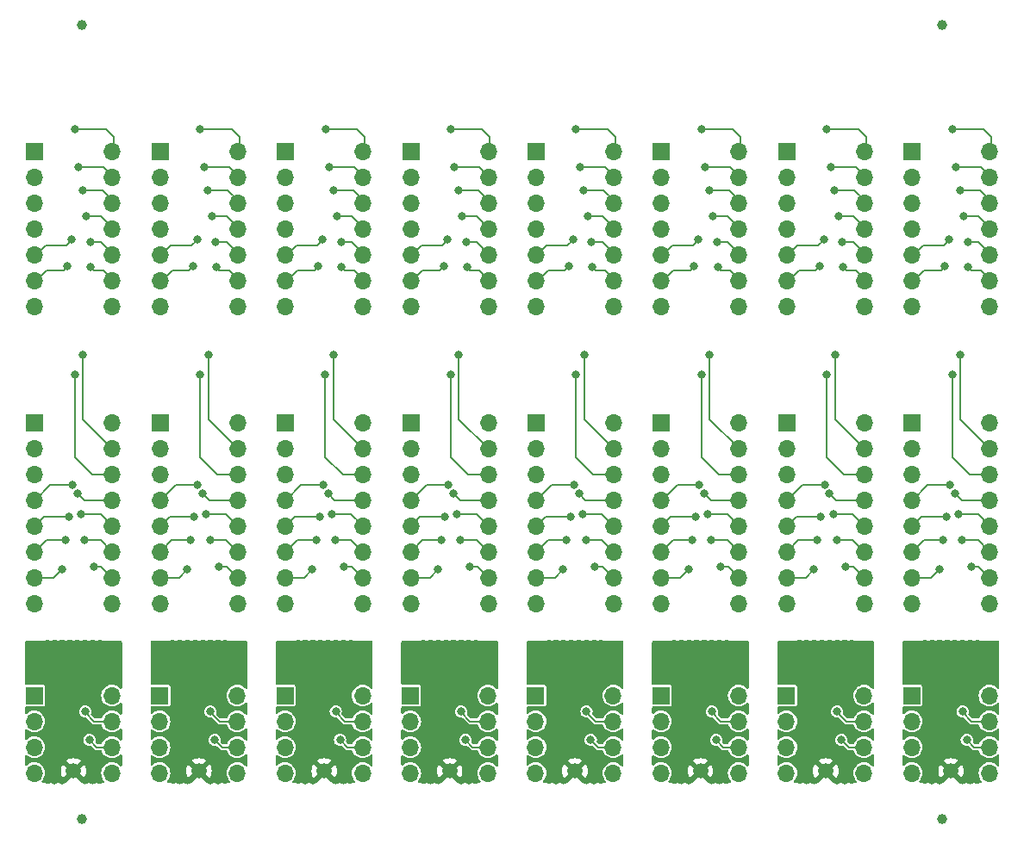
<source format=gbl>
%TF.GenerationSoftware,KiCad,Pcbnew,8.0.5*%
%TF.CreationDate,2024-12-01T20:09:50-08:00*%
%TF.ProjectId,tssop,7473736f-702e-46b6-9963-61645f706362,rev?*%
%TF.SameCoordinates,Original*%
%TF.FileFunction,Copper,L2,Bot*%
%TF.FilePolarity,Positive*%
%FSLAX46Y46*%
G04 Gerber Fmt 4.6, Leading zero omitted, Abs format (unit mm)*
G04 Created by KiCad (PCBNEW 8.0.5) date 2024-12-01 20:09:50*
%MOMM*%
%LPD*%
G01*
G04 APERTURE LIST*
%TA.AperFunction,ComponentPad*%
%ADD10C,1.500000*%
%TD*%
%TA.AperFunction,ComponentPad*%
%ADD11O,1.700000X1.700000*%
%TD*%
%TA.AperFunction,ComponentPad*%
%ADD12R,1.700000X1.700000*%
%TD*%
%TA.AperFunction,SMDPad,CuDef*%
%ADD13C,1.000000*%
%TD*%
%TA.AperFunction,ViaPad*%
%ADD14C,0.800000*%
%TD*%
%TA.AperFunction,Conductor*%
%ADD15C,0.150000*%
%TD*%
G04 APERTURE END LIST*
D10*
%TO.P,J17,1,Pin_1*%
%TO.N,Board_14-/GND6*%
X104408405Y-119662813D03*
%TD*%
D11*
%TO.P,J14,1,Pin_1*%
%TO.N,Board_14-Net-(J14-Pin_1)*%
X108167605Y-112246013D03*
%TO.P,J14,2,Pin_2*%
%TO.N,Board_14-Net-(J14-Pin_2)*%
X108167605Y-114786013D03*
%TO.P,J14,3,Pin_3*%
%TO.N,Board_14-Net-(J14-Pin_3)*%
X108167605Y-117326013D03*
%TO.P,J14,4,Pin_4*%
%TO.N,Board_14-Net-(J14-Pin_4)*%
X108167605Y-119866013D03*
%TD*%
%TO.P,J12,1,Pin_1*%
%TO.N,Board_16-Net-(J12-Pin_1)*%
X120528218Y-103207647D03*
%TO.P,J12,2,Pin_2*%
%TO.N,Board_16-Net-(J12-Pin_2)*%
X120528218Y-100667647D03*
%TO.P,J12,3,Pin_3*%
%TO.N,Board_16-Net-(J12-Pin_3)*%
X120528218Y-98127647D03*
%TO.P,J12,4,Pin_4*%
%TO.N,Board_16-Net-(J12-Pin_4)*%
X120528218Y-95587647D03*
%TO.P,J12,5,Pin_5*%
%TO.N,Board_16-Net-(J12-Pin_5)*%
X120528218Y-93047647D03*
%TO.P,J12,6,Pin_6*%
%TO.N,Board_16-Net-(J12-Pin_6)*%
X120528218Y-90507647D03*
%TO.P,J12,7,Pin_7*%
%TO.N,Board_16-Net-(J12-Pin_7)*%
X120528218Y-87967647D03*
%TO.P,J12,8,Pin_8*%
%TO.N,Board_16-Net-(J12-Pin_8)*%
X120528218Y-85427647D03*
%TD*%
D10*
%TO.P,J17,1,Pin_1*%
%TO.N,Board_2-/GND6*%
X55158753Y-119662813D03*
%TD*%
D11*
%TO.P,J10,1,Pin_1*%
%TO.N,Board_0-Net-(J10-Pin_1)*%
X58966100Y-74000447D03*
%TO.P,J10,2,Pin_2*%
%TO.N,Board_0-Net-(J10-Pin_2)*%
X58966100Y-71460447D03*
%TO.P,J10,3,Pin_3*%
%TO.N,Board_0-Net-(J10-Pin_3)*%
X58966100Y-68920447D03*
%TO.P,J10,4,Pin_4*%
%TO.N,Board_0-Net-(J10-Pin_4)*%
X58966100Y-66380447D03*
%TO.P,J10,5,Pin_5*%
%TO.N,Board_0-Net-(J10-Pin_5)*%
X58966100Y-63840447D03*
%TO.P,J10,6,Pin_6*%
%TO.N,Board_0-Net-(J10-Pin_6)*%
X58966100Y-61300447D03*
%TO.P,J10,7,Pin_7*%
%TO.N,Board_0-Net-(J10-Pin_7)*%
X58966100Y-58760447D03*
%TD*%
D12*
%TO.P,J11,1,Pin_1*%
%TO.N,Board_21-Net-(J11-Pin_1)*%
X137532991Y-58760447D03*
D11*
%TO.P,J11,2,Pin_2*%
%TO.N,Board_21-Net-(J11-Pin_2)*%
X137532991Y-61300447D03*
%TO.P,J11,3,Pin_3*%
%TO.N,Board_21-Net-(J11-Pin_3)*%
X137532991Y-63840447D03*
%TO.P,J11,4,Pin_4*%
%TO.N,Board_21-Net-(J11-Pin_4)*%
X137532991Y-66380447D03*
%TO.P,J11,5,Pin_5*%
%TO.N,Board_21-Net-(J11-Pin_5)*%
X137532991Y-68920447D03*
%TO.P,J11,6,Pin_6*%
%TO.N,Board_21-Net-(J11-Pin_6)*%
X137532991Y-71460447D03*
%TO.P,J11,7,Pin_7*%
%TO.N,Board_21-Net-(J11-Pin_7)*%
X137532991Y-74000447D03*
%TD*%
%TO.P,J12,1,Pin_1*%
%TO.N,Board_1-Net-(J12-Pin_1)*%
X58966153Y-103207647D03*
%TO.P,J12,2,Pin_2*%
%TO.N,Board_1-Net-(J12-Pin_2)*%
X58966153Y-100667647D03*
%TO.P,J12,3,Pin_3*%
%TO.N,Board_1-Net-(J12-Pin_3)*%
X58966153Y-98127647D03*
%TO.P,J12,4,Pin_4*%
%TO.N,Board_1-Net-(J12-Pin_4)*%
X58966153Y-95587647D03*
%TO.P,J12,5,Pin_5*%
%TO.N,Board_1-Net-(J12-Pin_5)*%
X58966153Y-93047647D03*
%TO.P,J12,6,Pin_6*%
%TO.N,Board_1-Net-(J12-Pin_6)*%
X58966153Y-90507647D03*
%TO.P,J12,7,Pin_7*%
%TO.N,Board_1-Net-(J12-Pin_7)*%
X58966153Y-87967647D03*
%TO.P,J12,8,Pin_8*%
%TO.N,Board_1-Net-(J12-Pin_8)*%
X58966153Y-85427647D03*
%TD*%
%TO.P,J12,1,Pin_1*%
%TO.N,Board_10-Net-(J12-Pin_1)*%
X95903392Y-103207647D03*
%TO.P,J12,2,Pin_2*%
%TO.N,Board_10-Net-(J12-Pin_2)*%
X95903392Y-100667647D03*
%TO.P,J12,3,Pin_3*%
%TO.N,Board_10-Net-(J12-Pin_3)*%
X95903392Y-98127647D03*
%TO.P,J12,4,Pin_4*%
%TO.N,Board_10-Net-(J12-Pin_4)*%
X95903392Y-95587647D03*
%TO.P,J12,5,Pin_5*%
%TO.N,Board_10-Net-(J12-Pin_5)*%
X95903392Y-93047647D03*
%TO.P,J12,6,Pin_6*%
%TO.N,Board_10-Net-(J12-Pin_6)*%
X95903392Y-90507647D03*
%TO.P,J12,7,Pin_7*%
%TO.N,Board_10-Net-(J12-Pin_7)*%
X95903392Y-87967647D03*
%TO.P,J12,8,Pin_8*%
%TO.N,Board_10-Net-(J12-Pin_8)*%
X95903392Y-85427647D03*
%TD*%
%TO.P,J14,1,Pin_1*%
%TO.N,Board_23-Net-(J14-Pin_1)*%
X145104844Y-112246013D03*
%TO.P,J14,2,Pin_2*%
%TO.N,Board_23-Net-(J14-Pin_2)*%
X145104844Y-114786013D03*
%TO.P,J14,3,Pin_3*%
%TO.N,Board_23-Net-(J14-Pin_3)*%
X145104844Y-117326013D03*
%TO.P,J14,4,Pin_4*%
%TO.N,Board_23-Net-(J14-Pin_4)*%
X145104844Y-119866013D03*
%TD*%
D12*
%TO.P,J13,1,Pin_1*%
%TO.N,Board_4-Net-(J13-Pin_1)*%
X63658566Y-85427647D03*
D11*
%TO.P,J13,2,Pin_2*%
%TO.N,Board_4-Net-(J13-Pin_2)*%
X63658566Y-87967647D03*
%TO.P,J13,3,Pin_3*%
%TO.N,Board_4-Net-(J13-Pin_3)*%
X63658566Y-90507647D03*
%TO.P,J13,4,Pin_4*%
%TO.N,Board_4-Net-(J13-Pin_4)*%
X63658566Y-93047647D03*
%TO.P,J13,5,Pin_5*%
%TO.N,Board_4-Net-(J13-Pin_5)*%
X63658566Y-95587647D03*
%TO.P,J13,6,Pin_6*%
%TO.N,Board_4-Net-(J13-Pin_6)*%
X63658566Y-98127647D03*
%TO.P,J13,7,Pin_7*%
%TO.N,Board_4-Net-(J13-Pin_7)*%
X63658566Y-100667647D03*
%TO.P,J13,8,Pin_8*%
%TO.N,Board_4-Net-(J13-Pin_8)*%
X63658566Y-103207647D03*
%TD*%
D10*
%TO.P,J17,1,Pin_1*%
%TO.N,Board_5-/GND6*%
X67471166Y-119662813D03*
%TD*%
D11*
%TO.P,J10,1,Pin_1*%
%TO.N,Board_18-Net-(J10-Pin_1)*%
X132840578Y-74000447D03*
%TO.P,J10,2,Pin_2*%
%TO.N,Board_18-Net-(J10-Pin_2)*%
X132840578Y-71460447D03*
%TO.P,J10,3,Pin_3*%
%TO.N,Board_18-Net-(J10-Pin_3)*%
X132840578Y-68920447D03*
%TO.P,J10,4,Pin_4*%
%TO.N,Board_18-Net-(J10-Pin_4)*%
X132840578Y-66380447D03*
%TO.P,J10,5,Pin_5*%
%TO.N,Board_18-Net-(J10-Pin_5)*%
X132840578Y-63840447D03*
%TO.P,J10,6,Pin_6*%
%TO.N,Board_18-Net-(J10-Pin_6)*%
X132840578Y-61300447D03*
%TO.P,J10,7,Pin_7*%
%TO.N,Board_18-Net-(J10-Pin_7)*%
X132840578Y-58760447D03*
%TD*%
D12*
%TO.P,J11,1,Pin_1*%
%TO.N,Board_18-Net-(J11-Pin_1)*%
X125220578Y-58760447D03*
D11*
%TO.P,J11,2,Pin_2*%
%TO.N,Board_18-Net-(J11-Pin_2)*%
X125220578Y-61300447D03*
%TO.P,J11,3,Pin_3*%
%TO.N,Board_18-Net-(J11-Pin_3)*%
X125220578Y-63840447D03*
%TO.P,J11,4,Pin_4*%
%TO.N,Board_18-Net-(J11-Pin_4)*%
X125220578Y-66380447D03*
%TO.P,J11,5,Pin_5*%
%TO.N,Board_18-Net-(J11-Pin_5)*%
X125220578Y-68920447D03*
%TO.P,J11,6,Pin_6*%
%TO.N,Board_18-Net-(J11-Pin_6)*%
X125220578Y-71460447D03*
%TO.P,J11,7,Pin_7*%
%TO.N,Board_18-Net-(J11-Pin_7)*%
X125220578Y-74000447D03*
%TD*%
%TO.P,J14,1,Pin_1*%
%TO.N,Board_11-Net-(J14-Pin_1)*%
X95855192Y-112246013D03*
%TO.P,J14,2,Pin_2*%
%TO.N,Board_11-Net-(J14-Pin_2)*%
X95855192Y-114786013D03*
%TO.P,J14,3,Pin_3*%
%TO.N,Board_11-Net-(J14-Pin_3)*%
X95855192Y-117326013D03*
%TO.P,J14,4,Pin_4*%
%TO.N,Board_11-Net-(J14-Pin_4)*%
X95855192Y-119866013D03*
%TD*%
%TO.P,J14,1,Pin_1*%
%TO.N,Board_5-Net-(J14-Pin_1)*%
X71230366Y-112246013D03*
%TO.P,J14,2,Pin_2*%
%TO.N,Board_5-Net-(J14-Pin_2)*%
X71230366Y-114786013D03*
%TO.P,J14,3,Pin_3*%
%TO.N,Board_5-Net-(J14-Pin_3)*%
X71230366Y-117326013D03*
%TO.P,J14,4,Pin_4*%
%TO.N,Board_5-Net-(J14-Pin_4)*%
X71230366Y-119866013D03*
%TD*%
D12*
%TO.P,J13,1,Pin_1*%
%TO.N,Board_7-Net-(J13-Pin_1)*%
X75970979Y-85427647D03*
D11*
%TO.P,J13,2,Pin_2*%
%TO.N,Board_7-Net-(J13-Pin_2)*%
X75970979Y-87967647D03*
%TO.P,J13,3,Pin_3*%
%TO.N,Board_7-Net-(J13-Pin_3)*%
X75970979Y-90507647D03*
%TO.P,J13,4,Pin_4*%
%TO.N,Board_7-Net-(J13-Pin_4)*%
X75970979Y-93047647D03*
%TO.P,J13,5,Pin_5*%
%TO.N,Board_7-Net-(J13-Pin_5)*%
X75970979Y-95587647D03*
%TO.P,J13,6,Pin_6*%
%TO.N,Board_7-Net-(J13-Pin_6)*%
X75970979Y-98127647D03*
%TO.P,J13,7,Pin_7*%
%TO.N,Board_7-Net-(J13-Pin_7)*%
X75970979Y-100667647D03*
%TO.P,J13,8,Pin_8*%
%TO.N,Board_7-Net-(J13-Pin_8)*%
X75970979Y-103207647D03*
%TD*%
D12*
%TO.P,J11,1,Pin_1*%
%TO.N,Board_12-Net-(J11-Pin_1)*%
X100595752Y-58760447D03*
D11*
%TO.P,J11,2,Pin_2*%
%TO.N,Board_12-Net-(J11-Pin_2)*%
X100595752Y-61300447D03*
%TO.P,J11,3,Pin_3*%
%TO.N,Board_12-Net-(J11-Pin_3)*%
X100595752Y-63840447D03*
%TO.P,J11,4,Pin_4*%
%TO.N,Board_12-Net-(J11-Pin_4)*%
X100595752Y-66380447D03*
%TO.P,J11,5,Pin_5*%
%TO.N,Board_12-Net-(J11-Pin_5)*%
X100595752Y-68920447D03*
%TO.P,J11,6,Pin_6*%
%TO.N,Board_12-Net-(J11-Pin_6)*%
X100595752Y-71460447D03*
%TO.P,J11,7,Pin_7*%
%TO.N,Board_12-Net-(J11-Pin_7)*%
X100595752Y-74000447D03*
%TD*%
D10*
%TO.P,J17,1,Pin_1*%
%TO.N,Board_23-/GND6*%
X141345644Y-119662813D03*
%TD*%
D12*
%TO.P,J15,1,Pin_1*%
%TO.N,Board_5-Net-(J15-Pin_1)*%
X63610366Y-112246013D03*
D11*
%TO.P,J15,2,Pin_2*%
%TO.N,Board_5-Net-(J15-Pin_2)*%
X63610366Y-114786013D03*
%TO.P,J15,3,Pin_3*%
%TO.N,Board_5-Net-(J15-Pin_3)*%
X63610366Y-117326013D03*
%TO.P,J15,4,Pin_4*%
%TO.N,Board_5-Net-(J15-Pin_4)*%
X63610366Y-119866013D03*
%TD*%
D12*
%TO.P,J11,1,Pin_1*%
%TO.N,Board_15-Net-(J11-Pin_1)*%
X112908165Y-58760447D03*
D11*
%TO.P,J11,2,Pin_2*%
%TO.N,Board_15-Net-(J11-Pin_2)*%
X112908165Y-61300447D03*
%TO.P,J11,3,Pin_3*%
%TO.N,Board_15-Net-(J11-Pin_3)*%
X112908165Y-63840447D03*
%TO.P,J11,4,Pin_4*%
%TO.N,Board_15-Net-(J11-Pin_4)*%
X112908165Y-66380447D03*
%TO.P,J11,5,Pin_5*%
%TO.N,Board_15-Net-(J11-Pin_5)*%
X112908165Y-68920447D03*
%TO.P,J11,6,Pin_6*%
%TO.N,Board_15-Net-(J11-Pin_6)*%
X112908165Y-71460447D03*
%TO.P,J11,7,Pin_7*%
%TO.N,Board_15-Net-(J11-Pin_7)*%
X112908165Y-74000447D03*
%TD*%
D12*
%TO.P,J13,1,Pin_1*%
%TO.N,Board_13-Net-(J13-Pin_1)*%
X100595805Y-85427647D03*
D11*
%TO.P,J13,2,Pin_2*%
%TO.N,Board_13-Net-(J13-Pin_2)*%
X100595805Y-87967647D03*
%TO.P,J13,3,Pin_3*%
%TO.N,Board_13-Net-(J13-Pin_3)*%
X100595805Y-90507647D03*
%TO.P,J13,4,Pin_4*%
%TO.N,Board_13-Net-(J13-Pin_4)*%
X100595805Y-93047647D03*
%TO.P,J13,5,Pin_5*%
%TO.N,Board_13-Net-(J13-Pin_5)*%
X100595805Y-95587647D03*
%TO.P,J13,6,Pin_6*%
%TO.N,Board_13-Net-(J13-Pin_6)*%
X100595805Y-98127647D03*
%TO.P,J13,7,Pin_7*%
%TO.N,Board_13-Net-(J13-Pin_7)*%
X100595805Y-100667647D03*
%TO.P,J13,8,Pin_8*%
%TO.N,Board_13-Net-(J13-Pin_8)*%
X100595805Y-103207647D03*
%TD*%
%TO.P,J10,1,Pin_1*%
%TO.N,Board_21-Net-(J10-Pin_1)*%
X145152991Y-74000447D03*
%TO.P,J10,2,Pin_2*%
%TO.N,Board_21-Net-(J10-Pin_2)*%
X145152991Y-71460447D03*
%TO.P,J10,3,Pin_3*%
%TO.N,Board_21-Net-(J10-Pin_3)*%
X145152991Y-68920447D03*
%TO.P,J10,4,Pin_4*%
%TO.N,Board_21-Net-(J10-Pin_4)*%
X145152991Y-66380447D03*
%TO.P,J10,5,Pin_5*%
%TO.N,Board_21-Net-(J10-Pin_5)*%
X145152991Y-63840447D03*
%TO.P,J10,6,Pin_6*%
%TO.N,Board_21-Net-(J10-Pin_6)*%
X145152991Y-61300447D03*
%TO.P,J10,7,Pin_7*%
%TO.N,Board_21-Net-(J10-Pin_7)*%
X145152991Y-58760447D03*
%TD*%
D12*
%TO.P,J13,1,Pin_1*%
%TO.N,Board_19-Net-(J13-Pin_1)*%
X125220631Y-85427647D03*
D11*
%TO.P,J13,2,Pin_2*%
%TO.N,Board_19-Net-(J13-Pin_2)*%
X125220631Y-87967647D03*
%TO.P,J13,3,Pin_3*%
%TO.N,Board_19-Net-(J13-Pin_3)*%
X125220631Y-90507647D03*
%TO.P,J13,4,Pin_4*%
%TO.N,Board_19-Net-(J13-Pin_4)*%
X125220631Y-93047647D03*
%TO.P,J13,5,Pin_5*%
%TO.N,Board_19-Net-(J13-Pin_5)*%
X125220631Y-95587647D03*
%TO.P,J13,6,Pin_6*%
%TO.N,Board_19-Net-(J13-Pin_6)*%
X125220631Y-98127647D03*
%TO.P,J13,7,Pin_7*%
%TO.N,Board_19-Net-(J13-Pin_7)*%
X125220631Y-100667647D03*
%TO.P,J13,8,Pin_8*%
%TO.N,Board_19-Net-(J13-Pin_8)*%
X125220631Y-103207647D03*
%TD*%
D12*
%TO.P,J15,1,Pin_1*%
%TO.N,Board_8-Net-(J15-Pin_1)*%
X75922779Y-112246013D03*
D11*
%TO.P,J15,2,Pin_2*%
%TO.N,Board_8-Net-(J15-Pin_2)*%
X75922779Y-114786013D03*
%TO.P,J15,3,Pin_3*%
%TO.N,Board_8-Net-(J15-Pin_3)*%
X75922779Y-117326013D03*
%TO.P,J15,4,Pin_4*%
%TO.N,Board_8-Net-(J15-Pin_4)*%
X75922779Y-119866013D03*
%TD*%
D12*
%TO.P,J13,1,Pin_1*%
%TO.N,Board_1-Net-(J13-Pin_1)*%
X51346153Y-85427647D03*
D11*
%TO.P,J13,2,Pin_2*%
%TO.N,Board_1-Net-(J13-Pin_2)*%
X51346153Y-87967647D03*
%TO.P,J13,3,Pin_3*%
%TO.N,Board_1-Net-(J13-Pin_3)*%
X51346153Y-90507647D03*
%TO.P,J13,4,Pin_4*%
%TO.N,Board_1-Net-(J13-Pin_4)*%
X51346153Y-93047647D03*
%TO.P,J13,5,Pin_5*%
%TO.N,Board_1-Net-(J13-Pin_5)*%
X51346153Y-95587647D03*
%TO.P,J13,6,Pin_6*%
%TO.N,Board_1-Net-(J13-Pin_6)*%
X51346153Y-98127647D03*
%TO.P,J13,7,Pin_7*%
%TO.N,Board_1-Net-(J13-Pin_7)*%
X51346153Y-100667647D03*
%TO.P,J13,8,Pin_8*%
%TO.N,Board_1-Net-(J13-Pin_8)*%
X51346153Y-103207647D03*
%TD*%
D10*
%TO.P,J17,1,Pin_1*%
%TO.N,Board_11-/GND6*%
X92095992Y-119662813D03*
%TD*%
D11*
%TO.P,J10,1,Pin_1*%
%TO.N,Board_6-Net-(J10-Pin_1)*%
X83590926Y-74000447D03*
%TO.P,J10,2,Pin_2*%
%TO.N,Board_6-Net-(J10-Pin_2)*%
X83590926Y-71460447D03*
%TO.P,J10,3,Pin_3*%
%TO.N,Board_6-Net-(J10-Pin_3)*%
X83590926Y-68920447D03*
%TO.P,J10,4,Pin_4*%
%TO.N,Board_6-Net-(J10-Pin_4)*%
X83590926Y-66380447D03*
%TO.P,J10,5,Pin_5*%
%TO.N,Board_6-Net-(J10-Pin_5)*%
X83590926Y-63840447D03*
%TO.P,J10,6,Pin_6*%
%TO.N,Board_6-Net-(J10-Pin_6)*%
X83590926Y-61300447D03*
%TO.P,J10,7,Pin_7*%
%TO.N,Board_6-Net-(J10-Pin_7)*%
X83590926Y-58760447D03*
%TD*%
D12*
%TO.P,J15,1,Pin_1*%
%TO.N,Board_23-Net-(J15-Pin_1)*%
X137484844Y-112246013D03*
D11*
%TO.P,J15,2,Pin_2*%
%TO.N,Board_23-Net-(J15-Pin_2)*%
X137484844Y-114786013D03*
%TO.P,J15,3,Pin_3*%
%TO.N,Board_23-Net-(J15-Pin_3)*%
X137484844Y-117326013D03*
%TO.P,J15,4,Pin_4*%
%TO.N,Board_23-Net-(J15-Pin_4)*%
X137484844Y-119866013D03*
%TD*%
%TO.P,J14,1,Pin_1*%
%TO.N,Board_20-Net-(J14-Pin_1)*%
X132792431Y-112246013D03*
%TO.P,J14,2,Pin_2*%
%TO.N,Board_20-Net-(J14-Pin_2)*%
X132792431Y-114786013D03*
%TO.P,J14,3,Pin_3*%
%TO.N,Board_20-Net-(J14-Pin_3)*%
X132792431Y-117326013D03*
%TO.P,J14,4,Pin_4*%
%TO.N,Board_20-Net-(J14-Pin_4)*%
X132792431Y-119866013D03*
%TD*%
D12*
%TO.P,J11,1,Pin_1*%
%TO.N,Board_3-Net-(J11-Pin_1)*%
X63658513Y-58760447D03*
D11*
%TO.P,J11,2,Pin_2*%
%TO.N,Board_3-Net-(J11-Pin_2)*%
X63658513Y-61300447D03*
%TO.P,J11,3,Pin_3*%
%TO.N,Board_3-Net-(J11-Pin_3)*%
X63658513Y-63840447D03*
%TO.P,J11,4,Pin_4*%
%TO.N,Board_3-Net-(J11-Pin_4)*%
X63658513Y-66380447D03*
%TO.P,J11,5,Pin_5*%
%TO.N,Board_3-Net-(J11-Pin_5)*%
X63658513Y-68920447D03*
%TO.P,J11,6,Pin_6*%
%TO.N,Board_3-Net-(J11-Pin_6)*%
X63658513Y-71460447D03*
%TO.P,J11,7,Pin_7*%
%TO.N,Board_3-Net-(J11-Pin_7)*%
X63658513Y-74000447D03*
%TD*%
%TO.P,J12,1,Pin_1*%
%TO.N,Board_4-Net-(J12-Pin_1)*%
X71278566Y-103207647D03*
%TO.P,J12,2,Pin_2*%
%TO.N,Board_4-Net-(J12-Pin_2)*%
X71278566Y-100667647D03*
%TO.P,J12,3,Pin_3*%
%TO.N,Board_4-Net-(J12-Pin_3)*%
X71278566Y-98127647D03*
%TO.P,J12,4,Pin_4*%
%TO.N,Board_4-Net-(J12-Pin_4)*%
X71278566Y-95587647D03*
%TO.P,J12,5,Pin_5*%
%TO.N,Board_4-Net-(J12-Pin_5)*%
X71278566Y-93047647D03*
%TO.P,J12,6,Pin_6*%
%TO.N,Board_4-Net-(J12-Pin_6)*%
X71278566Y-90507647D03*
%TO.P,J12,7,Pin_7*%
%TO.N,Board_4-Net-(J12-Pin_7)*%
X71278566Y-87967647D03*
%TO.P,J12,8,Pin_8*%
%TO.N,Board_4-Net-(J12-Pin_8)*%
X71278566Y-85427647D03*
%TD*%
%TO.P,J10,1,Pin_1*%
%TO.N,Board_12-Net-(J10-Pin_1)*%
X108215752Y-74000447D03*
%TO.P,J10,2,Pin_2*%
%TO.N,Board_12-Net-(J10-Pin_2)*%
X108215752Y-71460447D03*
%TO.P,J10,3,Pin_3*%
%TO.N,Board_12-Net-(J10-Pin_3)*%
X108215752Y-68920447D03*
%TO.P,J10,4,Pin_4*%
%TO.N,Board_12-Net-(J10-Pin_4)*%
X108215752Y-66380447D03*
%TO.P,J10,5,Pin_5*%
%TO.N,Board_12-Net-(J10-Pin_5)*%
X108215752Y-63840447D03*
%TO.P,J10,6,Pin_6*%
%TO.N,Board_12-Net-(J10-Pin_6)*%
X108215752Y-61300447D03*
%TO.P,J10,7,Pin_7*%
%TO.N,Board_12-Net-(J10-Pin_7)*%
X108215752Y-58760447D03*
%TD*%
%TO.P,J10,1,Pin_1*%
%TO.N,Board_9-Net-(J10-Pin_1)*%
X95903339Y-74000447D03*
%TO.P,J10,2,Pin_2*%
%TO.N,Board_9-Net-(J10-Pin_2)*%
X95903339Y-71460447D03*
%TO.P,J10,3,Pin_3*%
%TO.N,Board_9-Net-(J10-Pin_3)*%
X95903339Y-68920447D03*
%TO.P,J10,4,Pin_4*%
%TO.N,Board_9-Net-(J10-Pin_4)*%
X95903339Y-66380447D03*
%TO.P,J10,5,Pin_5*%
%TO.N,Board_9-Net-(J10-Pin_5)*%
X95903339Y-63840447D03*
%TO.P,J10,6,Pin_6*%
%TO.N,Board_9-Net-(J10-Pin_6)*%
X95903339Y-61300447D03*
%TO.P,J10,7,Pin_7*%
%TO.N,Board_9-Net-(J10-Pin_7)*%
X95903339Y-58760447D03*
%TD*%
D12*
%TO.P,J15,1,Pin_1*%
%TO.N,Board_2-Net-(J15-Pin_1)*%
X51297953Y-112246013D03*
D11*
%TO.P,J15,2,Pin_2*%
%TO.N,Board_2-Net-(J15-Pin_2)*%
X51297953Y-114786013D03*
%TO.P,J15,3,Pin_3*%
%TO.N,Board_2-Net-(J15-Pin_3)*%
X51297953Y-117326013D03*
%TO.P,J15,4,Pin_4*%
%TO.N,Board_2-Net-(J15-Pin_4)*%
X51297953Y-119866013D03*
%TD*%
D12*
%TO.P,J15,1,Pin_1*%
%TO.N,Board_14-Net-(J15-Pin_1)*%
X100547605Y-112246013D03*
D11*
%TO.P,J15,2,Pin_2*%
%TO.N,Board_14-Net-(J15-Pin_2)*%
X100547605Y-114786013D03*
%TO.P,J15,3,Pin_3*%
%TO.N,Board_14-Net-(J15-Pin_3)*%
X100547605Y-117326013D03*
%TO.P,J15,4,Pin_4*%
%TO.N,Board_14-Net-(J15-Pin_4)*%
X100547605Y-119866013D03*
%TD*%
%TO.P,J12,1,Pin_1*%
%TO.N,Board_22-Net-(J12-Pin_1)*%
X145153044Y-103207647D03*
%TO.P,J12,2,Pin_2*%
%TO.N,Board_22-Net-(J12-Pin_2)*%
X145153044Y-100667647D03*
%TO.P,J12,3,Pin_3*%
%TO.N,Board_22-Net-(J12-Pin_3)*%
X145153044Y-98127647D03*
%TO.P,J12,4,Pin_4*%
%TO.N,Board_22-Net-(J12-Pin_4)*%
X145153044Y-95587647D03*
%TO.P,J12,5,Pin_5*%
%TO.N,Board_22-Net-(J12-Pin_5)*%
X145153044Y-93047647D03*
%TO.P,J12,6,Pin_6*%
%TO.N,Board_22-Net-(J12-Pin_6)*%
X145153044Y-90507647D03*
%TO.P,J12,7,Pin_7*%
%TO.N,Board_22-Net-(J12-Pin_7)*%
X145153044Y-87967647D03*
%TO.P,J12,8,Pin_8*%
%TO.N,Board_22-Net-(J12-Pin_8)*%
X145153044Y-85427647D03*
%TD*%
%TO.P,J10,1,Pin_1*%
%TO.N,Board_3-Net-(J10-Pin_1)*%
X71278513Y-74000447D03*
%TO.P,J10,2,Pin_2*%
%TO.N,Board_3-Net-(J10-Pin_2)*%
X71278513Y-71460447D03*
%TO.P,J10,3,Pin_3*%
%TO.N,Board_3-Net-(J10-Pin_3)*%
X71278513Y-68920447D03*
%TO.P,J10,4,Pin_4*%
%TO.N,Board_3-Net-(J10-Pin_4)*%
X71278513Y-66380447D03*
%TO.P,J10,5,Pin_5*%
%TO.N,Board_3-Net-(J10-Pin_5)*%
X71278513Y-63840447D03*
%TO.P,J10,6,Pin_6*%
%TO.N,Board_3-Net-(J10-Pin_6)*%
X71278513Y-61300447D03*
%TO.P,J10,7,Pin_7*%
%TO.N,Board_3-Net-(J10-Pin_7)*%
X71278513Y-58760447D03*
%TD*%
D12*
%TO.P,J15,1,Pin_1*%
%TO.N,Board_20-Net-(J15-Pin_1)*%
X125172431Y-112246013D03*
D11*
%TO.P,J15,2,Pin_2*%
%TO.N,Board_20-Net-(J15-Pin_2)*%
X125172431Y-114786013D03*
%TO.P,J15,3,Pin_3*%
%TO.N,Board_20-Net-(J15-Pin_3)*%
X125172431Y-117326013D03*
%TO.P,J15,4,Pin_4*%
%TO.N,Board_20-Net-(J15-Pin_4)*%
X125172431Y-119866013D03*
%TD*%
D12*
%TO.P,J11,1,Pin_1*%
%TO.N,Board_0-Net-(J11-Pin_1)*%
X51346100Y-58760447D03*
D11*
%TO.P,J11,2,Pin_2*%
%TO.N,Board_0-Net-(J11-Pin_2)*%
X51346100Y-61300447D03*
%TO.P,J11,3,Pin_3*%
%TO.N,Board_0-Net-(J11-Pin_3)*%
X51346100Y-63840447D03*
%TO.P,J11,4,Pin_4*%
%TO.N,Board_0-Net-(J11-Pin_4)*%
X51346100Y-66380447D03*
%TO.P,J11,5,Pin_5*%
%TO.N,Board_0-Net-(J11-Pin_5)*%
X51346100Y-68920447D03*
%TO.P,J11,6,Pin_6*%
%TO.N,Board_0-Net-(J11-Pin_6)*%
X51346100Y-71460447D03*
%TO.P,J11,7,Pin_7*%
%TO.N,Board_0-Net-(J11-Pin_7)*%
X51346100Y-74000447D03*
%TD*%
D10*
%TO.P,J17,1,Pin_1*%
%TO.N,Board_17-/GND6*%
X116720818Y-119662813D03*
%TD*%
D11*
%TO.P,J14,1,Pin_1*%
%TO.N,Board_17-Net-(J14-Pin_1)*%
X120480018Y-112246013D03*
%TO.P,J14,2,Pin_2*%
%TO.N,Board_17-Net-(J14-Pin_2)*%
X120480018Y-114786013D03*
%TO.P,J14,3,Pin_3*%
%TO.N,Board_17-Net-(J14-Pin_3)*%
X120480018Y-117326013D03*
%TO.P,J14,4,Pin_4*%
%TO.N,Board_17-Net-(J14-Pin_4)*%
X120480018Y-119866013D03*
%TD*%
%TO.P,J10,1,Pin_1*%
%TO.N,Board_15-Net-(J10-Pin_1)*%
X120528165Y-74000447D03*
%TO.P,J10,2,Pin_2*%
%TO.N,Board_15-Net-(J10-Pin_2)*%
X120528165Y-71460447D03*
%TO.P,J10,3,Pin_3*%
%TO.N,Board_15-Net-(J10-Pin_3)*%
X120528165Y-68920447D03*
%TO.P,J10,4,Pin_4*%
%TO.N,Board_15-Net-(J10-Pin_4)*%
X120528165Y-66380447D03*
%TO.P,J10,5,Pin_5*%
%TO.N,Board_15-Net-(J10-Pin_5)*%
X120528165Y-63840447D03*
%TO.P,J10,6,Pin_6*%
%TO.N,Board_15-Net-(J10-Pin_6)*%
X120528165Y-61300447D03*
%TO.P,J10,7,Pin_7*%
%TO.N,Board_15-Net-(J10-Pin_7)*%
X120528165Y-58760447D03*
%TD*%
%TO.P,J14,1,Pin_1*%
%TO.N,Board_2-Net-(J14-Pin_1)*%
X58917953Y-112246013D03*
%TO.P,J14,2,Pin_2*%
%TO.N,Board_2-Net-(J14-Pin_2)*%
X58917953Y-114786013D03*
%TO.P,J14,3,Pin_3*%
%TO.N,Board_2-Net-(J14-Pin_3)*%
X58917953Y-117326013D03*
%TO.P,J14,4,Pin_4*%
%TO.N,Board_2-Net-(J14-Pin_4)*%
X58917953Y-119866013D03*
%TD*%
D10*
%TO.P,J17,1,Pin_1*%
%TO.N,Board_20-/GND6*%
X129033231Y-119662813D03*
%TD*%
D12*
%TO.P,J13,1,Pin_1*%
%TO.N,Board_10-Net-(J13-Pin_1)*%
X88283392Y-85427647D03*
D11*
%TO.P,J13,2,Pin_2*%
%TO.N,Board_10-Net-(J13-Pin_2)*%
X88283392Y-87967647D03*
%TO.P,J13,3,Pin_3*%
%TO.N,Board_10-Net-(J13-Pin_3)*%
X88283392Y-90507647D03*
%TO.P,J13,4,Pin_4*%
%TO.N,Board_10-Net-(J13-Pin_4)*%
X88283392Y-93047647D03*
%TO.P,J13,5,Pin_5*%
%TO.N,Board_10-Net-(J13-Pin_5)*%
X88283392Y-95587647D03*
%TO.P,J13,6,Pin_6*%
%TO.N,Board_10-Net-(J13-Pin_6)*%
X88283392Y-98127647D03*
%TO.P,J13,7,Pin_7*%
%TO.N,Board_10-Net-(J13-Pin_7)*%
X88283392Y-100667647D03*
%TO.P,J13,8,Pin_8*%
%TO.N,Board_10-Net-(J13-Pin_8)*%
X88283392Y-103207647D03*
%TD*%
%TO.P,J12,1,Pin_1*%
%TO.N,Board_13-Net-(J12-Pin_1)*%
X108215805Y-103207647D03*
%TO.P,J12,2,Pin_2*%
%TO.N,Board_13-Net-(J12-Pin_2)*%
X108215805Y-100667647D03*
%TO.P,J12,3,Pin_3*%
%TO.N,Board_13-Net-(J12-Pin_3)*%
X108215805Y-98127647D03*
%TO.P,J12,4,Pin_4*%
%TO.N,Board_13-Net-(J12-Pin_4)*%
X108215805Y-95587647D03*
%TO.P,J12,5,Pin_5*%
%TO.N,Board_13-Net-(J12-Pin_5)*%
X108215805Y-93047647D03*
%TO.P,J12,6,Pin_6*%
%TO.N,Board_13-Net-(J12-Pin_6)*%
X108215805Y-90507647D03*
%TO.P,J12,7,Pin_7*%
%TO.N,Board_13-Net-(J12-Pin_7)*%
X108215805Y-87967647D03*
%TO.P,J12,8,Pin_8*%
%TO.N,Board_13-Net-(J12-Pin_8)*%
X108215805Y-85427647D03*
%TD*%
%TO.P,J12,1,Pin_1*%
%TO.N,Board_7-Net-(J12-Pin_1)*%
X83590979Y-103207647D03*
%TO.P,J12,2,Pin_2*%
%TO.N,Board_7-Net-(J12-Pin_2)*%
X83590979Y-100667647D03*
%TO.P,J12,3,Pin_3*%
%TO.N,Board_7-Net-(J12-Pin_3)*%
X83590979Y-98127647D03*
%TO.P,J12,4,Pin_4*%
%TO.N,Board_7-Net-(J12-Pin_4)*%
X83590979Y-95587647D03*
%TO.P,J12,5,Pin_5*%
%TO.N,Board_7-Net-(J12-Pin_5)*%
X83590979Y-93047647D03*
%TO.P,J12,6,Pin_6*%
%TO.N,Board_7-Net-(J12-Pin_6)*%
X83590979Y-90507647D03*
%TO.P,J12,7,Pin_7*%
%TO.N,Board_7-Net-(J12-Pin_7)*%
X83590979Y-87967647D03*
%TO.P,J12,8,Pin_8*%
%TO.N,Board_7-Net-(J12-Pin_8)*%
X83590979Y-85427647D03*
%TD*%
%TO.P,J14,1,Pin_1*%
%TO.N,Board_8-Net-(J14-Pin_1)*%
X83542779Y-112246013D03*
%TO.P,J14,2,Pin_2*%
%TO.N,Board_8-Net-(J14-Pin_2)*%
X83542779Y-114786013D03*
%TO.P,J14,3,Pin_3*%
%TO.N,Board_8-Net-(J14-Pin_3)*%
X83542779Y-117326013D03*
%TO.P,J14,4,Pin_4*%
%TO.N,Board_8-Net-(J14-Pin_4)*%
X83542779Y-119866013D03*
%TD*%
D12*
%TO.P,J15,1,Pin_1*%
%TO.N,Board_17-Net-(J15-Pin_1)*%
X112860018Y-112246013D03*
D11*
%TO.P,J15,2,Pin_2*%
%TO.N,Board_17-Net-(J15-Pin_2)*%
X112860018Y-114786013D03*
%TO.P,J15,3,Pin_3*%
%TO.N,Board_17-Net-(J15-Pin_3)*%
X112860018Y-117326013D03*
%TO.P,J15,4,Pin_4*%
%TO.N,Board_17-Net-(J15-Pin_4)*%
X112860018Y-119866013D03*
%TD*%
D12*
%TO.P,J15,1,Pin_1*%
%TO.N,Board_11-Net-(J15-Pin_1)*%
X88235192Y-112246013D03*
D11*
%TO.P,J15,2,Pin_2*%
%TO.N,Board_11-Net-(J15-Pin_2)*%
X88235192Y-114786013D03*
%TO.P,J15,3,Pin_3*%
%TO.N,Board_11-Net-(J15-Pin_3)*%
X88235192Y-117326013D03*
%TO.P,J15,4,Pin_4*%
%TO.N,Board_11-Net-(J15-Pin_4)*%
X88235192Y-119866013D03*
%TD*%
D10*
%TO.P,J17,1,Pin_1*%
%TO.N,Board_8-/GND6*%
X79783579Y-119662813D03*
%TD*%
D12*
%TO.P,J11,1,Pin_1*%
%TO.N,Board_6-Net-(J11-Pin_1)*%
X75970926Y-58760447D03*
D11*
%TO.P,J11,2,Pin_2*%
%TO.N,Board_6-Net-(J11-Pin_2)*%
X75970926Y-61300447D03*
%TO.P,J11,3,Pin_3*%
%TO.N,Board_6-Net-(J11-Pin_3)*%
X75970926Y-63840447D03*
%TO.P,J11,4,Pin_4*%
%TO.N,Board_6-Net-(J11-Pin_4)*%
X75970926Y-66380447D03*
%TO.P,J11,5,Pin_5*%
%TO.N,Board_6-Net-(J11-Pin_5)*%
X75970926Y-68920447D03*
%TO.P,J11,6,Pin_6*%
%TO.N,Board_6-Net-(J11-Pin_6)*%
X75970926Y-71460447D03*
%TO.P,J11,7,Pin_7*%
%TO.N,Board_6-Net-(J11-Pin_7)*%
X75970926Y-74000447D03*
%TD*%
D12*
%TO.P,J11,1,Pin_1*%
%TO.N,Board_9-Net-(J11-Pin_1)*%
X88283339Y-58760447D03*
D11*
%TO.P,J11,2,Pin_2*%
%TO.N,Board_9-Net-(J11-Pin_2)*%
X88283339Y-61300447D03*
%TO.P,J11,3,Pin_3*%
%TO.N,Board_9-Net-(J11-Pin_3)*%
X88283339Y-63840447D03*
%TO.P,J11,4,Pin_4*%
%TO.N,Board_9-Net-(J11-Pin_4)*%
X88283339Y-66380447D03*
%TO.P,J11,5,Pin_5*%
%TO.N,Board_9-Net-(J11-Pin_5)*%
X88283339Y-68920447D03*
%TO.P,J11,6,Pin_6*%
%TO.N,Board_9-Net-(J11-Pin_6)*%
X88283339Y-71460447D03*
%TO.P,J11,7,Pin_7*%
%TO.N,Board_9-Net-(J11-Pin_7)*%
X88283339Y-74000447D03*
%TD*%
D12*
%TO.P,J13,1,Pin_1*%
%TO.N,Board_22-Net-(J13-Pin_1)*%
X137533044Y-85427647D03*
D11*
%TO.P,J13,2,Pin_2*%
%TO.N,Board_22-Net-(J13-Pin_2)*%
X137533044Y-87967647D03*
%TO.P,J13,3,Pin_3*%
%TO.N,Board_22-Net-(J13-Pin_3)*%
X137533044Y-90507647D03*
%TO.P,J13,4,Pin_4*%
%TO.N,Board_22-Net-(J13-Pin_4)*%
X137533044Y-93047647D03*
%TO.P,J13,5,Pin_5*%
%TO.N,Board_22-Net-(J13-Pin_5)*%
X137533044Y-95587647D03*
%TO.P,J13,6,Pin_6*%
%TO.N,Board_22-Net-(J13-Pin_6)*%
X137533044Y-98127647D03*
%TO.P,J13,7,Pin_7*%
%TO.N,Board_22-Net-(J13-Pin_7)*%
X137533044Y-100667647D03*
%TO.P,J13,8,Pin_8*%
%TO.N,Board_22-Net-(J13-Pin_8)*%
X137533044Y-103207647D03*
%TD*%
%TO.P,J12,1,Pin_1*%
%TO.N,Board_19-Net-(J12-Pin_1)*%
X132840631Y-103207647D03*
%TO.P,J12,2,Pin_2*%
%TO.N,Board_19-Net-(J12-Pin_2)*%
X132840631Y-100667647D03*
%TO.P,J12,3,Pin_3*%
%TO.N,Board_19-Net-(J12-Pin_3)*%
X132840631Y-98127647D03*
%TO.P,J12,4,Pin_4*%
%TO.N,Board_19-Net-(J12-Pin_4)*%
X132840631Y-95587647D03*
%TO.P,J12,5,Pin_5*%
%TO.N,Board_19-Net-(J12-Pin_5)*%
X132840631Y-93047647D03*
%TO.P,J12,6,Pin_6*%
%TO.N,Board_19-Net-(J12-Pin_6)*%
X132840631Y-90507647D03*
%TO.P,J12,7,Pin_7*%
%TO.N,Board_19-Net-(J12-Pin_7)*%
X132840631Y-87967647D03*
%TO.P,J12,8,Pin_8*%
%TO.N,Board_19-Net-(J12-Pin_8)*%
X132840631Y-85427647D03*
%TD*%
D12*
%TO.P,J13,1,Pin_1*%
%TO.N,Board_16-Net-(J13-Pin_1)*%
X112908218Y-85427647D03*
D11*
%TO.P,J13,2,Pin_2*%
%TO.N,Board_16-Net-(J13-Pin_2)*%
X112908218Y-87967647D03*
%TO.P,J13,3,Pin_3*%
%TO.N,Board_16-Net-(J13-Pin_3)*%
X112908218Y-90507647D03*
%TO.P,J13,4,Pin_4*%
%TO.N,Board_16-Net-(J13-Pin_4)*%
X112908218Y-93047647D03*
%TO.P,J13,5,Pin_5*%
%TO.N,Board_16-Net-(J13-Pin_5)*%
X112908218Y-95587647D03*
%TO.P,J13,6,Pin_6*%
%TO.N,Board_16-Net-(J13-Pin_6)*%
X112908218Y-98127647D03*
%TO.P,J13,7,Pin_7*%
%TO.N,Board_16-Net-(J13-Pin_7)*%
X112908218Y-100667647D03*
%TO.P,J13,8,Pin_8*%
%TO.N,Board_16-Net-(J13-Pin_8)*%
X112908218Y-103207647D03*
%TD*%
D13*
%TO.P,KiKit_FID_B_1,*%
%TO.N,*%
X55999953Y-46350000D03*
%TD*%
%TO.P,KiKit_FID_B_3,*%
%TO.N,*%
X55999953Y-124359366D03*
%TD*%
%TO.P,KiKit_FID_B_2,*%
%TO.N,*%
X140499304Y-46350000D03*
%TD*%
%TO.P,KiKit_FID_B_4,*%
%TO.N,*%
X140499304Y-124359366D03*
%TD*%
D14*
%TO.N,Board_0-Net-(J10-Pin_2)*%
X56858000Y-70139647D03*
%TO.N,Board_0-Net-(J10-Pin_3)*%
X56792600Y-67650447D03*
%TO.N,Board_0-Net-(J10-Pin_4)*%
X56411600Y-65110447D03*
%TO.N,Board_0-Net-(J10-Pin_5)*%
X56030600Y-62570447D03*
%TO.N,Board_0-Net-(J10-Pin_6)*%
X55649600Y-60284447D03*
%TO.N,Board_0-Net-(J10-Pin_7)*%
X55268600Y-56601447D03*
%TO.N,Board_0-Net-(J11-Pin_5)*%
X54967600Y-67396447D03*
%TO.N,Board_0-Net-(J11-Pin_6)*%
X54555600Y-70063447D03*
%TO.N,Board_1-Net-(J12-Pin_2)*%
X57125353Y-99550047D03*
%TO.N,Board_1-Net-(J12-Pin_3)*%
X56236353Y-96933847D03*
%TO.N,Board_1-Net-(J12-Pin_4)*%
X55886353Y-94393847D03*
%TO.N,Board_1-Net-(J12-Pin_5)*%
X55536353Y-92393904D03*
%TO.N,Board_1-Net-(J12-Pin_6)*%
X55257698Y-80689210D03*
%TO.N,Board_1-Net-(J12-Pin_7)*%
X56073153Y-78772847D03*
%TO.N,Board_1-Net-(J13-Pin_4)*%
X55043753Y-91523647D03*
%TO.N,Board_1-Net-(J13-Pin_5)*%
X54693753Y-94673247D03*
%TO.N,Board_1-Net-(J13-Pin_6)*%
X54343753Y-96984647D03*
%TO.N,Board_1-Net-(J13-Pin_7)*%
X53993753Y-99854847D03*
%TO.N,Board_2-Net-(J14-Pin_2)*%
X56287153Y-113820813D03*
%TO.N,Board_2-Net-(J14-Pin_3)*%
X56708153Y-116614813D03*
%TO.N,Board_3-Net-(J10-Pin_2)*%
X69170413Y-70139647D03*
%TO.N,Board_3-Net-(J10-Pin_3)*%
X69105013Y-67650447D03*
%TO.N,Board_3-Net-(J10-Pin_4)*%
X68724013Y-65110447D03*
%TO.N,Board_3-Net-(J10-Pin_5)*%
X68343013Y-62570447D03*
%TO.N,Board_3-Net-(J10-Pin_6)*%
X67962013Y-60284447D03*
%TO.N,Board_3-Net-(J10-Pin_7)*%
X67581013Y-56601447D03*
%TO.N,Board_3-Net-(J11-Pin_5)*%
X67280013Y-67396447D03*
%TO.N,Board_3-Net-(J11-Pin_6)*%
X66868013Y-70063447D03*
%TO.N,Board_4-Net-(J12-Pin_2)*%
X69437766Y-99550047D03*
%TO.N,Board_4-Net-(J12-Pin_3)*%
X68548766Y-96933847D03*
%TO.N,Board_4-Net-(J12-Pin_4)*%
X68198766Y-94393847D03*
%TO.N,Board_4-Net-(J12-Pin_5)*%
X67848766Y-92393904D03*
%TO.N,Board_4-Net-(J12-Pin_6)*%
X67570111Y-80689210D03*
%TO.N,Board_4-Net-(J12-Pin_7)*%
X68385566Y-78772847D03*
%TO.N,Board_4-Net-(J13-Pin_4)*%
X67356166Y-91523647D03*
%TO.N,Board_4-Net-(J13-Pin_5)*%
X67006166Y-94673247D03*
%TO.N,Board_4-Net-(J13-Pin_6)*%
X66656166Y-96984647D03*
%TO.N,Board_4-Net-(J13-Pin_7)*%
X66306166Y-99854847D03*
%TO.N,Board_5-Net-(J14-Pin_2)*%
X68599566Y-113820813D03*
%TO.N,Board_5-Net-(J14-Pin_3)*%
X69020566Y-116614813D03*
%TO.N,Board_6-Net-(J10-Pin_2)*%
X81482826Y-70139647D03*
%TO.N,Board_6-Net-(J10-Pin_3)*%
X81417426Y-67650447D03*
%TO.N,Board_6-Net-(J10-Pin_4)*%
X81036426Y-65110447D03*
%TO.N,Board_6-Net-(J10-Pin_5)*%
X80655426Y-62570447D03*
%TO.N,Board_6-Net-(J10-Pin_6)*%
X80274426Y-60284447D03*
%TO.N,Board_6-Net-(J10-Pin_7)*%
X79893426Y-56601447D03*
%TO.N,Board_6-Net-(J11-Pin_5)*%
X79592426Y-67396447D03*
%TO.N,Board_6-Net-(J11-Pin_6)*%
X79180426Y-70063447D03*
%TO.N,Board_7-Net-(J12-Pin_2)*%
X81750179Y-99550047D03*
%TO.N,Board_7-Net-(J12-Pin_3)*%
X80861179Y-96933847D03*
%TO.N,Board_7-Net-(J12-Pin_4)*%
X80511179Y-94393847D03*
%TO.N,Board_7-Net-(J12-Pin_5)*%
X80161179Y-92393904D03*
%TO.N,Board_7-Net-(J12-Pin_6)*%
X79882524Y-80689210D03*
%TO.N,Board_7-Net-(J12-Pin_7)*%
X80697979Y-78772847D03*
%TO.N,Board_7-Net-(J13-Pin_4)*%
X79668579Y-91523647D03*
%TO.N,Board_7-Net-(J13-Pin_5)*%
X79318579Y-94673247D03*
%TO.N,Board_7-Net-(J13-Pin_6)*%
X78968579Y-96984647D03*
%TO.N,Board_7-Net-(J13-Pin_7)*%
X78618579Y-99854847D03*
%TO.N,Board_8-Net-(J14-Pin_2)*%
X80911979Y-113820813D03*
%TO.N,Board_8-Net-(J14-Pin_3)*%
X81332979Y-116614813D03*
%TO.N,Board_9-Net-(J10-Pin_2)*%
X93795239Y-70139647D03*
%TO.N,Board_9-Net-(J10-Pin_3)*%
X93729839Y-67650447D03*
%TO.N,Board_9-Net-(J10-Pin_4)*%
X93348839Y-65110447D03*
%TO.N,Board_9-Net-(J10-Pin_5)*%
X92967839Y-62570447D03*
%TO.N,Board_9-Net-(J10-Pin_6)*%
X92586839Y-60284447D03*
%TO.N,Board_9-Net-(J10-Pin_7)*%
X92205839Y-56601447D03*
%TO.N,Board_9-Net-(J11-Pin_5)*%
X91904839Y-67396447D03*
%TO.N,Board_9-Net-(J11-Pin_6)*%
X91492839Y-70063447D03*
%TO.N,Board_10-Net-(J12-Pin_2)*%
X94062592Y-99550047D03*
%TO.N,Board_10-Net-(J12-Pin_3)*%
X93173592Y-96933847D03*
%TO.N,Board_10-Net-(J12-Pin_4)*%
X92823592Y-94393847D03*
%TO.N,Board_10-Net-(J12-Pin_5)*%
X92473592Y-92393904D03*
%TO.N,Board_10-Net-(J12-Pin_6)*%
X92194937Y-80689210D03*
%TO.N,Board_10-Net-(J12-Pin_7)*%
X93010392Y-78772847D03*
%TO.N,Board_10-Net-(J13-Pin_4)*%
X91980992Y-91523647D03*
%TO.N,Board_10-Net-(J13-Pin_5)*%
X91630992Y-94673247D03*
%TO.N,Board_10-Net-(J13-Pin_6)*%
X91280992Y-96984647D03*
%TO.N,Board_10-Net-(J13-Pin_7)*%
X90930992Y-99854847D03*
%TO.N,Board_11-Net-(J14-Pin_2)*%
X93224392Y-113820813D03*
%TO.N,Board_11-Net-(J14-Pin_3)*%
X93645392Y-116614813D03*
%TO.N,Board_12-Net-(J10-Pin_2)*%
X106107652Y-70139647D03*
%TO.N,Board_12-Net-(J10-Pin_3)*%
X106042252Y-67650447D03*
%TO.N,Board_12-Net-(J10-Pin_4)*%
X105661252Y-65110447D03*
%TO.N,Board_12-Net-(J10-Pin_5)*%
X105280252Y-62570447D03*
%TO.N,Board_12-Net-(J10-Pin_6)*%
X104899252Y-60284447D03*
%TO.N,Board_12-Net-(J10-Pin_7)*%
X104518252Y-56601447D03*
%TO.N,Board_12-Net-(J11-Pin_5)*%
X104217252Y-67396447D03*
%TO.N,Board_12-Net-(J11-Pin_6)*%
X103805252Y-70063447D03*
%TO.N,Board_13-Net-(J12-Pin_2)*%
X106375005Y-99550047D03*
%TO.N,Board_13-Net-(J12-Pin_3)*%
X105486005Y-96933847D03*
%TO.N,Board_13-Net-(J12-Pin_4)*%
X105136005Y-94393847D03*
%TO.N,Board_13-Net-(J12-Pin_5)*%
X104786005Y-92393904D03*
%TO.N,Board_13-Net-(J12-Pin_6)*%
X104507350Y-80689210D03*
%TO.N,Board_13-Net-(J12-Pin_7)*%
X105322805Y-78772847D03*
%TO.N,Board_13-Net-(J13-Pin_4)*%
X104293405Y-91523647D03*
%TO.N,Board_13-Net-(J13-Pin_5)*%
X103943405Y-94673247D03*
%TO.N,Board_13-Net-(J13-Pin_6)*%
X103593405Y-96984647D03*
%TO.N,Board_13-Net-(J13-Pin_7)*%
X103243405Y-99854847D03*
%TO.N,Board_14-Net-(J14-Pin_2)*%
X105536805Y-113820813D03*
%TO.N,Board_14-Net-(J14-Pin_3)*%
X105957805Y-116614813D03*
%TO.N,Board_15-Net-(J10-Pin_2)*%
X118420065Y-70139647D03*
%TO.N,Board_15-Net-(J10-Pin_3)*%
X118354665Y-67650447D03*
%TO.N,Board_15-Net-(J10-Pin_4)*%
X117973665Y-65110447D03*
%TO.N,Board_15-Net-(J10-Pin_5)*%
X117592665Y-62570447D03*
%TO.N,Board_15-Net-(J10-Pin_6)*%
X117211665Y-60284447D03*
%TO.N,Board_15-Net-(J10-Pin_7)*%
X116830665Y-56601447D03*
%TO.N,Board_15-Net-(J11-Pin_5)*%
X116529665Y-67396447D03*
%TO.N,Board_15-Net-(J11-Pin_6)*%
X116117665Y-70063447D03*
%TO.N,Board_16-Net-(J12-Pin_2)*%
X118687418Y-99550047D03*
%TO.N,Board_16-Net-(J12-Pin_3)*%
X117798418Y-96933847D03*
%TO.N,Board_16-Net-(J12-Pin_4)*%
X117448418Y-94393847D03*
%TO.N,Board_16-Net-(J12-Pin_5)*%
X117098418Y-92393904D03*
%TO.N,Board_16-Net-(J12-Pin_6)*%
X116819763Y-80689210D03*
%TO.N,Board_16-Net-(J12-Pin_7)*%
X117635218Y-78772847D03*
%TO.N,Board_16-Net-(J13-Pin_4)*%
X116605818Y-91523647D03*
%TO.N,Board_16-Net-(J13-Pin_5)*%
X116255818Y-94673247D03*
%TO.N,Board_16-Net-(J13-Pin_6)*%
X115905818Y-96984647D03*
%TO.N,Board_16-Net-(J13-Pin_7)*%
X115555818Y-99854847D03*
%TO.N,Board_17-Net-(J14-Pin_2)*%
X117849218Y-113820813D03*
%TO.N,Board_17-Net-(J14-Pin_3)*%
X118270218Y-116614813D03*
%TO.N,Board_18-Net-(J10-Pin_2)*%
X130732478Y-70139647D03*
%TO.N,Board_18-Net-(J10-Pin_3)*%
X130667078Y-67650447D03*
%TO.N,Board_18-Net-(J10-Pin_4)*%
X130286078Y-65110447D03*
%TO.N,Board_18-Net-(J10-Pin_5)*%
X129905078Y-62570447D03*
%TO.N,Board_18-Net-(J10-Pin_6)*%
X129524078Y-60284447D03*
%TO.N,Board_18-Net-(J10-Pin_7)*%
X129143078Y-56601447D03*
%TO.N,Board_18-Net-(J11-Pin_5)*%
X128842078Y-67396447D03*
%TO.N,Board_18-Net-(J11-Pin_6)*%
X128430078Y-70063447D03*
%TO.N,Board_19-Net-(J12-Pin_2)*%
X130999831Y-99550047D03*
%TO.N,Board_19-Net-(J12-Pin_3)*%
X130110831Y-96933847D03*
%TO.N,Board_19-Net-(J12-Pin_4)*%
X129760831Y-94393847D03*
%TO.N,Board_19-Net-(J12-Pin_5)*%
X129410831Y-92393904D03*
%TO.N,Board_19-Net-(J12-Pin_6)*%
X129132176Y-80689210D03*
%TO.N,Board_19-Net-(J12-Pin_7)*%
X129947631Y-78772847D03*
%TO.N,Board_19-Net-(J13-Pin_4)*%
X128918231Y-91523647D03*
%TO.N,Board_19-Net-(J13-Pin_5)*%
X128568231Y-94673247D03*
%TO.N,Board_19-Net-(J13-Pin_6)*%
X128218231Y-96984647D03*
%TO.N,Board_19-Net-(J13-Pin_7)*%
X127868231Y-99854847D03*
%TO.N,Board_20-Net-(J14-Pin_2)*%
X130161631Y-113820813D03*
%TO.N,Board_20-Net-(J14-Pin_3)*%
X130582631Y-116614813D03*
%TO.N,Board_21-Net-(J10-Pin_2)*%
X143044891Y-70139647D03*
%TO.N,Board_21-Net-(J10-Pin_3)*%
X142979491Y-67650447D03*
%TO.N,Board_21-Net-(J10-Pin_4)*%
X142598491Y-65110447D03*
%TO.N,Board_21-Net-(J10-Pin_5)*%
X142217491Y-62570447D03*
%TO.N,Board_21-Net-(J10-Pin_6)*%
X141836491Y-60284447D03*
%TO.N,Board_21-Net-(J10-Pin_7)*%
X141455491Y-56601447D03*
%TO.N,Board_21-Net-(J11-Pin_5)*%
X141154491Y-67396447D03*
%TO.N,Board_21-Net-(J11-Pin_6)*%
X140742491Y-70063447D03*
%TO.N,Board_22-Net-(J12-Pin_2)*%
X143312244Y-99550047D03*
%TO.N,Board_22-Net-(J12-Pin_3)*%
X142423244Y-96933847D03*
%TO.N,Board_22-Net-(J12-Pin_4)*%
X142073244Y-94393847D03*
%TO.N,Board_22-Net-(J12-Pin_5)*%
X141723244Y-92393904D03*
%TO.N,Board_22-Net-(J12-Pin_6)*%
X141444589Y-80689210D03*
%TO.N,Board_22-Net-(J12-Pin_7)*%
X142260044Y-78772847D03*
%TO.N,Board_22-Net-(J13-Pin_4)*%
X141230644Y-91523647D03*
%TO.N,Board_22-Net-(J13-Pin_5)*%
X140880644Y-94673247D03*
%TO.N,Board_22-Net-(J13-Pin_6)*%
X140530644Y-96984647D03*
%TO.N,Board_22-Net-(J13-Pin_7)*%
X140180644Y-99854847D03*
%TO.N,Board_23-Net-(J14-Pin_2)*%
X142474044Y-113820813D03*
%TO.N,Board_23-Net-(J14-Pin_3)*%
X142895044Y-116614813D03*
%TD*%
D15*
%TO.N,Board_0-Net-(J10-Pin_2)*%
X56858000Y-70139647D02*
X57162800Y-70444447D01*
X58102600Y-70444447D02*
X59118600Y-71460447D01*
X57162800Y-70444447D02*
X58102600Y-70444447D01*
%TO.N,Board_0-Net-(J10-Pin_3)*%
X57848600Y-67650447D02*
X56792600Y-67650447D01*
X59118600Y-68920447D02*
X57848600Y-67650447D01*
%TO.N,Board_0-Net-(J10-Pin_4)*%
X57848600Y-65110447D02*
X59118600Y-66380447D01*
X56411600Y-65110447D02*
X57848600Y-65110447D01*
%TO.N,Board_0-Net-(J10-Pin_5)*%
X56030600Y-62570447D02*
X57975600Y-62570447D01*
X57975600Y-62570447D02*
X59118600Y-63713447D01*
%TO.N,Board_0-Net-(J10-Pin_6)*%
X58102600Y-60284447D02*
X59118600Y-61300447D01*
X55649600Y-60284447D02*
X58102600Y-60284447D01*
%TO.N,Board_0-Net-(J10-Pin_7)*%
X59118600Y-57363447D02*
X58356600Y-56601447D01*
X58356600Y-56601447D02*
X55268600Y-56601447D01*
X59118600Y-58760447D02*
X59118600Y-57363447D01*
%TO.N,Board_0-Net-(J11-Pin_5)*%
X54967600Y-67396447D02*
X54967600Y-67483447D01*
X52387600Y-68031447D02*
X51498600Y-68920447D01*
X54967600Y-67483447D02*
X54419600Y-68031447D01*
X54419600Y-68031447D02*
X52387600Y-68031447D01*
%TO.N,Board_0-Net-(J11-Pin_6)*%
X54165600Y-70444447D02*
X52514600Y-70444447D01*
X54546600Y-70063447D02*
X54165600Y-70444447D01*
X54555600Y-70063447D02*
X54546600Y-70063447D01*
X52514600Y-70444447D02*
X51498600Y-71460447D01*
%TO.N,Board_1-Net-(J12-Pin_2)*%
X57125353Y-99550047D02*
X57876553Y-99550047D01*
X57876553Y-99550047D02*
X58968753Y-100642247D01*
%TO.N,Board_1-Net-(J12-Pin_3)*%
X57800353Y-96933847D02*
X58968753Y-98102247D01*
X56236353Y-96933847D02*
X57800353Y-96933847D01*
%TO.N,Board_1-Net-(J12-Pin_4)*%
X55886353Y-94393847D02*
X57800353Y-94393847D01*
X57800353Y-94393847D02*
X58917953Y-95511447D01*
%TO.N,Board_1-Net-(J12-Pin_5)*%
X55536353Y-92393904D02*
X56190096Y-93047647D01*
X56190096Y-93047647D02*
X58968753Y-93047647D01*
%TO.N,Board_1-Net-(J12-Pin_6)*%
X55257698Y-80689210D02*
X55257698Y-88777792D01*
X56962153Y-90482247D02*
X55257698Y-88777792D01*
X58966153Y-90482247D02*
X56962153Y-90482247D01*
%TO.N,Board_1-Net-(J12-Pin_7)*%
X56073153Y-78772847D02*
X56073153Y-85072047D01*
X58968753Y-87967647D02*
X56073153Y-85072047D01*
%TO.N,Board_1-Net-(J13-Pin_4)*%
X55043753Y-91523647D02*
X52872753Y-91523647D01*
X52872753Y-91523647D02*
X51374153Y-93022247D01*
%TO.N,Board_1-Net-(J13-Pin_5)*%
X52263153Y-94673247D02*
X51374153Y-95562247D01*
X54693753Y-94673247D02*
X52263153Y-94673247D01*
%TO.N,Board_1-Net-(J13-Pin_6)*%
X52489153Y-96984647D02*
X54343753Y-96984647D01*
X51346153Y-98127647D02*
X52489153Y-96984647D01*
%TO.N,Board_1-Net-(J13-Pin_7)*%
X53206353Y-100642247D02*
X51348753Y-100642247D01*
X53993753Y-99854847D02*
X53206353Y-100642247D01*
%TO.N,Board_2-Net-(J14-Pin_2)*%
X56287153Y-113907813D02*
X56287153Y-113820813D01*
X57165353Y-114786013D02*
X56287153Y-113907813D01*
X58917953Y-114786013D02*
X57165353Y-114786013D01*
%TO.N,Board_2-Net-(J14-Pin_3)*%
X58917953Y-117326013D02*
X57419353Y-117326013D01*
X57419353Y-117326013D02*
X56708153Y-116614813D01*
%TO.N,Board_3-Net-(J10-Pin_2)*%
X70415013Y-70444447D02*
X71431013Y-71460447D01*
X69475213Y-70444447D02*
X70415013Y-70444447D01*
X69170413Y-70139647D02*
X69475213Y-70444447D01*
%TO.N,Board_3-Net-(J10-Pin_3)*%
X71431013Y-68920447D02*
X70161013Y-67650447D01*
X70161013Y-67650447D02*
X69105013Y-67650447D01*
%TO.N,Board_3-Net-(J10-Pin_4)*%
X70161013Y-65110447D02*
X71431013Y-66380447D01*
X68724013Y-65110447D02*
X70161013Y-65110447D01*
%TO.N,Board_3-Net-(J10-Pin_5)*%
X70288013Y-62570447D02*
X71431013Y-63713447D01*
X68343013Y-62570447D02*
X70288013Y-62570447D01*
%TO.N,Board_3-Net-(J10-Pin_6)*%
X67962013Y-60284447D02*
X70415013Y-60284447D01*
X70415013Y-60284447D02*
X71431013Y-61300447D01*
%TO.N,Board_3-Net-(J10-Pin_7)*%
X70669013Y-56601447D02*
X67581013Y-56601447D01*
X71431013Y-58760447D02*
X71431013Y-57363447D01*
X71431013Y-57363447D02*
X70669013Y-56601447D01*
%TO.N,Board_3-Net-(J11-Pin_5)*%
X67280013Y-67396447D02*
X67280013Y-67483447D01*
X66732013Y-68031447D02*
X64700013Y-68031447D01*
X67280013Y-67483447D02*
X66732013Y-68031447D01*
X64700013Y-68031447D02*
X63811013Y-68920447D01*
%TO.N,Board_3-Net-(J11-Pin_6)*%
X64827013Y-70444447D02*
X63811013Y-71460447D01*
X66478013Y-70444447D02*
X64827013Y-70444447D01*
X66859013Y-70063447D02*
X66478013Y-70444447D01*
X66868013Y-70063447D02*
X66859013Y-70063447D01*
%TO.N,Board_4-Net-(J12-Pin_2)*%
X70188966Y-99550047D02*
X71281166Y-100642247D01*
X69437766Y-99550047D02*
X70188966Y-99550047D01*
%TO.N,Board_4-Net-(J12-Pin_3)*%
X68548766Y-96933847D02*
X70112766Y-96933847D01*
X70112766Y-96933847D02*
X71281166Y-98102247D01*
%TO.N,Board_4-Net-(J12-Pin_4)*%
X70112766Y-94393847D02*
X71230366Y-95511447D01*
X68198766Y-94393847D02*
X70112766Y-94393847D01*
%TO.N,Board_4-Net-(J12-Pin_5)*%
X67848766Y-92393904D02*
X68502509Y-93047647D01*
X68502509Y-93047647D02*
X71281166Y-93047647D01*
%TO.N,Board_4-Net-(J12-Pin_6)*%
X67570111Y-80689210D02*
X67570111Y-88777792D01*
X71278566Y-90482247D02*
X69274566Y-90482247D01*
X69274566Y-90482247D02*
X67570111Y-88777792D01*
%TO.N,Board_4-Net-(J12-Pin_7)*%
X68385566Y-78772847D02*
X68385566Y-85072047D01*
X71281166Y-87967647D02*
X68385566Y-85072047D01*
%TO.N,Board_4-Net-(J13-Pin_4)*%
X65185166Y-91523647D02*
X63686566Y-93022247D01*
X67356166Y-91523647D02*
X65185166Y-91523647D01*
%TO.N,Board_4-Net-(J13-Pin_5)*%
X67006166Y-94673247D02*
X64575566Y-94673247D01*
X64575566Y-94673247D02*
X63686566Y-95562247D01*
%TO.N,Board_4-Net-(J13-Pin_6)*%
X64801566Y-96984647D02*
X66656166Y-96984647D01*
X63658566Y-98127647D02*
X64801566Y-96984647D01*
%TO.N,Board_4-Net-(J13-Pin_7)*%
X66306166Y-99854847D02*
X65518766Y-100642247D01*
X65518766Y-100642247D02*
X63661166Y-100642247D01*
%TO.N,Board_5-Net-(J14-Pin_2)*%
X71230366Y-114786013D02*
X69477766Y-114786013D01*
X68599566Y-113907813D02*
X68599566Y-113820813D01*
X69477766Y-114786013D02*
X68599566Y-113907813D01*
%TO.N,Board_5-Net-(J14-Pin_3)*%
X71230366Y-117326013D02*
X69731766Y-117326013D01*
X69731766Y-117326013D02*
X69020566Y-116614813D01*
%TO.N,Board_6-Net-(J10-Pin_2)*%
X81787626Y-70444447D02*
X82727426Y-70444447D01*
X82727426Y-70444447D02*
X83743426Y-71460447D01*
X81482826Y-70139647D02*
X81787626Y-70444447D01*
%TO.N,Board_6-Net-(J10-Pin_3)*%
X82473426Y-67650447D02*
X81417426Y-67650447D01*
X83743426Y-68920447D02*
X82473426Y-67650447D01*
%TO.N,Board_6-Net-(J10-Pin_4)*%
X81036426Y-65110447D02*
X82473426Y-65110447D01*
X82473426Y-65110447D02*
X83743426Y-66380447D01*
%TO.N,Board_6-Net-(J10-Pin_5)*%
X80655426Y-62570447D02*
X82600426Y-62570447D01*
X82600426Y-62570447D02*
X83743426Y-63713447D01*
%TO.N,Board_6-Net-(J10-Pin_6)*%
X80274426Y-60284447D02*
X82727426Y-60284447D01*
X82727426Y-60284447D02*
X83743426Y-61300447D01*
%TO.N,Board_6-Net-(J10-Pin_7)*%
X83743426Y-58760447D02*
X83743426Y-57363447D01*
X82981426Y-56601447D02*
X79893426Y-56601447D01*
X83743426Y-57363447D02*
X82981426Y-56601447D01*
%TO.N,Board_6-Net-(J11-Pin_5)*%
X79592426Y-67483447D02*
X79044426Y-68031447D01*
X79044426Y-68031447D02*
X77012426Y-68031447D01*
X79592426Y-67396447D02*
X79592426Y-67483447D01*
X77012426Y-68031447D02*
X76123426Y-68920447D01*
%TO.N,Board_6-Net-(J11-Pin_6)*%
X77139426Y-70444447D02*
X76123426Y-71460447D01*
X78790426Y-70444447D02*
X77139426Y-70444447D01*
X79171426Y-70063447D02*
X78790426Y-70444447D01*
X79180426Y-70063447D02*
X79171426Y-70063447D01*
%TO.N,Board_7-Net-(J12-Pin_2)*%
X82501379Y-99550047D02*
X83593579Y-100642247D01*
X81750179Y-99550047D02*
X82501379Y-99550047D01*
%TO.N,Board_7-Net-(J12-Pin_3)*%
X80861179Y-96933847D02*
X82425179Y-96933847D01*
X82425179Y-96933847D02*
X83593579Y-98102247D01*
%TO.N,Board_7-Net-(J12-Pin_4)*%
X80511179Y-94393847D02*
X82425179Y-94393847D01*
X82425179Y-94393847D02*
X83542779Y-95511447D01*
%TO.N,Board_7-Net-(J12-Pin_5)*%
X80161179Y-92393904D02*
X80814922Y-93047647D01*
X80814922Y-93047647D02*
X83593579Y-93047647D01*
%TO.N,Board_7-Net-(J12-Pin_6)*%
X79882524Y-80689210D02*
X79882524Y-88777792D01*
X81586979Y-90482247D02*
X79882524Y-88777792D01*
X83590979Y-90482247D02*
X81586979Y-90482247D01*
%TO.N,Board_7-Net-(J12-Pin_7)*%
X80697979Y-78772847D02*
X80697979Y-85072047D01*
X83593579Y-87967647D02*
X80697979Y-85072047D01*
%TO.N,Board_7-Net-(J13-Pin_4)*%
X79668579Y-91523647D02*
X77497579Y-91523647D01*
X77497579Y-91523647D02*
X75998979Y-93022247D01*
%TO.N,Board_7-Net-(J13-Pin_5)*%
X79318579Y-94673247D02*
X76887979Y-94673247D01*
X76887979Y-94673247D02*
X75998979Y-95562247D01*
%TO.N,Board_7-Net-(J13-Pin_6)*%
X77113979Y-96984647D02*
X78968579Y-96984647D01*
X75970979Y-98127647D02*
X77113979Y-96984647D01*
%TO.N,Board_7-Net-(J13-Pin_7)*%
X78618579Y-99854847D02*
X77831179Y-100642247D01*
X77831179Y-100642247D02*
X75973579Y-100642247D01*
%TO.N,Board_8-Net-(J14-Pin_2)*%
X80911979Y-113907813D02*
X80911979Y-113820813D01*
X81790179Y-114786013D02*
X80911979Y-113907813D01*
X83542779Y-114786013D02*
X81790179Y-114786013D01*
%TO.N,Board_8-Net-(J14-Pin_3)*%
X82044179Y-117326013D02*
X81332979Y-116614813D01*
X83542779Y-117326013D02*
X82044179Y-117326013D01*
%TO.N,Board_9-Net-(J10-Pin_2)*%
X93795239Y-70139647D02*
X94100039Y-70444447D01*
X95039839Y-70444447D02*
X96055839Y-71460447D01*
X94100039Y-70444447D02*
X95039839Y-70444447D01*
%TO.N,Board_9-Net-(J10-Pin_3)*%
X96055839Y-68920447D02*
X94785839Y-67650447D01*
X94785839Y-67650447D02*
X93729839Y-67650447D01*
%TO.N,Board_9-Net-(J10-Pin_4)*%
X93348839Y-65110447D02*
X94785839Y-65110447D01*
X94785839Y-65110447D02*
X96055839Y-66380447D01*
%TO.N,Board_9-Net-(J10-Pin_5)*%
X92967839Y-62570447D02*
X94912839Y-62570447D01*
X94912839Y-62570447D02*
X96055839Y-63713447D01*
%TO.N,Board_9-Net-(J10-Pin_6)*%
X92586839Y-60284447D02*
X95039839Y-60284447D01*
X95039839Y-60284447D02*
X96055839Y-61300447D01*
%TO.N,Board_9-Net-(J10-Pin_7)*%
X96055839Y-57363447D02*
X95293839Y-56601447D01*
X96055839Y-58760447D02*
X96055839Y-57363447D01*
X95293839Y-56601447D02*
X92205839Y-56601447D01*
%TO.N,Board_9-Net-(J11-Pin_5)*%
X89324839Y-68031447D02*
X88435839Y-68920447D01*
X91356839Y-68031447D02*
X89324839Y-68031447D01*
X91904839Y-67396447D02*
X91904839Y-67483447D01*
X91904839Y-67483447D02*
X91356839Y-68031447D01*
%TO.N,Board_9-Net-(J11-Pin_6)*%
X89451839Y-70444447D02*
X88435839Y-71460447D01*
X91102839Y-70444447D02*
X89451839Y-70444447D01*
X91492839Y-70063447D02*
X91483839Y-70063447D01*
X91483839Y-70063447D02*
X91102839Y-70444447D01*
%TO.N,Board_10-Net-(J12-Pin_2)*%
X94813792Y-99550047D02*
X95905992Y-100642247D01*
X94062592Y-99550047D02*
X94813792Y-99550047D01*
%TO.N,Board_10-Net-(J12-Pin_3)*%
X94737592Y-96933847D02*
X95905992Y-98102247D01*
X93173592Y-96933847D02*
X94737592Y-96933847D01*
%TO.N,Board_10-Net-(J12-Pin_4)*%
X94737592Y-94393847D02*
X95855192Y-95511447D01*
X92823592Y-94393847D02*
X94737592Y-94393847D01*
%TO.N,Board_10-Net-(J12-Pin_5)*%
X93127335Y-93047647D02*
X95905992Y-93047647D01*
X92473592Y-92393904D02*
X93127335Y-93047647D01*
%TO.N,Board_10-Net-(J12-Pin_6)*%
X92194937Y-80689210D02*
X92194937Y-88777792D01*
X93899392Y-90482247D02*
X92194937Y-88777792D01*
X95903392Y-90482247D02*
X93899392Y-90482247D01*
%TO.N,Board_10-Net-(J12-Pin_7)*%
X93010392Y-78772847D02*
X93010392Y-85072047D01*
X95905992Y-87967647D02*
X93010392Y-85072047D01*
%TO.N,Board_10-Net-(J13-Pin_4)*%
X91980992Y-91523647D02*
X89809992Y-91523647D01*
X89809992Y-91523647D02*
X88311392Y-93022247D01*
%TO.N,Board_10-Net-(J13-Pin_5)*%
X89200392Y-94673247D02*
X88311392Y-95562247D01*
X91630992Y-94673247D02*
X89200392Y-94673247D01*
%TO.N,Board_10-Net-(J13-Pin_6)*%
X89426392Y-96984647D02*
X91280992Y-96984647D01*
X88283392Y-98127647D02*
X89426392Y-96984647D01*
%TO.N,Board_10-Net-(J13-Pin_7)*%
X90143592Y-100642247D02*
X88285992Y-100642247D01*
X90930992Y-99854847D02*
X90143592Y-100642247D01*
%TO.N,Board_11-Net-(J14-Pin_2)*%
X93224392Y-113907813D02*
X93224392Y-113820813D01*
X95855192Y-114786013D02*
X94102592Y-114786013D01*
X94102592Y-114786013D02*
X93224392Y-113907813D01*
%TO.N,Board_11-Net-(J14-Pin_3)*%
X95855192Y-117326013D02*
X94356592Y-117326013D01*
X94356592Y-117326013D02*
X93645392Y-116614813D01*
%TO.N,Board_12-Net-(J10-Pin_2)*%
X107352252Y-70444447D02*
X108368252Y-71460447D01*
X106107652Y-70139647D02*
X106412452Y-70444447D01*
X106412452Y-70444447D02*
X107352252Y-70444447D01*
%TO.N,Board_12-Net-(J10-Pin_3)*%
X107098252Y-67650447D02*
X106042252Y-67650447D01*
X108368252Y-68920447D02*
X107098252Y-67650447D01*
%TO.N,Board_12-Net-(J10-Pin_4)*%
X107098252Y-65110447D02*
X108368252Y-66380447D01*
X105661252Y-65110447D02*
X107098252Y-65110447D01*
%TO.N,Board_12-Net-(J10-Pin_5)*%
X105280252Y-62570447D02*
X107225252Y-62570447D01*
X107225252Y-62570447D02*
X108368252Y-63713447D01*
%TO.N,Board_12-Net-(J10-Pin_6)*%
X107352252Y-60284447D02*
X108368252Y-61300447D01*
X104899252Y-60284447D02*
X107352252Y-60284447D01*
%TO.N,Board_12-Net-(J10-Pin_7)*%
X107606252Y-56601447D02*
X104518252Y-56601447D01*
X108368252Y-57363447D02*
X107606252Y-56601447D01*
X108368252Y-58760447D02*
X108368252Y-57363447D01*
%TO.N,Board_12-Net-(J11-Pin_5)*%
X103669252Y-68031447D02*
X101637252Y-68031447D01*
X101637252Y-68031447D02*
X100748252Y-68920447D01*
X104217252Y-67483447D02*
X103669252Y-68031447D01*
X104217252Y-67396447D02*
X104217252Y-67483447D01*
%TO.N,Board_12-Net-(J11-Pin_6)*%
X101764252Y-70444447D02*
X100748252Y-71460447D01*
X103796252Y-70063447D02*
X103415252Y-70444447D01*
X103805252Y-70063447D02*
X103796252Y-70063447D01*
X103415252Y-70444447D02*
X101764252Y-70444447D01*
%TO.N,Board_13-Net-(J12-Pin_2)*%
X106375005Y-99550047D02*
X107126205Y-99550047D01*
X107126205Y-99550047D02*
X108218405Y-100642247D01*
%TO.N,Board_13-Net-(J12-Pin_3)*%
X107050005Y-96933847D02*
X108218405Y-98102247D01*
X105486005Y-96933847D02*
X107050005Y-96933847D01*
%TO.N,Board_13-Net-(J12-Pin_4)*%
X105136005Y-94393847D02*
X107050005Y-94393847D01*
X107050005Y-94393847D02*
X108167605Y-95511447D01*
%TO.N,Board_13-Net-(J12-Pin_5)*%
X105439748Y-93047647D02*
X108218405Y-93047647D01*
X104786005Y-92393904D02*
X105439748Y-93047647D01*
%TO.N,Board_13-Net-(J12-Pin_6)*%
X108215805Y-90482247D02*
X106211805Y-90482247D01*
X104507350Y-80689210D02*
X104507350Y-88777792D01*
X106211805Y-90482247D02*
X104507350Y-88777792D01*
%TO.N,Board_13-Net-(J12-Pin_7)*%
X108218405Y-87967647D02*
X105322805Y-85072047D01*
X105322805Y-78772847D02*
X105322805Y-85072047D01*
%TO.N,Board_13-Net-(J13-Pin_4)*%
X104293405Y-91523647D02*
X102122405Y-91523647D01*
X102122405Y-91523647D02*
X100623805Y-93022247D01*
%TO.N,Board_13-Net-(J13-Pin_5)*%
X103943405Y-94673247D02*
X101512805Y-94673247D01*
X101512805Y-94673247D02*
X100623805Y-95562247D01*
%TO.N,Board_13-Net-(J13-Pin_6)*%
X100595805Y-98127647D02*
X101738805Y-96984647D01*
X101738805Y-96984647D02*
X103593405Y-96984647D01*
%TO.N,Board_13-Net-(J13-Pin_7)*%
X103243405Y-99854847D02*
X102456005Y-100642247D01*
X102456005Y-100642247D02*
X100598405Y-100642247D01*
%TO.N,Board_14-Net-(J14-Pin_2)*%
X106415005Y-114786013D02*
X105536805Y-113907813D01*
X105536805Y-113907813D02*
X105536805Y-113820813D01*
X108167605Y-114786013D02*
X106415005Y-114786013D01*
%TO.N,Board_14-Net-(J14-Pin_3)*%
X108167605Y-117326013D02*
X106669005Y-117326013D01*
X106669005Y-117326013D02*
X105957805Y-116614813D01*
%TO.N,Board_15-Net-(J10-Pin_2)*%
X118420065Y-70139647D02*
X118724865Y-70444447D01*
X118724865Y-70444447D02*
X119664665Y-70444447D01*
X119664665Y-70444447D02*
X120680665Y-71460447D01*
%TO.N,Board_15-Net-(J10-Pin_3)*%
X120680665Y-68920447D02*
X119410665Y-67650447D01*
X119410665Y-67650447D02*
X118354665Y-67650447D01*
%TO.N,Board_15-Net-(J10-Pin_4)*%
X117973665Y-65110447D02*
X119410665Y-65110447D01*
X119410665Y-65110447D02*
X120680665Y-66380447D01*
%TO.N,Board_15-Net-(J10-Pin_5)*%
X117592665Y-62570447D02*
X119537665Y-62570447D01*
X119537665Y-62570447D02*
X120680665Y-63713447D01*
%TO.N,Board_15-Net-(J10-Pin_6)*%
X119664665Y-60284447D02*
X120680665Y-61300447D01*
X117211665Y-60284447D02*
X119664665Y-60284447D01*
%TO.N,Board_15-Net-(J10-Pin_7)*%
X119918665Y-56601447D02*
X116830665Y-56601447D01*
X120680665Y-58760447D02*
X120680665Y-57363447D01*
X120680665Y-57363447D02*
X119918665Y-56601447D01*
%TO.N,Board_15-Net-(J11-Pin_5)*%
X116529665Y-67483447D02*
X115981665Y-68031447D01*
X115981665Y-68031447D02*
X113949665Y-68031447D01*
X116529665Y-67396447D02*
X116529665Y-67483447D01*
X113949665Y-68031447D02*
X113060665Y-68920447D01*
%TO.N,Board_15-Net-(J11-Pin_6)*%
X114076665Y-70444447D02*
X113060665Y-71460447D01*
X115727665Y-70444447D02*
X114076665Y-70444447D01*
X116108665Y-70063447D02*
X115727665Y-70444447D01*
X116117665Y-70063447D02*
X116108665Y-70063447D01*
%TO.N,Board_16-Net-(J12-Pin_2)*%
X119438618Y-99550047D02*
X120530818Y-100642247D01*
X118687418Y-99550047D02*
X119438618Y-99550047D01*
%TO.N,Board_16-Net-(J12-Pin_3)*%
X119362418Y-96933847D02*
X120530818Y-98102247D01*
X117798418Y-96933847D02*
X119362418Y-96933847D01*
%TO.N,Board_16-Net-(J12-Pin_4)*%
X119362418Y-94393847D02*
X120480018Y-95511447D01*
X117448418Y-94393847D02*
X119362418Y-94393847D01*
%TO.N,Board_16-Net-(J12-Pin_5)*%
X117098418Y-92393904D02*
X117752161Y-93047647D01*
X117752161Y-93047647D02*
X120530818Y-93047647D01*
%TO.N,Board_16-Net-(J12-Pin_6)*%
X116819763Y-80689210D02*
X116819763Y-88777792D01*
X118524218Y-90482247D02*
X116819763Y-88777792D01*
X120528218Y-90482247D02*
X118524218Y-90482247D01*
%TO.N,Board_16-Net-(J12-Pin_7)*%
X120530818Y-87967647D02*
X117635218Y-85072047D01*
X117635218Y-78772847D02*
X117635218Y-85072047D01*
%TO.N,Board_16-Net-(J13-Pin_4)*%
X114434818Y-91523647D02*
X112936218Y-93022247D01*
X116605818Y-91523647D02*
X114434818Y-91523647D01*
%TO.N,Board_16-Net-(J13-Pin_5)*%
X116255818Y-94673247D02*
X113825218Y-94673247D01*
X113825218Y-94673247D02*
X112936218Y-95562247D01*
%TO.N,Board_16-Net-(J13-Pin_6)*%
X112908218Y-98127647D02*
X114051218Y-96984647D01*
X114051218Y-96984647D02*
X115905818Y-96984647D01*
%TO.N,Board_16-Net-(J13-Pin_7)*%
X114768418Y-100642247D02*
X112910818Y-100642247D01*
X115555818Y-99854847D02*
X114768418Y-100642247D01*
%TO.N,Board_17-Net-(J14-Pin_2)*%
X117849218Y-113907813D02*
X117849218Y-113820813D01*
X118727418Y-114786013D02*
X117849218Y-113907813D01*
X120480018Y-114786013D02*
X118727418Y-114786013D01*
%TO.N,Board_17-Net-(J14-Pin_3)*%
X120480018Y-117326013D02*
X118981418Y-117326013D01*
X118981418Y-117326013D02*
X118270218Y-116614813D01*
%TO.N,Board_18-Net-(J10-Pin_2)*%
X130732478Y-70139647D02*
X131037278Y-70444447D01*
X131037278Y-70444447D02*
X131977078Y-70444447D01*
X131977078Y-70444447D02*
X132993078Y-71460447D01*
%TO.N,Board_18-Net-(J10-Pin_3)*%
X132993078Y-68920447D02*
X131723078Y-67650447D01*
X131723078Y-67650447D02*
X130667078Y-67650447D01*
%TO.N,Board_18-Net-(J10-Pin_4)*%
X130286078Y-65110447D02*
X131723078Y-65110447D01*
X131723078Y-65110447D02*
X132993078Y-66380447D01*
%TO.N,Board_18-Net-(J10-Pin_5)*%
X129905078Y-62570447D02*
X131850078Y-62570447D01*
X131850078Y-62570447D02*
X132993078Y-63713447D01*
%TO.N,Board_18-Net-(J10-Pin_6)*%
X131977078Y-60284447D02*
X132993078Y-61300447D01*
X129524078Y-60284447D02*
X131977078Y-60284447D01*
%TO.N,Board_18-Net-(J10-Pin_7)*%
X132993078Y-58760447D02*
X132993078Y-57363447D01*
X132993078Y-57363447D02*
X132231078Y-56601447D01*
X132231078Y-56601447D02*
X129143078Y-56601447D01*
%TO.N,Board_18-Net-(J11-Pin_5)*%
X128294078Y-68031447D02*
X126262078Y-68031447D01*
X128842078Y-67483447D02*
X128294078Y-68031447D01*
X128842078Y-67396447D02*
X128842078Y-67483447D01*
X126262078Y-68031447D02*
X125373078Y-68920447D01*
%TO.N,Board_18-Net-(J11-Pin_6)*%
X126389078Y-70444447D02*
X125373078Y-71460447D01*
X128040078Y-70444447D02*
X126389078Y-70444447D01*
X128421078Y-70063447D02*
X128040078Y-70444447D01*
X128430078Y-70063447D02*
X128421078Y-70063447D01*
%TO.N,Board_19-Net-(J12-Pin_2)*%
X131751031Y-99550047D02*
X132843231Y-100642247D01*
X130999831Y-99550047D02*
X131751031Y-99550047D01*
%TO.N,Board_19-Net-(J12-Pin_3)*%
X131674831Y-96933847D02*
X132843231Y-98102247D01*
X130110831Y-96933847D02*
X131674831Y-96933847D01*
%TO.N,Board_19-Net-(J12-Pin_4)*%
X129760831Y-94393847D02*
X131674831Y-94393847D01*
X131674831Y-94393847D02*
X132792431Y-95511447D01*
%TO.N,Board_19-Net-(J12-Pin_5)*%
X130064574Y-93047647D02*
X132843231Y-93047647D01*
X129410831Y-92393904D02*
X130064574Y-93047647D01*
%TO.N,Board_19-Net-(J12-Pin_6)*%
X130836631Y-90482247D02*
X129132176Y-88777792D01*
X132840631Y-90482247D02*
X130836631Y-90482247D01*
X129132176Y-80689210D02*
X129132176Y-88777792D01*
%TO.N,Board_19-Net-(J12-Pin_7)*%
X129947631Y-78772847D02*
X129947631Y-85072047D01*
X132843231Y-87967647D02*
X129947631Y-85072047D01*
%TO.N,Board_19-Net-(J13-Pin_4)*%
X128918231Y-91523647D02*
X126747231Y-91523647D01*
X126747231Y-91523647D02*
X125248631Y-93022247D01*
%TO.N,Board_19-Net-(J13-Pin_5)*%
X126137631Y-94673247D02*
X125248631Y-95562247D01*
X128568231Y-94673247D02*
X126137631Y-94673247D01*
%TO.N,Board_19-Net-(J13-Pin_6)*%
X125220631Y-98127647D02*
X126363631Y-96984647D01*
X126363631Y-96984647D02*
X128218231Y-96984647D01*
%TO.N,Board_19-Net-(J13-Pin_7)*%
X127868231Y-99854847D02*
X127080831Y-100642247D01*
X127080831Y-100642247D02*
X125223231Y-100642247D01*
%TO.N,Board_20-Net-(J14-Pin_2)*%
X131039831Y-114786013D02*
X130161631Y-113907813D01*
X130161631Y-113907813D02*
X130161631Y-113820813D01*
X132792431Y-114786013D02*
X131039831Y-114786013D01*
%TO.N,Board_20-Net-(J14-Pin_3)*%
X132792431Y-117326013D02*
X131293831Y-117326013D01*
X131293831Y-117326013D02*
X130582631Y-116614813D01*
%TO.N,Board_21-Net-(J10-Pin_2)*%
X144289491Y-70444447D02*
X145305491Y-71460447D01*
X143349691Y-70444447D02*
X144289491Y-70444447D01*
X143044891Y-70139647D02*
X143349691Y-70444447D01*
%TO.N,Board_21-Net-(J10-Pin_3)*%
X145305491Y-68920447D02*
X144035491Y-67650447D01*
X144035491Y-67650447D02*
X142979491Y-67650447D01*
%TO.N,Board_21-Net-(J10-Pin_4)*%
X144035491Y-65110447D02*
X145305491Y-66380447D01*
X142598491Y-65110447D02*
X144035491Y-65110447D01*
%TO.N,Board_21-Net-(J10-Pin_5)*%
X144162491Y-62570447D02*
X145305491Y-63713447D01*
X142217491Y-62570447D02*
X144162491Y-62570447D01*
%TO.N,Board_21-Net-(J10-Pin_6)*%
X144289491Y-60284447D02*
X145305491Y-61300447D01*
X141836491Y-60284447D02*
X144289491Y-60284447D01*
%TO.N,Board_21-Net-(J10-Pin_7)*%
X145305491Y-58760447D02*
X145305491Y-57363447D01*
X145305491Y-57363447D02*
X144543491Y-56601447D01*
X144543491Y-56601447D02*
X141455491Y-56601447D01*
%TO.N,Board_21-Net-(J11-Pin_5)*%
X141154491Y-67396447D02*
X141154491Y-67483447D01*
X141154491Y-67483447D02*
X140606491Y-68031447D01*
X138574491Y-68031447D02*
X137685491Y-68920447D01*
X140606491Y-68031447D02*
X138574491Y-68031447D01*
%TO.N,Board_21-Net-(J11-Pin_6)*%
X138701491Y-70444447D02*
X137685491Y-71460447D01*
X140742491Y-70063447D02*
X140733491Y-70063447D01*
X140352491Y-70444447D02*
X138701491Y-70444447D01*
X140733491Y-70063447D02*
X140352491Y-70444447D01*
%TO.N,Board_22-Net-(J12-Pin_2)*%
X143312244Y-99550047D02*
X144063444Y-99550047D01*
X144063444Y-99550047D02*
X145155644Y-100642247D01*
%TO.N,Board_22-Net-(J12-Pin_3)*%
X143987244Y-96933847D02*
X145155644Y-98102247D01*
X142423244Y-96933847D02*
X143987244Y-96933847D01*
%TO.N,Board_22-Net-(J12-Pin_4)*%
X143987244Y-94393847D02*
X145104844Y-95511447D01*
X142073244Y-94393847D02*
X143987244Y-94393847D01*
%TO.N,Board_22-Net-(J12-Pin_5)*%
X141723244Y-92393904D02*
X142376987Y-93047647D01*
X142376987Y-93047647D02*
X145155644Y-93047647D01*
%TO.N,Board_22-Net-(J12-Pin_6)*%
X145153044Y-90482247D02*
X143149044Y-90482247D01*
X141444589Y-80689210D02*
X141444589Y-88777792D01*
X143149044Y-90482247D02*
X141444589Y-88777792D01*
%TO.N,Board_22-Net-(J12-Pin_7)*%
X145155644Y-87967647D02*
X142260044Y-85072047D01*
X142260044Y-78772847D02*
X142260044Y-85072047D01*
%TO.N,Board_22-Net-(J13-Pin_4)*%
X141230644Y-91523647D02*
X139059644Y-91523647D01*
X139059644Y-91523647D02*
X137561044Y-93022247D01*
%TO.N,Board_22-Net-(J13-Pin_5)*%
X140880644Y-94673247D02*
X138450044Y-94673247D01*
X138450044Y-94673247D02*
X137561044Y-95562247D01*
%TO.N,Board_22-Net-(J13-Pin_6)*%
X137533044Y-98127647D02*
X138676044Y-96984647D01*
X138676044Y-96984647D02*
X140530644Y-96984647D01*
%TO.N,Board_22-Net-(J13-Pin_7)*%
X139393244Y-100642247D02*
X137535644Y-100642247D01*
X140180644Y-99854847D02*
X139393244Y-100642247D01*
%TO.N,Board_23-Net-(J14-Pin_2)*%
X145104844Y-114786013D02*
X143352244Y-114786013D01*
X143352244Y-114786013D02*
X142474044Y-113907813D01*
X142474044Y-113907813D02*
X142474044Y-113820813D01*
%TO.N,Board_23-Net-(J14-Pin_3)*%
X145104844Y-117326013D02*
X143606244Y-117326013D01*
X143606244Y-117326013D02*
X142895044Y-116614813D01*
%TD*%
%TA.AperFunction,Conductor*%
%TO.N,Board_17-/GND6*%
G36*
X118655266Y-106730030D02*
G01*
X118660949Y-106733311D01*
X118660951Y-106733313D01*
X118734206Y-106775607D01*
X118775075Y-106799203D01*
X118775079Y-106799205D01*
X118902373Y-106833313D01*
X118902375Y-106833313D01*
X119034155Y-106833313D01*
X119034157Y-106833313D01*
X119161451Y-106799205D01*
X119214753Y-106768431D01*
X119224612Y-106762739D01*
X119292512Y-106746265D01*
X119347732Y-106762234D01*
X119350608Y-106763864D01*
X119359174Y-106768716D01*
X119361454Y-106769794D01*
X119363844Y-106770716D01*
X119363847Y-106770718D01*
X119376408Y-106775563D01*
X119387529Y-106780493D01*
X119399570Y-106786554D01*
X119399571Y-106786554D01*
X119401856Y-106787704D01*
X119404174Y-106788664D01*
X119406616Y-106789470D01*
X119406618Y-106789472D01*
X119417343Y-106793015D01*
X119419410Y-106793698D01*
X119430762Y-106798077D01*
X119445433Y-106804580D01*
X119447841Y-106805441D01*
X119450284Y-106806117D01*
X119450286Y-106806118D01*
X119463276Y-106809712D01*
X119474820Y-106813525D01*
X119487376Y-106818369D01*
X119487380Y-106818369D01*
X119489775Y-106819293D01*
X119492165Y-106820019D01*
X119501341Y-106822079D01*
X119507802Y-106823530D01*
X119519522Y-106826773D01*
X119532335Y-106831006D01*
X119532336Y-106831006D01*
X119534758Y-106831806D01*
X119537209Y-106832420D01*
X119539741Y-106832859D01*
X119539745Y-106832861D01*
X119553048Y-106835168D01*
X119564891Y-106837828D01*
X119577892Y-106841426D01*
X119577893Y-106841426D01*
X119580387Y-106842116D01*
X119582836Y-106842603D01*
X119598728Y-106844562D01*
X119610728Y-106846644D01*
X119626352Y-106850153D01*
X119628839Y-106850521D01*
X119631402Y-106850710D01*
X119631405Y-106850711D01*
X119644839Y-106851702D01*
X119656903Y-106853190D01*
X119670197Y-106855497D01*
X119672726Y-106855936D01*
X119675248Y-106856184D01*
X119677802Y-106856246D01*
X119677804Y-106856247D01*
X119691292Y-106856577D01*
X119703409Y-106857470D01*
X119716776Y-106859119D01*
X119716783Y-106859117D01*
X119724913Y-106859052D01*
X119724914Y-106859203D01*
X119739848Y-106858712D01*
X119763446Y-106860454D01*
X119763451Y-106860452D01*
X119771567Y-106859989D01*
X119771575Y-106860135D01*
X119786479Y-106858911D01*
X119810176Y-106859493D01*
X119810184Y-106859490D01*
X119814585Y-106859021D01*
X119827745Y-106858319D01*
X121349919Y-106858313D01*
X121416957Y-106877997D01*
X121462712Y-106930801D01*
X121473918Y-106982313D01*
X121473932Y-111454631D01*
X121454248Y-111521670D01*
X121401444Y-111567425D01*
X121332285Y-111577369D01*
X121268730Y-111548344D01*
X121254078Y-111533295D01*
X121226428Y-111499602D01*
X121076139Y-111376265D01*
X121066468Y-111368328D01*
X120883972Y-111270781D01*
X120685952Y-111210713D01*
X120685950Y-111210712D01*
X120685952Y-111210712D01*
X120480018Y-111190430D01*
X120274085Y-111210712D01*
X120076061Y-111270782D01*
X119988132Y-111317782D01*
X119893568Y-111368328D01*
X119893566Y-111368329D01*
X119893565Y-111368330D01*
X119733607Y-111499602D01*
X119602335Y-111659560D01*
X119504787Y-111842056D01*
X119444717Y-112040080D01*
X119424435Y-112246013D01*
X119444717Y-112451945D01*
X119444718Y-112451947D01*
X119504786Y-112649967D01*
X119602333Y-112832463D01*
X119602335Y-112832465D01*
X119733607Y-112992423D01*
X119788398Y-113037388D01*
X119893568Y-113123698D01*
X120076064Y-113221245D01*
X120274084Y-113281313D01*
X120274083Y-113281313D01*
X120292547Y-113283131D01*
X120480018Y-113301596D01*
X120685952Y-113281313D01*
X120883972Y-113221245D01*
X121066468Y-113123698D01*
X121226428Y-112992423D01*
X121254084Y-112958723D01*
X121311827Y-112919390D01*
X121381671Y-112917518D01*
X121441441Y-112953703D01*
X121472158Y-113016459D01*
X121473937Y-113037388D01*
X121473940Y-113994640D01*
X121454256Y-114061679D01*
X121401452Y-114107434D01*
X121332293Y-114117378D01*
X121268738Y-114088353D01*
X121254087Y-114073305D01*
X121226428Y-114039603D01*
X121066470Y-113908330D01*
X121066471Y-113908330D01*
X121066468Y-113908328D01*
X120883972Y-113810781D01*
X120685952Y-113750713D01*
X120685950Y-113750712D01*
X120685952Y-113750712D01*
X120480018Y-113730430D01*
X120274085Y-113750712D01*
X120076061Y-113810782D01*
X119965916Y-113869656D01*
X119893568Y-113908328D01*
X119893566Y-113908329D01*
X119893565Y-113908330D01*
X119733607Y-114039602D01*
X119602335Y-114199560D01*
X119602333Y-114199563D01*
X119557466Y-114283501D01*
X119504785Y-114382060D01*
X119492515Y-114422509D01*
X119454217Y-114480948D01*
X119390405Y-114509404D01*
X119373855Y-114510513D01*
X118892896Y-114510513D01*
X118825857Y-114490828D01*
X118805215Y-114474194D01*
X118456041Y-114125020D01*
X118422556Y-114063697D01*
X118427540Y-113994005D01*
X118429143Y-113989931D01*
X118434262Y-113977575D01*
X118454900Y-113820813D01*
X118453579Y-113810782D01*
X118434262Y-113664052D01*
X118434262Y-113664051D01*
X118373754Y-113517972D01*
X118277500Y-113392531D01*
X118152059Y-113296277D01*
X118124544Y-113284880D01*
X118005980Y-113235769D01*
X118005978Y-113235768D01*
X117849219Y-113215131D01*
X117849217Y-113215131D01*
X117692457Y-113235768D01*
X117692455Y-113235769D01*
X117546378Y-113296276D01*
X117420936Y-113392531D01*
X117324681Y-113517973D01*
X117264174Y-113664050D01*
X117264173Y-113664052D01*
X117243536Y-113820811D01*
X117243536Y-113820814D01*
X117264173Y-113977573D01*
X117264174Y-113977575D01*
X117324682Y-114123654D01*
X117420936Y-114249095D01*
X117546377Y-114345349D01*
X117692456Y-114405857D01*
X117735160Y-114411479D01*
X117849217Y-114426495D01*
X117849217Y-114426494D01*
X117849218Y-114426495D01*
X117902642Y-114419461D01*
X117971677Y-114430226D01*
X118006509Y-114454719D01*
X118571356Y-115019568D01*
X118571357Y-115019568D01*
X118571359Y-115019570D01*
X118601013Y-115031852D01*
X118601015Y-115031854D01*
X118601016Y-115031854D01*
X118621988Y-115040540D01*
X118672618Y-115061513D01*
X119373855Y-115061513D01*
X119440894Y-115081198D01*
X119486649Y-115134002D01*
X119492515Y-115149517D01*
X119504785Y-115189965D01*
X119504786Y-115189967D01*
X119602333Y-115372463D01*
X119602335Y-115372465D01*
X119733607Y-115532423D01*
X119820340Y-115603602D01*
X119893568Y-115663698D01*
X120076064Y-115761245D01*
X120274084Y-115821313D01*
X120274083Y-115821313D01*
X120292547Y-115823131D01*
X120480018Y-115841596D01*
X120685952Y-115821313D01*
X120883972Y-115761245D01*
X121066468Y-115663698D01*
X121226428Y-115532423D01*
X121254093Y-115498712D01*
X121311836Y-115459379D01*
X121381680Y-115457507D01*
X121441449Y-115493692D01*
X121472167Y-115556448D01*
X121473946Y-115577377D01*
X121473949Y-116534651D01*
X121454265Y-116601690D01*
X121401461Y-116647445D01*
X121332302Y-116657389D01*
X121268747Y-116628364D01*
X121254096Y-116613316D01*
X121226428Y-116579603D01*
X121174806Y-116537238D01*
X121066468Y-116448328D01*
X120883972Y-116350781D01*
X120685952Y-116290713D01*
X120685950Y-116290712D01*
X120685952Y-116290712D01*
X120480018Y-116270430D01*
X120274085Y-116290712D01*
X120076061Y-116350782D01*
X119965916Y-116409656D01*
X119893568Y-116448328D01*
X119893566Y-116448329D01*
X119893565Y-116448330D01*
X119733607Y-116579602D01*
X119602335Y-116739560D01*
X119602333Y-116739563D01*
X119570608Y-116798916D01*
X119504785Y-116922060D01*
X119492515Y-116962509D01*
X119454217Y-117020948D01*
X119390405Y-117049404D01*
X119373855Y-117050513D01*
X119146896Y-117050513D01*
X119079857Y-117030828D01*
X119059219Y-117014198D01*
X118894001Y-116848981D01*
X118860518Y-116787660D01*
X118858745Y-116745116D01*
X118859477Y-116739560D01*
X118875900Y-116614813D01*
X118874172Y-116601690D01*
X118855262Y-116458052D01*
X118855262Y-116458051D01*
X118794754Y-116311972D01*
X118698500Y-116186531D01*
X118573059Y-116090277D01*
X118426980Y-116029769D01*
X118426978Y-116029768D01*
X118270219Y-116009131D01*
X118270217Y-116009131D01*
X118113457Y-116029768D01*
X118113455Y-116029769D01*
X117967378Y-116090276D01*
X117841936Y-116186531D01*
X117745681Y-116311973D01*
X117685174Y-116458050D01*
X117685173Y-116458052D01*
X117664536Y-116614811D01*
X117664536Y-116614814D01*
X117685173Y-116771573D01*
X117685174Y-116771575D01*
X117745682Y-116917654D01*
X117841936Y-117043095D01*
X117967377Y-117139349D01*
X118113456Y-117199857D01*
X118191837Y-117210176D01*
X118270217Y-117220495D01*
X118270218Y-117220495D01*
X118400522Y-117203340D01*
X118469557Y-117214105D01*
X118504388Y-117238598D01*
X118825360Y-117559571D01*
X118825362Y-117559573D01*
X118903675Y-117592010D01*
X118926618Y-117601513D01*
X119036218Y-117601513D01*
X119373855Y-117601513D01*
X119440894Y-117621198D01*
X119486649Y-117674002D01*
X119492515Y-117689517D01*
X119504785Y-117729965D01*
X119504786Y-117729967D01*
X119602333Y-117912463D01*
X119602335Y-117912465D01*
X119733607Y-118072423D01*
X119764587Y-118097847D01*
X119893568Y-118203698D01*
X120076064Y-118301245D01*
X120274084Y-118361313D01*
X120274083Y-118361313D01*
X120292547Y-118363131D01*
X120480018Y-118381596D01*
X120685952Y-118361313D01*
X120883972Y-118301245D01*
X121066468Y-118203698D01*
X121226428Y-118072423D01*
X121226430Y-118072421D01*
X121254100Y-118038705D01*
X121311845Y-117999369D01*
X121381689Y-117997498D01*
X121441458Y-118033684D01*
X121472175Y-118096440D01*
X121473954Y-118117368D01*
X121473957Y-119074661D01*
X121454273Y-119141700D01*
X121401469Y-119187455D01*
X121332310Y-119197399D01*
X121268755Y-119168374D01*
X121254103Y-119153325D01*
X121226428Y-119119602D01*
X121066470Y-118988330D01*
X121066471Y-118988330D01*
X121066468Y-118988328D01*
X120883972Y-118890781D01*
X120685952Y-118830713D01*
X120685950Y-118830712D01*
X120685952Y-118830712D01*
X120480018Y-118810430D01*
X120274085Y-118830712D01*
X120076061Y-118890782D01*
X119965916Y-118949656D01*
X119893568Y-118988328D01*
X119893566Y-118988329D01*
X119893565Y-118988330D01*
X119733607Y-119119602D01*
X119602335Y-119279560D01*
X119504787Y-119462056D01*
X119444717Y-119660080D01*
X119424435Y-119866013D01*
X119444717Y-120071945D01*
X119450792Y-120091972D01*
X119504786Y-120269967D01*
X119582564Y-120415479D01*
X119602335Y-120452466D01*
X119733933Y-120612819D01*
X119761246Y-120677129D01*
X119749455Y-120745997D01*
X119702303Y-120797557D01*
X119659287Y-120813657D01*
X119656925Y-120814067D01*
X119644843Y-120815558D01*
X119628890Y-120816735D01*
X119626362Y-120817110D01*
X119610740Y-120820617D01*
X119598764Y-120822695D01*
X119582842Y-120824659D01*
X119580322Y-120825160D01*
X119564869Y-120829436D01*
X119553013Y-120832099D01*
X119537209Y-120834842D01*
X119534731Y-120835463D01*
X119519556Y-120840476D01*
X119507837Y-120843719D01*
X119492227Y-120847224D01*
X119489778Y-120847967D01*
X119474822Y-120853736D01*
X119463276Y-120857550D01*
X119447817Y-120861828D01*
X119445402Y-120862692D01*
X119430748Y-120869188D01*
X119419405Y-120873564D01*
X119404198Y-120878588D01*
X119401834Y-120879567D01*
X119387542Y-120886760D01*
X119376436Y-120891683D01*
X119361488Y-120897449D01*
X119359160Y-120898551D01*
X119347791Y-120904990D01*
X119279757Y-120920899D01*
X119224683Y-120904480D01*
X119161454Y-120867975D01*
X119161451Y-120867974D01*
X119034157Y-120833866D01*
X118902373Y-120833866D01*
X118775079Y-120867974D01*
X118775078Y-120867974D01*
X118775076Y-120867975D01*
X118775075Y-120867975D01*
X118655265Y-120937148D01*
X118587365Y-120953621D01*
X118531265Y-120937148D01*
X118411454Y-120867975D01*
X118411451Y-120867974D01*
X118284157Y-120833866D01*
X118152373Y-120833866D01*
X118025079Y-120867974D01*
X118025078Y-120867974D01*
X118025076Y-120867975D01*
X118025075Y-120867975D01*
X117905265Y-120937148D01*
X117837365Y-120953621D01*
X117781265Y-120937148D01*
X117661454Y-120867975D01*
X117661451Y-120867974D01*
X117534157Y-120833866D01*
X117534156Y-120833866D01*
X117526097Y-120832805D01*
X117526275Y-120831445D01*
X117467480Y-120814181D01*
X117421725Y-120761377D01*
X117412547Y-120708096D01*
X116908607Y-120204155D01*
X116941409Y-120195366D01*
X117071727Y-120120126D01*
X117178131Y-120013722D01*
X117253371Y-119883404D01*
X117262160Y-119850602D01*
X117763942Y-120352383D01*
X117807486Y-120290198D01*
X117807487Y-120290196D01*
X117899918Y-120091977D01*
X117899923Y-120091963D01*
X117956528Y-119880707D01*
X117956530Y-119880697D01*
X117975593Y-119662813D01*
X117975593Y-119662812D01*
X117956530Y-119444928D01*
X117956528Y-119444918D01*
X117899923Y-119233662D01*
X117899919Y-119233653D01*
X117807485Y-119035427D01*
X117807484Y-119035425D01*
X117763942Y-118973241D01*
X117763942Y-118973240D01*
X117262159Y-119475022D01*
X117253371Y-119442222D01*
X117178131Y-119311904D01*
X117071727Y-119205500D01*
X116941409Y-119130260D01*
X116908606Y-119121470D01*
X117410389Y-118619687D01*
X117348205Y-118576146D01*
X117149977Y-118483711D01*
X117149968Y-118483707D01*
X116938712Y-118427102D01*
X116938702Y-118427100D01*
X116720819Y-118408038D01*
X116720817Y-118408038D01*
X116502933Y-118427100D01*
X116502923Y-118427102D01*
X116291667Y-118483707D01*
X116291658Y-118483711D01*
X116093431Y-118576146D01*
X116031246Y-118619687D01*
X116533029Y-119121470D01*
X116500227Y-119130260D01*
X116369909Y-119205500D01*
X116263505Y-119311904D01*
X116188265Y-119442222D01*
X116179475Y-119475024D01*
X115677692Y-118973241D01*
X115634151Y-119035426D01*
X115541716Y-119233653D01*
X115541712Y-119233662D01*
X115485107Y-119444918D01*
X115485105Y-119444928D01*
X115466043Y-119662812D01*
X115466043Y-119662813D01*
X115485105Y-119880697D01*
X115485107Y-119880707D01*
X115541712Y-120091963D01*
X115541716Y-120091972D01*
X115634151Y-120290200D01*
X115677692Y-120352384D01*
X116179475Y-119850601D01*
X116188265Y-119883404D01*
X116263505Y-120013722D01*
X116369909Y-120120126D01*
X116500227Y-120195366D01*
X116533028Y-120204155D01*
X116028762Y-120708420D01*
X116016878Y-120767558D01*
X115968263Y-120817741D01*
X115907116Y-120833866D01*
X115902373Y-120833866D01*
X115775079Y-120867974D01*
X115775078Y-120867974D01*
X115775076Y-120867975D01*
X115775075Y-120867975D01*
X115655265Y-120937148D01*
X115587365Y-120953621D01*
X115531265Y-120937148D01*
X115411454Y-120867975D01*
X115411451Y-120867974D01*
X115284157Y-120833866D01*
X115152373Y-120833866D01*
X115025079Y-120867974D01*
X115025078Y-120867974D01*
X115025076Y-120867975D01*
X115025075Y-120867975D01*
X114905265Y-120937148D01*
X114837365Y-120953621D01*
X114781265Y-120937148D01*
X114661454Y-120867975D01*
X114661451Y-120867974D01*
X114534157Y-120833866D01*
X114402373Y-120833866D01*
X114275079Y-120867974D01*
X114275078Y-120867974D01*
X114275076Y-120867975D01*
X114275075Y-120867975D01*
X114211898Y-120904451D01*
X114143998Y-120920924D01*
X114088780Y-120904955D01*
X114079593Y-120899751D01*
X114079592Y-120899750D01*
X114077365Y-120898489D01*
X114075086Y-120897411D01*
X114060154Y-120891651D01*
X114049036Y-120886723D01*
X114034719Y-120879516D01*
X114032356Y-120878537D01*
X114017111Y-120873501D01*
X114005762Y-120869123D01*
X113991104Y-120862625D01*
X113988714Y-120861770D01*
X113973278Y-120857498D01*
X113961734Y-120853685D01*
X113946791Y-120847921D01*
X113944341Y-120847178D01*
X113928712Y-120843667D01*
X113917000Y-120840426D01*
X113901781Y-120835399D01*
X113899303Y-120834778D01*
X113883515Y-120832038D01*
X113871653Y-120829375D01*
X113867652Y-120828268D01*
X113858668Y-120825782D01*
X113858667Y-120825781D01*
X113856192Y-120825097D01*
X113853734Y-120824608D01*
X113837809Y-120822643D01*
X113825830Y-120820564D01*
X113810191Y-120817052D01*
X113807676Y-120816679D01*
X113791687Y-120815499D01*
X113779622Y-120814011D01*
X113763837Y-120811272D01*
X113761268Y-120811019D01*
X113745258Y-120810626D01*
X113733124Y-120809730D01*
X113719788Y-120808085D01*
X113719784Y-120808085D01*
X113719783Y-120808085D01*
X113711669Y-120808151D01*
X113711647Y-120805448D01*
X113655640Y-120797157D01*
X113603028Y-120751182D01*
X113583623Y-120684061D01*
X113603587Y-120617105D01*
X113611762Y-120605922D01*
X113737703Y-120452463D01*
X113835250Y-120269967D01*
X113895318Y-120071947D01*
X113915601Y-119866013D01*
X113895318Y-119660079D01*
X113835250Y-119462059D01*
X113737703Y-119279563D01*
X113685720Y-119216222D01*
X113606428Y-119119602D01*
X113446470Y-118988330D01*
X113446471Y-118988330D01*
X113446468Y-118988328D01*
X113263972Y-118890781D01*
X113065952Y-118830713D01*
X113065950Y-118830712D01*
X113065952Y-118830712D01*
X112860018Y-118810430D01*
X112654085Y-118830712D01*
X112456061Y-118890782D01*
X112273564Y-118988330D01*
X112165229Y-119077238D01*
X112100919Y-119104550D01*
X112032052Y-119092759D01*
X111980492Y-119045606D01*
X111962565Y-118981384D01*
X111962565Y-118210641D01*
X111982250Y-118143602D01*
X112035054Y-118097847D01*
X112104212Y-118087903D01*
X112165230Y-118114788D01*
X112273568Y-118203698D01*
X112456064Y-118301245D01*
X112654084Y-118361313D01*
X112654083Y-118361313D01*
X112672547Y-118363131D01*
X112860018Y-118381596D01*
X113065952Y-118361313D01*
X113263972Y-118301245D01*
X113446468Y-118203698D01*
X113606428Y-118072423D01*
X113737703Y-117912463D01*
X113835250Y-117729967D01*
X113895318Y-117531947D01*
X113915601Y-117326013D01*
X113895318Y-117120079D01*
X113835250Y-116922059D01*
X113737703Y-116739563D01*
X113635324Y-116614813D01*
X113606428Y-116579602D01*
X113488695Y-116482982D01*
X113446468Y-116448328D01*
X113263972Y-116350781D01*
X113065952Y-116290713D01*
X113065950Y-116290712D01*
X113065952Y-116290712D01*
X112860018Y-116270430D01*
X112654085Y-116290712D01*
X112456061Y-116350782D01*
X112273564Y-116448330D01*
X112165229Y-116537238D01*
X112100919Y-116564550D01*
X112032052Y-116552759D01*
X111980492Y-116505606D01*
X111962565Y-116441384D01*
X111962565Y-115670641D01*
X111982250Y-115603602D01*
X112035054Y-115557847D01*
X112104212Y-115547903D01*
X112165230Y-115574788D01*
X112273568Y-115663698D01*
X112456064Y-115761245D01*
X112654084Y-115821313D01*
X112654083Y-115821313D01*
X112672547Y-115823131D01*
X112860018Y-115841596D01*
X113065952Y-115821313D01*
X113263972Y-115761245D01*
X113446468Y-115663698D01*
X113606428Y-115532423D01*
X113737703Y-115372463D01*
X113835250Y-115189967D01*
X113895318Y-114991947D01*
X113915601Y-114786013D01*
X113895318Y-114580079D01*
X113835250Y-114382059D01*
X113737703Y-114199563D01*
X113676528Y-114125020D01*
X113606428Y-114039602D01*
X113446470Y-113908330D01*
X113446471Y-113908330D01*
X113446468Y-113908328D01*
X113263972Y-113810781D01*
X113065952Y-113750713D01*
X113065950Y-113750712D01*
X113065952Y-113750712D01*
X112860018Y-113730430D01*
X112654085Y-113750712D01*
X112456061Y-113810782D01*
X112273564Y-113908330D01*
X112165229Y-113997238D01*
X112100919Y-114024550D01*
X112032052Y-114012759D01*
X111980492Y-113965606D01*
X111962565Y-113901384D01*
X111962565Y-113420513D01*
X111982250Y-113353474D01*
X112035054Y-113307719D01*
X112086565Y-113296513D01*
X113729768Y-113296513D01*
X113729769Y-113296512D01*
X113744586Y-113293565D01*
X113788247Y-113284881D01*
X113788247Y-113284880D01*
X113788249Y-113284880D01*
X113854570Y-113240565D01*
X113898885Y-113174244D01*
X113898885Y-113174242D01*
X113898886Y-113174242D01*
X113910517Y-113115765D01*
X113910518Y-113115763D01*
X113910518Y-111376262D01*
X113910517Y-111376260D01*
X113898886Y-111317783D01*
X113898885Y-111317782D01*
X113854570Y-111251460D01*
X113788248Y-111207145D01*
X113788247Y-111207144D01*
X113729770Y-111195513D01*
X113729766Y-111195513D01*
X112086565Y-111195513D01*
X112019526Y-111175828D01*
X111973771Y-111123024D01*
X111962565Y-111071513D01*
X111962565Y-106982357D01*
X111982250Y-106915318D01*
X112035054Y-106869563D01*
X112086562Y-106858357D01*
X113608790Y-106858351D01*
X113621951Y-106859052D01*
X113626375Y-106859524D01*
X113626380Y-106859523D01*
X113626385Y-106859525D01*
X113650071Y-106858942D01*
X113664965Y-106860165D01*
X113664974Y-106860017D01*
X113673079Y-106860482D01*
X113673083Y-106860481D01*
X113673085Y-106860482D01*
X113696712Y-106858739D01*
X113711653Y-106859230D01*
X113711655Y-106859083D01*
X113719778Y-106859147D01*
X113719786Y-106859149D01*
X113733171Y-106857497D01*
X113745285Y-106856603D01*
X113758757Y-106856273D01*
X113758759Y-106856272D01*
X113761341Y-106856209D01*
X113763823Y-106855964D01*
X113766348Y-106855525D01*
X113766352Y-106855526D01*
X113779608Y-106853225D01*
X113791691Y-106851734D01*
X113805127Y-106850744D01*
X113805127Y-106850743D01*
X113807675Y-106850556D01*
X113810161Y-106850187D01*
X113812677Y-106849621D01*
X113812680Y-106849622D01*
X113825841Y-106846666D01*
X113837791Y-106844592D01*
X113851191Y-106842940D01*
X113851195Y-106842938D01*
X113853760Y-106842622D01*
X113856189Y-106842139D01*
X113858670Y-106841452D01*
X113858672Y-106841452D01*
X113871661Y-106837856D01*
X113883520Y-106835193D01*
X113896803Y-106832889D01*
X113896806Y-106832887D01*
X113899345Y-106832447D01*
X113901747Y-106831845D01*
X113904192Y-106831037D01*
X113904196Y-106831037D01*
X113916987Y-106826811D01*
X113928707Y-106823566D01*
X113941864Y-106820613D01*
X113941868Y-106820610D01*
X113944374Y-106820048D01*
X113946785Y-106819317D01*
X113949171Y-106818396D01*
X113949175Y-106818396D01*
X113961751Y-106813543D01*
X113973291Y-106809731D01*
X113986276Y-106806139D01*
X113986279Y-106806136D01*
X113988751Y-106805453D01*
X113991116Y-106804607D01*
X113993458Y-106803568D01*
X113993461Y-106803568D01*
X114005776Y-106798108D01*
X114017112Y-106793734D01*
X114029914Y-106789507D01*
X114029917Y-106789504D01*
X114032357Y-106788699D01*
X114034664Y-106787743D01*
X114036965Y-106786584D01*
X114036968Y-106786584D01*
X114049000Y-106780526D01*
X114060135Y-106775591D01*
X114075105Y-106769817D01*
X114077380Y-106768740D01*
X114079600Y-106767482D01*
X114079605Y-106767481D01*
X114088822Y-106762259D01*
X114156849Y-106746336D01*
X114211951Y-106762758D01*
X114275073Y-106799202D01*
X114275074Y-106799202D01*
X114275079Y-106799205D01*
X114402373Y-106833313D01*
X114402375Y-106833313D01*
X114534155Y-106833313D01*
X114534157Y-106833313D01*
X114661451Y-106799205D01*
X114775579Y-106733313D01*
X114775580Y-106733311D01*
X114781264Y-106730030D01*
X114849164Y-106713557D01*
X114905266Y-106730030D01*
X114910949Y-106733311D01*
X114910951Y-106733313D01*
X114984206Y-106775607D01*
X115025075Y-106799203D01*
X115025079Y-106799205D01*
X115152373Y-106833313D01*
X115152375Y-106833313D01*
X115284155Y-106833313D01*
X115284157Y-106833313D01*
X115411451Y-106799205D01*
X115525579Y-106733313D01*
X115525580Y-106733311D01*
X115531264Y-106730030D01*
X115599164Y-106713557D01*
X115655266Y-106730030D01*
X115660949Y-106733311D01*
X115660951Y-106733313D01*
X115734206Y-106775607D01*
X115775075Y-106799203D01*
X115775079Y-106799205D01*
X115902373Y-106833313D01*
X115902375Y-106833313D01*
X116034155Y-106833313D01*
X116034157Y-106833313D01*
X116161451Y-106799205D01*
X116275579Y-106733313D01*
X116275580Y-106733311D01*
X116281264Y-106730030D01*
X116349164Y-106713557D01*
X116405266Y-106730030D01*
X116410949Y-106733311D01*
X116410951Y-106733313D01*
X116484206Y-106775607D01*
X116525075Y-106799203D01*
X116525079Y-106799205D01*
X116652373Y-106833313D01*
X116652375Y-106833313D01*
X116784155Y-106833313D01*
X116784157Y-106833313D01*
X116911451Y-106799205D01*
X117025579Y-106733313D01*
X117025580Y-106733311D01*
X117031264Y-106730030D01*
X117099164Y-106713557D01*
X117155266Y-106730030D01*
X117160949Y-106733311D01*
X117160951Y-106733313D01*
X117234206Y-106775607D01*
X117275075Y-106799203D01*
X117275079Y-106799205D01*
X117402373Y-106833313D01*
X117402375Y-106833313D01*
X117534155Y-106833313D01*
X117534157Y-106833313D01*
X117661451Y-106799205D01*
X117775579Y-106733313D01*
X117775580Y-106733311D01*
X117781264Y-106730030D01*
X117849164Y-106713557D01*
X117905266Y-106730030D01*
X117910949Y-106733311D01*
X117910951Y-106733313D01*
X117984206Y-106775607D01*
X118025075Y-106799203D01*
X118025079Y-106799205D01*
X118152373Y-106833313D01*
X118152375Y-106833313D01*
X118284155Y-106833313D01*
X118284157Y-106833313D01*
X118411451Y-106799205D01*
X118525579Y-106733313D01*
X118525580Y-106733311D01*
X118531264Y-106730030D01*
X118599164Y-106713557D01*
X118655266Y-106730030D01*
G37*
%TD.AperFunction*%
%TD*%
%TA.AperFunction,Conductor*%
%TO.N,Board_14-/GND6*%
G36*
X106342853Y-106730030D02*
G01*
X106348536Y-106733311D01*
X106348538Y-106733313D01*
X106421793Y-106775607D01*
X106462662Y-106799203D01*
X106462666Y-106799205D01*
X106589960Y-106833313D01*
X106589962Y-106833313D01*
X106721742Y-106833313D01*
X106721744Y-106833313D01*
X106849038Y-106799205D01*
X106902340Y-106768431D01*
X106912199Y-106762739D01*
X106980099Y-106746265D01*
X107035319Y-106762234D01*
X107038195Y-106763864D01*
X107046761Y-106768716D01*
X107049041Y-106769794D01*
X107051431Y-106770716D01*
X107051434Y-106770718D01*
X107063995Y-106775563D01*
X107075116Y-106780493D01*
X107087157Y-106786554D01*
X107087158Y-106786554D01*
X107089443Y-106787704D01*
X107091761Y-106788664D01*
X107094203Y-106789470D01*
X107094205Y-106789472D01*
X107104930Y-106793015D01*
X107106997Y-106793698D01*
X107118349Y-106798077D01*
X107133020Y-106804580D01*
X107135428Y-106805441D01*
X107137871Y-106806117D01*
X107137873Y-106806118D01*
X107150863Y-106809712D01*
X107162407Y-106813525D01*
X107174963Y-106818369D01*
X107174967Y-106818369D01*
X107177362Y-106819293D01*
X107179752Y-106820019D01*
X107188928Y-106822079D01*
X107195389Y-106823530D01*
X107207109Y-106826773D01*
X107219922Y-106831006D01*
X107219923Y-106831006D01*
X107222345Y-106831806D01*
X107224796Y-106832420D01*
X107227328Y-106832859D01*
X107227332Y-106832861D01*
X107240635Y-106835168D01*
X107252478Y-106837828D01*
X107265479Y-106841426D01*
X107265480Y-106841426D01*
X107267974Y-106842116D01*
X107270423Y-106842603D01*
X107286315Y-106844562D01*
X107298315Y-106846644D01*
X107313939Y-106850153D01*
X107316426Y-106850521D01*
X107318989Y-106850710D01*
X107318992Y-106850711D01*
X107332426Y-106851702D01*
X107344490Y-106853190D01*
X107357784Y-106855497D01*
X107360313Y-106855936D01*
X107362835Y-106856184D01*
X107365389Y-106856246D01*
X107365391Y-106856247D01*
X107378879Y-106856577D01*
X107390996Y-106857470D01*
X107404363Y-106859119D01*
X107404370Y-106859117D01*
X107412500Y-106859052D01*
X107412501Y-106859203D01*
X107427435Y-106858712D01*
X107451033Y-106860454D01*
X107451038Y-106860452D01*
X107459154Y-106859989D01*
X107459162Y-106860135D01*
X107474066Y-106858911D01*
X107497763Y-106859493D01*
X107497771Y-106859490D01*
X107502172Y-106859021D01*
X107515332Y-106858319D01*
X109037506Y-106858313D01*
X109104544Y-106877997D01*
X109150299Y-106930801D01*
X109161505Y-106982313D01*
X109161519Y-111454631D01*
X109141835Y-111521670D01*
X109089031Y-111567425D01*
X109019872Y-111577369D01*
X108956317Y-111548344D01*
X108941665Y-111533295D01*
X108914015Y-111499602D01*
X108763726Y-111376265D01*
X108754055Y-111368328D01*
X108571559Y-111270781D01*
X108373539Y-111210713D01*
X108373537Y-111210712D01*
X108373539Y-111210712D01*
X108167605Y-111190430D01*
X107961672Y-111210712D01*
X107763648Y-111270782D01*
X107675719Y-111317782D01*
X107581155Y-111368328D01*
X107581153Y-111368329D01*
X107581152Y-111368330D01*
X107421194Y-111499602D01*
X107289922Y-111659560D01*
X107192374Y-111842056D01*
X107132304Y-112040080D01*
X107112022Y-112246013D01*
X107132304Y-112451945D01*
X107132305Y-112451947D01*
X107192373Y-112649967D01*
X107289920Y-112832463D01*
X107289922Y-112832465D01*
X107421194Y-112992423D01*
X107475985Y-113037388D01*
X107581155Y-113123698D01*
X107763651Y-113221245D01*
X107961671Y-113281313D01*
X107961670Y-113281313D01*
X107980134Y-113283131D01*
X108167605Y-113301596D01*
X108373539Y-113281313D01*
X108571559Y-113221245D01*
X108754055Y-113123698D01*
X108914015Y-112992423D01*
X108941671Y-112958723D01*
X108999414Y-112919390D01*
X109069258Y-112917518D01*
X109129028Y-112953703D01*
X109159745Y-113016459D01*
X109161524Y-113037388D01*
X109161527Y-113994640D01*
X109141843Y-114061679D01*
X109089039Y-114107434D01*
X109019880Y-114117378D01*
X108956325Y-114088353D01*
X108941674Y-114073305D01*
X108914015Y-114039603D01*
X108754057Y-113908330D01*
X108754058Y-113908330D01*
X108754055Y-113908328D01*
X108571559Y-113810781D01*
X108373539Y-113750713D01*
X108373537Y-113750712D01*
X108373539Y-113750712D01*
X108167605Y-113730430D01*
X107961672Y-113750712D01*
X107763648Y-113810782D01*
X107653503Y-113869656D01*
X107581155Y-113908328D01*
X107581153Y-113908329D01*
X107581152Y-113908330D01*
X107421194Y-114039602D01*
X107289922Y-114199560D01*
X107289920Y-114199563D01*
X107245053Y-114283501D01*
X107192372Y-114382060D01*
X107180102Y-114422509D01*
X107141804Y-114480948D01*
X107077992Y-114509404D01*
X107061442Y-114510513D01*
X106580483Y-114510513D01*
X106513444Y-114490828D01*
X106492802Y-114474194D01*
X106143628Y-114125020D01*
X106110143Y-114063697D01*
X106115127Y-113994005D01*
X106116730Y-113989931D01*
X106121849Y-113977575D01*
X106142487Y-113820813D01*
X106141166Y-113810782D01*
X106121849Y-113664052D01*
X106121849Y-113664051D01*
X106061341Y-113517972D01*
X105965087Y-113392531D01*
X105839646Y-113296277D01*
X105812131Y-113284880D01*
X105693567Y-113235769D01*
X105693565Y-113235768D01*
X105536806Y-113215131D01*
X105536804Y-113215131D01*
X105380044Y-113235768D01*
X105380042Y-113235769D01*
X105233965Y-113296276D01*
X105108523Y-113392531D01*
X105012268Y-113517973D01*
X104951761Y-113664050D01*
X104951760Y-113664052D01*
X104931123Y-113820811D01*
X104931123Y-113820814D01*
X104951760Y-113977573D01*
X104951761Y-113977575D01*
X105012269Y-114123654D01*
X105108523Y-114249095D01*
X105233964Y-114345349D01*
X105380043Y-114405857D01*
X105422747Y-114411479D01*
X105536804Y-114426495D01*
X105536804Y-114426494D01*
X105536805Y-114426495D01*
X105590229Y-114419461D01*
X105659264Y-114430226D01*
X105694096Y-114454719D01*
X106258943Y-115019568D01*
X106258944Y-115019568D01*
X106258946Y-115019570D01*
X106288600Y-115031852D01*
X106288602Y-115031854D01*
X106288603Y-115031854D01*
X106309575Y-115040540D01*
X106360205Y-115061513D01*
X107061442Y-115061513D01*
X107128481Y-115081198D01*
X107174236Y-115134002D01*
X107180102Y-115149517D01*
X107192372Y-115189965D01*
X107192373Y-115189967D01*
X107289920Y-115372463D01*
X107289922Y-115372465D01*
X107421194Y-115532423D01*
X107507927Y-115603602D01*
X107581155Y-115663698D01*
X107763651Y-115761245D01*
X107961671Y-115821313D01*
X107961670Y-115821313D01*
X107980134Y-115823131D01*
X108167605Y-115841596D01*
X108373539Y-115821313D01*
X108571559Y-115761245D01*
X108754055Y-115663698D01*
X108914015Y-115532423D01*
X108941680Y-115498712D01*
X108999423Y-115459379D01*
X109069267Y-115457507D01*
X109129036Y-115493692D01*
X109159754Y-115556448D01*
X109161533Y-115577377D01*
X109161536Y-116534651D01*
X109141852Y-116601690D01*
X109089048Y-116647445D01*
X109019889Y-116657389D01*
X108956334Y-116628364D01*
X108941683Y-116613316D01*
X108914015Y-116579603D01*
X108862393Y-116537238D01*
X108754055Y-116448328D01*
X108571559Y-116350781D01*
X108373539Y-116290713D01*
X108373537Y-116290712D01*
X108373539Y-116290712D01*
X108167605Y-116270430D01*
X107961672Y-116290712D01*
X107763648Y-116350782D01*
X107653503Y-116409656D01*
X107581155Y-116448328D01*
X107581153Y-116448329D01*
X107581152Y-116448330D01*
X107421194Y-116579602D01*
X107289922Y-116739560D01*
X107289920Y-116739563D01*
X107258195Y-116798916D01*
X107192372Y-116922060D01*
X107180102Y-116962509D01*
X107141804Y-117020948D01*
X107077992Y-117049404D01*
X107061442Y-117050513D01*
X106834483Y-117050513D01*
X106767444Y-117030828D01*
X106746806Y-117014198D01*
X106581588Y-116848981D01*
X106548105Y-116787660D01*
X106546332Y-116745116D01*
X106547064Y-116739560D01*
X106563487Y-116614813D01*
X106561759Y-116601690D01*
X106542849Y-116458052D01*
X106542849Y-116458051D01*
X106482341Y-116311972D01*
X106386087Y-116186531D01*
X106260646Y-116090277D01*
X106114567Y-116029769D01*
X106114565Y-116029768D01*
X105957806Y-116009131D01*
X105957804Y-116009131D01*
X105801044Y-116029768D01*
X105801042Y-116029769D01*
X105654965Y-116090276D01*
X105529523Y-116186531D01*
X105433268Y-116311973D01*
X105372761Y-116458050D01*
X105372760Y-116458052D01*
X105352123Y-116614811D01*
X105352123Y-116614814D01*
X105372760Y-116771573D01*
X105372761Y-116771575D01*
X105433269Y-116917654D01*
X105529523Y-117043095D01*
X105654964Y-117139349D01*
X105801043Y-117199857D01*
X105879424Y-117210176D01*
X105957804Y-117220495D01*
X105957805Y-117220495D01*
X106088109Y-117203340D01*
X106157144Y-117214105D01*
X106191975Y-117238598D01*
X106512947Y-117559571D01*
X106512949Y-117559573D01*
X106591262Y-117592010D01*
X106614205Y-117601513D01*
X106723805Y-117601513D01*
X107061442Y-117601513D01*
X107128481Y-117621198D01*
X107174236Y-117674002D01*
X107180102Y-117689517D01*
X107192372Y-117729965D01*
X107192373Y-117729967D01*
X107289920Y-117912463D01*
X107289922Y-117912465D01*
X107421194Y-118072423D01*
X107452174Y-118097847D01*
X107581155Y-118203698D01*
X107763651Y-118301245D01*
X107961671Y-118361313D01*
X107961670Y-118361313D01*
X107980134Y-118363131D01*
X108167605Y-118381596D01*
X108373539Y-118361313D01*
X108571559Y-118301245D01*
X108754055Y-118203698D01*
X108914015Y-118072423D01*
X108914017Y-118072421D01*
X108941687Y-118038705D01*
X108999432Y-117999369D01*
X109069276Y-117997498D01*
X109129045Y-118033684D01*
X109159762Y-118096440D01*
X109161541Y-118117368D01*
X109161544Y-119074661D01*
X109141860Y-119141700D01*
X109089056Y-119187455D01*
X109019897Y-119197399D01*
X108956342Y-119168374D01*
X108941690Y-119153325D01*
X108914015Y-119119602D01*
X108754057Y-118988330D01*
X108754058Y-118988330D01*
X108754055Y-118988328D01*
X108571559Y-118890781D01*
X108373539Y-118830713D01*
X108373537Y-118830712D01*
X108373539Y-118830712D01*
X108167605Y-118810430D01*
X107961672Y-118830712D01*
X107763648Y-118890782D01*
X107653503Y-118949656D01*
X107581155Y-118988328D01*
X107581153Y-118988329D01*
X107581152Y-118988330D01*
X107421194Y-119119602D01*
X107289922Y-119279560D01*
X107192374Y-119462056D01*
X107132304Y-119660080D01*
X107112022Y-119866013D01*
X107132304Y-120071945D01*
X107138379Y-120091972D01*
X107192373Y-120269967D01*
X107270151Y-120415479D01*
X107289922Y-120452466D01*
X107421520Y-120612819D01*
X107448833Y-120677129D01*
X107437042Y-120745997D01*
X107389890Y-120797557D01*
X107346874Y-120813657D01*
X107344512Y-120814067D01*
X107332430Y-120815558D01*
X107316477Y-120816735D01*
X107313949Y-120817110D01*
X107298327Y-120820617D01*
X107286351Y-120822695D01*
X107270429Y-120824659D01*
X107267909Y-120825160D01*
X107252456Y-120829436D01*
X107240600Y-120832099D01*
X107224796Y-120834842D01*
X107222318Y-120835463D01*
X107207143Y-120840476D01*
X107195424Y-120843719D01*
X107179814Y-120847224D01*
X107177365Y-120847967D01*
X107162409Y-120853736D01*
X107150863Y-120857550D01*
X107135404Y-120861828D01*
X107132989Y-120862692D01*
X107118335Y-120869188D01*
X107106992Y-120873564D01*
X107091785Y-120878588D01*
X107089421Y-120879567D01*
X107075129Y-120886760D01*
X107064023Y-120891683D01*
X107049075Y-120897449D01*
X107046747Y-120898551D01*
X107035378Y-120904990D01*
X106967344Y-120920899D01*
X106912270Y-120904480D01*
X106849041Y-120867975D01*
X106849038Y-120867974D01*
X106721744Y-120833866D01*
X106589960Y-120833866D01*
X106462666Y-120867974D01*
X106462665Y-120867974D01*
X106462663Y-120867975D01*
X106462662Y-120867975D01*
X106342852Y-120937148D01*
X106274952Y-120953621D01*
X106218852Y-120937148D01*
X106099041Y-120867975D01*
X106099038Y-120867974D01*
X105971744Y-120833866D01*
X105839960Y-120833866D01*
X105712666Y-120867974D01*
X105712665Y-120867974D01*
X105712663Y-120867975D01*
X105712662Y-120867975D01*
X105592852Y-120937148D01*
X105524952Y-120953621D01*
X105468852Y-120937148D01*
X105349041Y-120867975D01*
X105349038Y-120867974D01*
X105221744Y-120833866D01*
X105221743Y-120833866D01*
X105213684Y-120832805D01*
X105213862Y-120831445D01*
X105155067Y-120814181D01*
X105109312Y-120761377D01*
X105100134Y-120708096D01*
X104596194Y-120204155D01*
X104628996Y-120195366D01*
X104759314Y-120120126D01*
X104865718Y-120013722D01*
X104940958Y-119883404D01*
X104949747Y-119850602D01*
X105451529Y-120352383D01*
X105495073Y-120290198D01*
X105495074Y-120290196D01*
X105587505Y-120091977D01*
X105587510Y-120091963D01*
X105644115Y-119880707D01*
X105644117Y-119880697D01*
X105663180Y-119662813D01*
X105663180Y-119662812D01*
X105644117Y-119444928D01*
X105644115Y-119444918D01*
X105587510Y-119233662D01*
X105587506Y-119233653D01*
X105495072Y-119035427D01*
X105495071Y-119035425D01*
X105451529Y-118973241D01*
X105451529Y-118973240D01*
X104949746Y-119475022D01*
X104940958Y-119442222D01*
X104865718Y-119311904D01*
X104759314Y-119205500D01*
X104628996Y-119130260D01*
X104596193Y-119121470D01*
X105097976Y-118619687D01*
X105035792Y-118576146D01*
X104837564Y-118483711D01*
X104837555Y-118483707D01*
X104626299Y-118427102D01*
X104626289Y-118427100D01*
X104408406Y-118408038D01*
X104408404Y-118408038D01*
X104190520Y-118427100D01*
X104190510Y-118427102D01*
X103979254Y-118483707D01*
X103979245Y-118483711D01*
X103781018Y-118576146D01*
X103718833Y-118619687D01*
X104220616Y-119121470D01*
X104187814Y-119130260D01*
X104057496Y-119205500D01*
X103951092Y-119311904D01*
X103875852Y-119442222D01*
X103867062Y-119475024D01*
X103365279Y-118973241D01*
X103321738Y-119035426D01*
X103229303Y-119233653D01*
X103229299Y-119233662D01*
X103172694Y-119444918D01*
X103172692Y-119444928D01*
X103153630Y-119662812D01*
X103153630Y-119662813D01*
X103172692Y-119880697D01*
X103172694Y-119880707D01*
X103229299Y-120091963D01*
X103229303Y-120091972D01*
X103321738Y-120290200D01*
X103365279Y-120352384D01*
X103867062Y-119850601D01*
X103875852Y-119883404D01*
X103951092Y-120013722D01*
X104057496Y-120120126D01*
X104187814Y-120195366D01*
X104220615Y-120204155D01*
X103716349Y-120708420D01*
X103704465Y-120767558D01*
X103655850Y-120817741D01*
X103594703Y-120833866D01*
X103589960Y-120833866D01*
X103462666Y-120867974D01*
X103462665Y-120867974D01*
X103462663Y-120867975D01*
X103462662Y-120867975D01*
X103342852Y-120937148D01*
X103274952Y-120953621D01*
X103218852Y-120937148D01*
X103099041Y-120867975D01*
X103099038Y-120867974D01*
X102971744Y-120833866D01*
X102839960Y-120833866D01*
X102712666Y-120867974D01*
X102712665Y-120867974D01*
X102712663Y-120867975D01*
X102712662Y-120867975D01*
X102592852Y-120937148D01*
X102524952Y-120953621D01*
X102468852Y-120937148D01*
X102349041Y-120867975D01*
X102349038Y-120867974D01*
X102221744Y-120833866D01*
X102089960Y-120833866D01*
X101962666Y-120867974D01*
X101962665Y-120867974D01*
X101962663Y-120867975D01*
X101962662Y-120867975D01*
X101899485Y-120904451D01*
X101831585Y-120920924D01*
X101776367Y-120904955D01*
X101767180Y-120899751D01*
X101767179Y-120899750D01*
X101764952Y-120898489D01*
X101762673Y-120897411D01*
X101747741Y-120891651D01*
X101736623Y-120886723D01*
X101722306Y-120879516D01*
X101719943Y-120878537D01*
X101704698Y-120873501D01*
X101693349Y-120869123D01*
X101678691Y-120862625D01*
X101676301Y-120861770D01*
X101660865Y-120857498D01*
X101649321Y-120853685D01*
X101634378Y-120847921D01*
X101631928Y-120847178D01*
X101616299Y-120843667D01*
X101604587Y-120840426D01*
X101589368Y-120835399D01*
X101586890Y-120834778D01*
X101571102Y-120832038D01*
X101559240Y-120829375D01*
X101555239Y-120828268D01*
X101546255Y-120825782D01*
X101546254Y-120825781D01*
X101543779Y-120825097D01*
X101541321Y-120824608D01*
X101525396Y-120822643D01*
X101513417Y-120820564D01*
X101497778Y-120817052D01*
X101495263Y-120816679D01*
X101479274Y-120815499D01*
X101467209Y-120814011D01*
X101451424Y-120811272D01*
X101448855Y-120811019D01*
X101432845Y-120810626D01*
X101420711Y-120809730D01*
X101407375Y-120808085D01*
X101407371Y-120808085D01*
X101407370Y-120808085D01*
X101399256Y-120808151D01*
X101399234Y-120805448D01*
X101343227Y-120797157D01*
X101290615Y-120751182D01*
X101271210Y-120684061D01*
X101291174Y-120617105D01*
X101299349Y-120605922D01*
X101425290Y-120452463D01*
X101522837Y-120269967D01*
X101582905Y-120071947D01*
X101603188Y-119866013D01*
X101582905Y-119660079D01*
X101522837Y-119462059D01*
X101425290Y-119279563D01*
X101373307Y-119216222D01*
X101294015Y-119119602D01*
X101134057Y-118988330D01*
X101134058Y-118988330D01*
X101134055Y-118988328D01*
X100951559Y-118890781D01*
X100753539Y-118830713D01*
X100753537Y-118830712D01*
X100753539Y-118830712D01*
X100547605Y-118810430D01*
X100341672Y-118830712D01*
X100143648Y-118890782D01*
X99961151Y-118988330D01*
X99852816Y-119077238D01*
X99788506Y-119104550D01*
X99719639Y-119092759D01*
X99668079Y-119045606D01*
X99650152Y-118981384D01*
X99650152Y-118210641D01*
X99669837Y-118143602D01*
X99722641Y-118097847D01*
X99791799Y-118087903D01*
X99852817Y-118114788D01*
X99961155Y-118203698D01*
X100143651Y-118301245D01*
X100341671Y-118361313D01*
X100341670Y-118361313D01*
X100360134Y-118363131D01*
X100547605Y-118381596D01*
X100753539Y-118361313D01*
X100951559Y-118301245D01*
X101134055Y-118203698D01*
X101294015Y-118072423D01*
X101425290Y-117912463D01*
X101522837Y-117729967D01*
X101582905Y-117531947D01*
X101603188Y-117326013D01*
X101582905Y-117120079D01*
X101522837Y-116922059D01*
X101425290Y-116739563D01*
X101322911Y-116614813D01*
X101294015Y-116579602D01*
X101176282Y-116482982D01*
X101134055Y-116448328D01*
X100951559Y-116350781D01*
X100753539Y-116290713D01*
X100753537Y-116290712D01*
X100753539Y-116290712D01*
X100547605Y-116270430D01*
X100341672Y-116290712D01*
X100143648Y-116350782D01*
X99961151Y-116448330D01*
X99852816Y-116537238D01*
X99788506Y-116564550D01*
X99719639Y-116552759D01*
X99668079Y-116505606D01*
X99650152Y-116441384D01*
X99650152Y-115670641D01*
X99669837Y-115603602D01*
X99722641Y-115557847D01*
X99791799Y-115547903D01*
X99852817Y-115574788D01*
X99961155Y-115663698D01*
X100143651Y-115761245D01*
X100341671Y-115821313D01*
X100341670Y-115821313D01*
X100360134Y-115823131D01*
X100547605Y-115841596D01*
X100753539Y-115821313D01*
X100951559Y-115761245D01*
X101134055Y-115663698D01*
X101294015Y-115532423D01*
X101425290Y-115372463D01*
X101522837Y-115189967D01*
X101582905Y-114991947D01*
X101603188Y-114786013D01*
X101582905Y-114580079D01*
X101522837Y-114382059D01*
X101425290Y-114199563D01*
X101364115Y-114125020D01*
X101294015Y-114039602D01*
X101134057Y-113908330D01*
X101134058Y-113908330D01*
X101134055Y-113908328D01*
X100951559Y-113810781D01*
X100753539Y-113750713D01*
X100753537Y-113750712D01*
X100753539Y-113750712D01*
X100547605Y-113730430D01*
X100341672Y-113750712D01*
X100143648Y-113810782D01*
X99961151Y-113908330D01*
X99852816Y-113997238D01*
X99788506Y-114024550D01*
X99719639Y-114012759D01*
X99668079Y-113965606D01*
X99650152Y-113901384D01*
X99650152Y-113420513D01*
X99669837Y-113353474D01*
X99722641Y-113307719D01*
X99774152Y-113296513D01*
X101417355Y-113296513D01*
X101417356Y-113296512D01*
X101432173Y-113293565D01*
X101475834Y-113284881D01*
X101475834Y-113284880D01*
X101475836Y-113284880D01*
X101542157Y-113240565D01*
X101586472Y-113174244D01*
X101586472Y-113174242D01*
X101586473Y-113174242D01*
X101598104Y-113115765D01*
X101598105Y-113115763D01*
X101598105Y-111376262D01*
X101598104Y-111376260D01*
X101586473Y-111317783D01*
X101586472Y-111317782D01*
X101542157Y-111251460D01*
X101475835Y-111207145D01*
X101475834Y-111207144D01*
X101417357Y-111195513D01*
X101417353Y-111195513D01*
X99774152Y-111195513D01*
X99707113Y-111175828D01*
X99661358Y-111123024D01*
X99650152Y-111071513D01*
X99650152Y-106982357D01*
X99669837Y-106915318D01*
X99722641Y-106869563D01*
X99774149Y-106858357D01*
X101296377Y-106858351D01*
X101309538Y-106859052D01*
X101313962Y-106859524D01*
X101313967Y-106859523D01*
X101313972Y-106859525D01*
X101337658Y-106858942D01*
X101352552Y-106860165D01*
X101352561Y-106860017D01*
X101360666Y-106860482D01*
X101360670Y-106860481D01*
X101360672Y-106860482D01*
X101384299Y-106858739D01*
X101399240Y-106859230D01*
X101399242Y-106859083D01*
X101407365Y-106859147D01*
X101407373Y-106859149D01*
X101420758Y-106857497D01*
X101432872Y-106856603D01*
X101446344Y-106856273D01*
X101446346Y-106856272D01*
X101448928Y-106856209D01*
X101451410Y-106855964D01*
X101453935Y-106855525D01*
X101453939Y-106855526D01*
X101467195Y-106853225D01*
X101479278Y-106851734D01*
X101492714Y-106850744D01*
X101492714Y-106850743D01*
X101495262Y-106850556D01*
X101497748Y-106850187D01*
X101500264Y-106849621D01*
X101500267Y-106849622D01*
X101513428Y-106846666D01*
X101525378Y-106844592D01*
X101538778Y-106842940D01*
X101538782Y-106842938D01*
X101541347Y-106842622D01*
X101543776Y-106842139D01*
X101546257Y-106841452D01*
X101546259Y-106841452D01*
X101559248Y-106837856D01*
X101571107Y-106835193D01*
X101584390Y-106832889D01*
X101584393Y-106832887D01*
X101586932Y-106832447D01*
X101589334Y-106831845D01*
X101591779Y-106831037D01*
X101591783Y-106831037D01*
X101604574Y-106826811D01*
X101616294Y-106823566D01*
X101629451Y-106820613D01*
X101629455Y-106820610D01*
X101631961Y-106820048D01*
X101634372Y-106819317D01*
X101636758Y-106818396D01*
X101636762Y-106818396D01*
X101649338Y-106813543D01*
X101660878Y-106809731D01*
X101673863Y-106806139D01*
X101673866Y-106806136D01*
X101676338Y-106805453D01*
X101678703Y-106804607D01*
X101681045Y-106803568D01*
X101681048Y-106803568D01*
X101693363Y-106798108D01*
X101704699Y-106793734D01*
X101717501Y-106789507D01*
X101717504Y-106789504D01*
X101719944Y-106788699D01*
X101722251Y-106787743D01*
X101724552Y-106786584D01*
X101724555Y-106786584D01*
X101736587Y-106780526D01*
X101747722Y-106775591D01*
X101762692Y-106769817D01*
X101764967Y-106768740D01*
X101767187Y-106767482D01*
X101767192Y-106767481D01*
X101776409Y-106762259D01*
X101844436Y-106746336D01*
X101899538Y-106762758D01*
X101962660Y-106799202D01*
X101962661Y-106799202D01*
X101962666Y-106799205D01*
X102089960Y-106833313D01*
X102089962Y-106833313D01*
X102221742Y-106833313D01*
X102221744Y-106833313D01*
X102349038Y-106799205D01*
X102463166Y-106733313D01*
X102463167Y-106733311D01*
X102468851Y-106730030D01*
X102536751Y-106713557D01*
X102592853Y-106730030D01*
X102598536Y-106733311D01*
X102598538Y-106733313D01*
X102671793Y-106775607D01*
X102712662Y-106799203D01*
X102712666Y-106799205D01*
X102839960Y-106833313D01*
X102839962Y-106833313D01*
X102971742Y-106833313D01*
X102971744Y-106833313D01*
X103099038Y-106799205D01*
X103213166Y-106733313D01*
X103213167Y-106733311D01*
X103218851Y-106730030D01*
X103286751Y-106713557D01*
X103342853Y-106730030D01*
X103348536Y-106733311D01*
X103348538Y-106733313D01*
X103421793Y-106775607D01*
X103462662Y-106799203D01*
X103462666Y-106799205D01*
X103589960Y-106833313D01*
X103589962Y-106833313D01*
X103721742Y-106833313D01*
X103721744Y-106833313D01*
X103849038Y-106799205D01*
X103963166Y-106733313D01*
X103963167Y-106733311D01*
X103968851Y-106730030D01*
X104036751Y-106713557D01*
X104092853Y-106730030D01*
X104098536Y-106733311D01*
X104098538Y-106733313D01*
X104171793Y-106775607D01*
X104212662Y-106799203D01*
X104212666Y-106799205D01*
X104339960Y-106833313D01*
X104339962Y-106833313D01*
X104471742Y-106833313D01*
X104471744Y-106833313D01*
X104599038Y-106799205D01*
X104713166Y-106733313D01*
X104713167Y-106733311D01*
X104718851Y-106730030D01*
X104786751Y-106713557D01*
X104842853Y-106730030D01*
X104848536Y-106733311D01*
X104848538Y-106733313D01*
X104921793Y-106775607D01*
X104962662Y-106799203D01*
X104962666Y-106799205D01*
X105089960Y-106833313D01*
X105089962Y-106833313D01*
X105221742Y-106833313D01*
X105221744Y-106833313D01*
X105349038Y-106799205D01*
X105463166Y-106733313D01*
X105463167Y-106733311D01*
X105468851Y-106730030D01*
X105536751Y-106713557D01*
X105592853Y-106730030D01*
X105598536Y-106733311D01*
X105598538Y-106733313D01*
X105671793Y-106775607D01*
X105712662Y-106799203D01*
X105712666Y-106799205D01*
X105839960Y-106833313D01*
X105839962Y-106833313D01*
X105971742Y-106833313D01*
X105971744Y-106833313D01*
X106099038Y-106799205D01*
X106213166Y-106733313D01*
X106213167Y-106733311D01*
X106218851Y-106730030D01*
X106286751Y-106713557D01*
X106342853Y-106730030D01*
G37*
%TD.AperFunction*%
%TD*%
%TA.AperFunction,Conductor*%
%TO.N,Board_8-/GND6*%
G36*
X81718027Y-106730030D02*
G01*
X81723710Y-106733311D01*
X81723712Y-106733313D01*
X81796967Y-106775607D01*
X81837836Y-106799203D01*
X81837840Y-106799205D01*
X81965134Y-106833313D01*
X81965136Y-106833313D01*
X82096916Y-106833313D01*
X82096918Y-106833313D01*
X82224212Y-106799205D01*
X82277514Y-106768431D01*
X82287373Y-106762739D01*
X82355273Y-106746265D01*
X82410493Y-106762234D01*
X82413369Y-106763864D01*
X82421935Y-106768716D01*
X82424215Y-106769794D01*
X82426605Y-106770716D01*
X82426608Y-106770718D01*
X82439169Y-106775563D01*
X82450290Y-106780493D01*
X82462331Y-106786554D01*
X82462332Y-106786554D01*
X82464617Y-106787704D01*
X82466935Y-106788664D01*
X82469377Y-106789470D01*
X82469379Y-106789472D01*
X82480104Y-106793015D01*
X82482171Y-106793698D01*
X82493523Y-106798077D01*
X82508194Y-106804580D01*
X82510602Y-106805441D01*
X82513045Y-106806117D01*
X82513047Y-106806118D01*
X82526037Y-106809712D01*
X82537581Y-106813525D01*
X82550137Y-106818369D01*
X82550141Y-106818369D01*
X82552536Y-106819293D01*
X82554926Y-106820019D01*
X82564102Y-106822079D01*
X82570563Y-106823530D01*
X82582283Y-106826773D01*
X82595096Y-106831006D01*
X82595097Y-106831006D01*
X82597519Y-106831806D01*
X82599970Y-106832420D01*
X82602502Y-106832859D01*
X82602506Y-106832861D01*
X82615809Y-106835168D01*
X82627652Y-106837828D01*
X82640653Y-106841426D01*
X82640654Y-106841426D01*
X82643148Y-106842116D01*
X82645597Y-106842603D01*
X82661489Y-106844562D01*
X82673489Y-106846644D01*
X82689113Y-106850153D01*
X82691600Y-106850521D01*
X82694163Y-106850710D01*
X82694166Y-106850711D01*
X82707600Y-106851702D01*
X82719664Y-106853190D01*
X82732958Y-106855497D01*
X82735487Y-106855936D01*
X82738009Y-106856184D01*
X82740563Y-106856246D01*
X82740565Y-106856247D01*
X82754053Y-106856577D01*
X82766170Y-106857470D01*
X82779537Y-106859119D01*
X82779544Y-106859117D01*
X82787674Y-106859052D01*
X82787675Y-106859203D01*
X82802609Y-106858712D01*
X82826207Y-106860454D01*
X82826212Y-106860452D01*
X82834328Y-106859989D01*
X82834336Y-106860135D01*
X82849240Y-106858911D01*
X82872937Y-106859493D01*
X82872945Y-106859490D01*
X82877346Y-106859021D01*
X82890506Y-106858319D01*
X84412680Y-106858313D01*
X84479718Y-106877997D01*
X84525473Y-106930801D01*
X84536679Y-106982313D01*
X84536693Y-111454631D01*
X84517009Y-111521670D01*
X84464205Y-111567425D01*
X84395046Y-111577369D01*
X84331491Y-111548344D01*
X84316839Y-111533295D01*
X84289189Y-111499602D01*
X84138900Y-111376265D01*
X84129229Y-111368328D01*
X83946733Y-111270781D01*
X83748713Y-111210713D01*
X83748711Y-111210712D01*
X83748713Y-111210712D01*
X83542779Y-111190430D01*
X83336846Y-111210712D01*
X83138822Y-111270782D01*
X83050893Y-111317782D01*
X82956329Y-111368328D01*
X82956327Y-111368329D01*
X82956326Y-111368330D01*
X82796368Y-111499602D01*
X82665096Y-111659560D01*
X82567548Y-111842056D01*
X82507478Y-112040080D01*
X82487196Y-112246013D01*
X82507478Y-112451945D01*
X82507479Y-112451947D01*
X82567547Y-112649967D01*
X82665094Y-112832463D01*
X82665096Y-112832465D01*
X82796368Y-112992423D01*
X82851159Y-113037388D01*
X82956329Y-113123698D01*
X83138825Y-113221245D01*
X83336845Y-113281313D01*
X83336844Y-113281313D01*
X83355308Y-113283131D01*
X83542779Y-113301596D01*
X83748713Y-113281313D01*
X83946733Y-113221245D01*
X84129229Y-113123698D01*
X84289189Y-112992423D01*
X84316845Y-112958723D01*
X84374588Y-112919390D01*
X84444432Y-112917518D01*
X84504202Y-112953703D01*
X84534919Y-113016459D01*
X84536698Y-113037388D01*
X84536701Y-113994640D01*
X84517017Y-114061679D01*
X84464213Y-114107434D01*
X84395054Y-114117378D01*
X84331499Y-114088353D01*
X84316848Y-114073305D01*
X84289189Y-114039603D01*
X84129231Y-113908330D01*
X84129232Y-113908330D01*
X84129229Y-113908328D01*
X83946733Y-113810781D01*
X83748713Y-113750713D01*
X83748711Y-113750712D01*
X83748713Y-113750712D01*
X83542779Y-113730430D01*
X83336846Y-113750712D01*
X83138822Y-113810782D01*
X83028677Y-113869656D01*
X82956329Y-113908328D01*
X82956327Y-113908329D01*
X82956326Y-113908330D01*
X82796368Y-114039602D01*
X82665096Y-114199560D01*
X82665094Y-114199563D01*
X82620227Y-114283501D01*
X82567546Y-114382060D01*
X82555276Y-114422509D01*
X82516978Y-114480948D01*
X82453166Y-114509404D01*
X82436616Y-114510513D01*
X81955657Y-114510513D01*
X81888618Y-114490828D01*
X81867976Y-114474194D01*
X81518802Y-114125020D01*
X81485317Y-114063697D01*
X81490301Y-113994005D01*
X81491904Y-113989931D01*
X81497023Y-113977575D01*
X81517661Y-113820813D01*
X81516340Y-113810782D01*
X81497023Y-113664052D01*
X81497023Y-113664051D01*
X81436515Y-113517972D01*
X81340261Y-113392531D01*
X81214820Y-113296277D01*
X81187305Y-113284880D01*
X81068741Y-113235769D01*
X81068739Y-113235768D01*
X80911980Y-113215131D01*
X80911978Y-113215131D01*
X80755218Y-113235768D01*
X80755216Y-113235769D01*
X80609139Y-113296276D01*
X80483697Y-113392531D01*
X80387442Y-113517973D01*
X80326935Y-113664050D01*
X80326934Y-113664052D01*
X80306297Y-113820811D01*
X80306297Y-113820814D01*
X80326934Y-113977573D01*
X80326935Y-113977575D01*
X80387443Y-114123654D01*
X80483697Y-114249095D01*
X80609138Y-114345349D01*
X80755217Y-114405857D01*
X80797921Y-114411479D01*
X80911978Y-114426495D01*
X80911978Y-114426494D01*
X80911979Y-114426495D01*
X80965403Y-114419461D01*
X81034438Y-114430226D01*
X81069270Y-114454719D01*
X81634117Y-115019568D01*
X81634118Y-115019568D01*
X81634120Y-115019570D01*
X81663774Y-115031852D01*
X81663776Y-115031854D01*
X81663777Y-115031854D01*
X81684749Y-115040540D01*
X81735379Y-115061513D01*
X82436616Y-115061513D01*
X82503655Y-115081198D01*
X82549410Y-115134002D01*
X82555276Y-115149517D01*
X82567546Y-115189965D01*
X82567547Y-115189967D01*
X82665094Y-115372463D01*
X82665096Y-115372465D01*
X82796368Y-115532423D01*
X82883101Y-115603602D01*
X82956329Y-115663698D01*
X83138825Y-115761245D01*
X83336845Y-115821313D01*
X83336844Y-115821313D01*
X83355308Y-115823131D01*
X83542779Y-115841596D01*
X83748713Y-115821313D01*
X83946733Y-115761245D01*
X84129229Y-115663698D01*
X84289189Y-115532423D01*
X84316854Y-115498712D01*
X84374597Y-115459379D01*
X84444441Y-115457507D01*
X84504210Y-115493692D01*
X84534928Y-115556448D01*
X84536707Y-115577377D01*
X84536710Y-116534651D01*
X84517026Y-116601690D01*
X84464222Y-116647445D01*
X84395063Y-116657389D01*
X84331508Y-116628364D01*
X84316857Y-116613316D01*
X84289189Y-116579603D01*
X84237567Y-116537238D01*
X84129229Y-116448328D01*
X83946733Y-116350781D01*
X83748713Y-116290713D01*
X83748711Y-116290712D01*
X83748713Y-116290712D01*
X83542779Y-116270430D01*
X83336846Y-116290712D01*
X83138822Y-116350782D01*
X83028677Y-116409656D01*
X82956329Y-116448328D01*
X82956327Y-116448329D01*
X82956326Y-116448330D01*
X82796368Y-116579602D01*
X82665096Y-116739560D01*
X82665094Y-116739563D01*
X82633369Y-116798916D01*
X82567546Y-116922060D01*
X82555276Y-116962509D01*
X82516978Y-117020948D01*
X82453166Y-117049404D01*
X82436616Y-117050513D01*
X82209657Y-117050513D01*
X82142618Y-117030828D01*
X82121980Y-117014198D01*
X81956762Y-116848981D01*
X81923279Y-116787660D01*
X81921506Y-116745116D01*
X81922238Y-116739560D01*
X81938661Y-116614813D01*
X81936933Y-116601690D01*
X81918023Y-116458052D01*
X81918023Y-116458051D01*
X81857515Y-116311972D01*
X81761261Y-116186531D01*
X81635820Y-116090277D01*
X81489741Y-116029769D01*
X81489739Y-116029768D01*
X81332980Y-116009131D01*
X81332978Y-116009131D01*
X81176218Y-116029768D01*
X81176216Y-116029769D01*
X81030139Y-116090276D01*
X80904697Y-116186531D01*
X80808442Y-116311973D01*
X80747935Y-116458050D01*
X80747934Y-116458052D01*
X80727297Y-116614811D01*
X80727297Y-116614814D01*
X80747934Y-116771573D01*
X80747935Y-116771575D01*
X80808443Y-116917654D01*
X80904697Y-117043095D01*
X81030138Y-117139349D01*
X81176217Y-117199857D01*
X81254598Y-117210176D01*
X81332978Y-117220495D01*
X81332979Y-117220495D01*
X81463283Y-117203340D01*
X81532318Y-117214105D01*
X81567149Y-117238598D01*
X81888121Y-117559571D01*
X81888123Y-117559573D01*
X81966436Y-117592010D01*
X81989379Y-117601513D01*
X82436616Y-117601513D01*
X82503655Y-117621198D01*
X82549410Y-117674002D01*
X82555276Y-117689517D01*
X82567546Y-117729965D01*
X82567547Y-117729967D01*
X82665094Y-117912463D01*
X82665096Y-117912465D01*
X82796368Y-118072423D01*
X82827348Y-118097847D01*
X82956329Y-118203698D01*
X83138825Y-118301245D01*
X83336845Y-118361313D01*
X83336844Y-118361313D01*
X83355308Y-118363131D01*
X83542779Y-118381596D01*
X83748713Y-118361313D01*
X83946733Y-118301245D01*
X84129229Y-118203698D01*
X84289189Y-118072423D01*
X84289191Y-118072421D01*
X84316861Y-118038705D01*
X84374606Y-117999369D01*
X84444450Y-117997498D01*
X84504219Y-118033684D01*
X84534936Y-118096440D01*
X84536715Y-118117368D01*
X84536718Y-119074661D01*
X84517034Y-119141700D01*
X84464230Y-119187455D01*
X84395071Y-119197399D01*
X84331516Y-119168374D01*
X84316864Y-119153325D01*
X84289189Y-119119602D01*
X84129231Y-118988330D01*
X84129232Y-118988330D01*
X84129229Y-118988328D01*
X83946733Y-118890781D01*
X83748713Y-118830713D01*
X83748711Y-118830712D01*
X83748713Y-118830712D01*
X83542779Y-118810430D01*
X83336846Y-118830712D01*
X83138822Y-118890782D01*
X83028677Y-118949656D01*
X82956329Y-118988328D01*
X82956327Y-118988329D01*
X82956326Y-118988330D01*
X82796368Y-119119602D01*
X82665096Y-119279560D01*
X82567548Y-119462056D01*
X82507478Y-119660080D01*
X82487196Y-119866013D01*
X82507478Y-120071945D01*
X82513553Y-120091972D01*
X82567547Y-120269967D01*
X82645325Y-120415479D01*
X82665096Y-120452466D01*
X82796694Y-120612819D01*
X82824007Y-120677129D01*
X82812216Y-120745997D01*
X82765064Y-120797557D01*
X82722048Y-120813657D01*
X82719686Y-120814067D01*
X82707604Y-120815558D01*
X82691651Y-120816735D01*
X82689123Y-120817110D01*
X82673501Y-120820617D01*
X82661525Y-120822695D01*
X82645603Y-120824659D01*
X82643083Y-120825160D01*
X82627630Y-120829436D01*
X82615774Y-120832099D01*
X82599970Y-120834842D01*
X82597492Y-120835463D01*
X82582317Y-120840476D01*
X82570598Y-120843719D01*
X82554988Y-120847224D01*
X82552539Y-120847967D01*
X82537583Y-120853736D01*
X82526037Y-120857550D01*
X82510578Y-120861828D01*
X82508163Y-120862692D01*
X82493509Y-120869188D01*
X82482166Y-120873564D01*
X82466959Y-120878588D01*
X82464595Y-120879567D01*
X82450303Y-120886760D01*
X82439197Y-120891683D01*
X82424249Y-120897449D01*
X82421921Y-120898551D01*
X82410552Y-120904990D01*
X82342518Y-120920899D01*
X82287444Y-120904480D01*
X82224215Y-120867975D01*
X82224212Y-120867974D01*
X82096918Y-120833866D01*
X81965134Y-120833866D01*
X81837840Y-120867974D01*
X81837839Y-120867974D01*
X81837837Y-120867975D01*
X81837836Y-120867975D01*
X81718026Y-120937148D01*
X81650126Y-120953621D01*
X81594026Y-120937148D01*
X81474215Y-120867975D01*
X81474212Y-120867974D01*
X81346918Y-120833866D01*
X81215134Y-120833866D01*
X81087840Y-120867974D01*
X81087839Y-120867974D01*
X81087837Y-120867975D01*
X81087836Y-120867975D01*
X80968026Y-120937148D01*
X80900126Y-120953621D01*
X80844026Y-120937148D01*
X80724215Y-120867975D01*
X80724212Y-120867974D01*
X80596918Y-120833866D01*
X80596917Y-120833866D01*
X80588858Y-120832805D01*
X80589036Y-120831445D01*
X80530241Y-120814181D01*
X80484486Y-120761377D01*
X80475308Y-120708096D01*
X79971368Y-120204155D01*
X80004170Y-120195366D01*
X80134488Y-120120126D01*
X80240892Y-120013722D01*
X80316132Y-119883404D01*
X80324921Y-119850602D01*
X80826703Y-120352383D01*
X80870247Y-120290198D01*
X80870248Y-120290196D01*
X80962679Y-120091977D01*
X80962684Y-120091963D01*
X81019289Y-119880707D01*
X81019291Y-119880697D01*
X81038354Y-119662813D01*
X81038354Y-119662812D01*
X81019291Y-119444928D01*
X81019289Y-119444918D01*
X80962684Y-119233662D01*
X80962680Y-119233653D01*
X80870246Y-119035427D01*
X80870245Y-119035425D01*
X80826703Y-118973241D01*
X80826703Y-118973240D01*
X80324920Y-119475022D01*
X80316132Y-119442222D01*
X80240892Y-119311904D01*
X80134488Y-119205500D01*
X80004170Y-119130260D01*
X79971367Y-119121470D01*
X80473150Y-118619687D01*
X80410966Y-118576146D01*
X80212738Y-118483711D01*
X80212729Y-118483707D01*
X80001473Y-118427102D01*
X80001463Y-118427100D01*
X79783580Y-118408038D01*
X79783578Y-118408038D01*
X79565694Y-118427100D01*
X79565684Y-118427102D01*
X79354428Y-118483707D01*
X79354419Y-118483711D01*
X79156192Y-118576146D01*
X79094007Y-118619687D01*
X79595790Y-119121470D01*
X79562988Y-119130260D01*
X79432670Y-119205500D01*
X79326266Y-119311904D01*
X79251026Y-119442222D01*
X79242236Y-119475024D01*
X78740453Y-118973241D01*
X78696912Y-119035426D01*
X78604477Y-119233653D01*
X78604473Y-119233662D01*
X78547868Y-119444918D01*
X78547866Y-119444928D01*
X78528804Y-119662812D01*
X78528804Y-119662813D01*
X78547866Y-119880697D01*
X78547868Y-119880707D01*
X78604473Y-120091963D01*
X78604477Y-120091972D01*
X78696912Y-120290200D01*
X78740453Y-120352384D01*
X79242236Y-119850601D01*
X79251026Y-119883404D01*
X79326266Y-120013722D01*
X79432670Y-120120126D01*
X79562988Y-120195366D01*
X79595789Y-120204155D01*
X79091523Y-120708420D01*
X79079639Y-120767558D01*
X79031024Y-120817741D01*
X78969877Y-120833866D01*
X78965134Y-120833866D01*
X78837840Y-120867974D01*
X78837839Y-120867974D01*
X78837837Y-120867975D01*
X78837836Y-120867975D01*
X78718026Y-120937148D01*
X78650126Y-120953621D01*
X78594026Y-120937148D01*
X78474215Y-120867975D01*
X78474212Y-120867974D01*
X78346918Y-120833866D01*
X78215134Y-120833866D01*
X78087840Y-120867974D01*
X78087839Y-120867974D01*
X78087837Y-120867975D01*
X78087836Y-120867975D01*
X77968026Y-120937148D01*
X77900126Y-120953621D01*
X77844026Y-120937148D01*
X77724215Y-120867975D01*
X77724212Y-120867974D01*
X77596918Y-120833866D01*
X77465134Y-120833866D01*
X77337840Y-120867974D01*
X77337839Y-120867974D01*
X77337837Y-120867975D01*
X77337836Y-120867975D01*
X77274659Y-120904451D01*
X77206759Y-120920924D01*
X77151541Y-120904955D01*
X77142354Y-120899751D01*
X77142353Y-120899750D01*
X77140126Y-120898489D01*
X77137847Y-120897411D01*
X77122915Y-120891651D01*
X77111797Y-120886723D01*
X77097480Y-120879516D01*
X77095117Y-120878537D01*
X77079872Y-120873501D01*
X77068523Y-120869123D01*
X77053865Y-120862625D01*
X77051475Y-120861770D01*
X77036039Y-120857498D01*
X77024495Y-120853685D01*
X77009552Y-120847921D01*
X77007102Y-120847178D01*
X76991473Y-120843667D01*
X76979761Y-120840426D01*
X76964542Y-120835399D01*
X76962064Y-120834778D01*
X76946276Y-120832038D01*
X76934414Y-120829375D01*
X76930413Y-120828268D01*
X76921429Y-120825782D01*
X76921428Y-120825781D01*
X76918953Y-120825097D01*
X76916495Y-120824608D01*
X76900570Y-120822643D01*
X76888591Y-120820564D01*
X76872952Y-120817052D01*
X76870437Y-120816679D01*
X76854448Y-120815499D01*
X76842383Y-120814011D01*
X76826598Y-120811272D01*
X76824029Y-120811019D01*
X76808019Y-120810626D01*
X76795885Y-120809730D01*
X76782549Y-120808085D01*
X76782545Y-120808085D01*
X76782544Y-120808085D01*
X76774430Y-120808151D01*
X76774408Y-120805448D01*
X76718401Y-120797157D01*
X76665789Y-120751182D01*
X76646384Y-120684061D01*
X76666348Y-120617105D01*
X76674523Y-120605922D01*
X76800464Y-120452463D01*
X76898011Y-120269967D01*
X76958079Y-120071947D01*
X76978362Y-119866013D01*
X76958079Y-119660079D01*
X76898011Y-119462059D01*
X76800464Y-119279563D01*
X76748481Y-119216222D01*
X76669189Y-119119602D01*
X76509231Y-118988330D01*
X76509232Y-118988330D01*
X76509229Y-118988328D01*
X76326733Y-118890781D01*
X76128713Y-118830713D01*
X76128711Y-118830712D01*
X76128713Y-118830712D01*
X75922779Y-118810430D01*
X75716846Y-118830712D01*
X75518822Y-118890782D01*
X75336325Y-118988330D01*
X75227990Y-119077238D01*
X75163680Y-119104550D01*
X75094813Y-119092759D01*
X75043253Y-119045606D01*
X75025326Y-118981384D01*
X75025326Y-118210641D01*
X75045011Y-118143602D01*
X75097815Y-118097847D01*
X75166973Y-118087903D01*
X75227991Y-118114788D01*
X75336329Y-118203698D01*
X75518825Y-118301245D01*
X75716845Y-118361313D01*
X75716844Y-118361313D01*
X75735308Y-118363131D01*
X75922779Y-118381596D01*
X76128713Y-118361313D01*
X76326733Y-118301245D01*
X76509229Y-118203698D01*
X76669189Y-118072423D01*
X76800464Y-117912463D01*
X76898011Y-117729967D01*
X76958079Y-117531947D01*
X76978362Y-117326013D01*
X76958079Y-117120079D01*
X76898011Y-116922059D01*
X76800464Y-116739563D01*
X76698085Y-116614813D01*
X76669189Y-116579602D01*
X76551456Y-116482982D01*
X76509229Y-116448328D01*
X76326733Y-116350781D01*
X76128713Y-116290713D01*
X76128711Y-116290712D01*
X76128713Y-116290712D01*
X75922779Y-116270430D01*
X75716846Y-116290712D01*
X75518822Y-116350782D01*
X75336325Y-116448330D01*
X75227990Y-116537238D01*
X75163680Y-116564550D01*
X75094813Y-116552759D01*
X75043253Y-116505606D01*
X75025326Y-116441384D01*
X75025326Y-115670641D01*
X75045011Y-115603602D01*
X75097815Y-115557847D01*
X75166973Y-115547903D01*
X75227991Y-115574788D01*
X75336329Y-115663698D01*
X75518825Y-115761245D01*
X75716845Y-115821313D01*
X75716844Y-115821313D01*
X75735308Y-115823131D01*
X75922779Y-115841596D01*
X76128713Y-115821313D01*
X76326733Y-115761245D01*
X76509229Y-115663698D01*
X76669189Y-115532423D01*
X76800464Y-115372463D01*
X76898011Y-115189967D01*
X76958079Y-114991947D01*
X76978362Y-114786013D01*
X76958079Y-114580079D01*
X76898011Y-114382059D01*
X76800464Y-114199563D01*
X76739289Y-114125020D01*
X76669189Y-114039602D01*
X76509231Y-113908330D01*
X76509232Y-113908330D01*
X76509229Y-113908328D01*
X76326733Y-113810781D01*
X76128713Y-113750713D01*
X76128711Y-113750712D01*
X76128713Y-113750712D01*
X75922779Y-113730430D01*
X75716846Y-113750712D01*
X75518822Y-113810782D01*
X75336325Y-113908330D01*
X75227990Y-113997238D01*
X75163680Y-114024550D01*
X75094813Y-114012759D01*
X75043253Y-113965606D01*
X75025326Y-113901384D01*
X75025326Y-113420513D01*
X75045011Y-113353474D01*
X75097815Y-113307719D01*
X75149326Y-113296513D01*
X76792529Y-113296513D01*
X76792530Y-113296512D01*
X76807347Y-113293565D01*
X76851008Y-113284881D01*
X76851008Y-113284880D01*
X76851010Y-113284880D01*
X76917331Y-113240565D01*
X76961646Y-113174244D01*
X76961646Y-113174242D01*
X76961647Y-113174242D01*
X76973278Y-113115765D01*
X76973279Y-113115763D01*
X76973279Y-111376262D01*
X76973278Y-111376260D01*
X76961647Y-111317783D01*
X76961646Y-111317782D01*
X76917331Y-111251460D01*
X76851009Y-111207145D01*
X76851008Y-111207144D01*
X76792531Y-111195513D01*
X76792527Y-111195513D01*
X75149326Y-111195513D01*
X75082287Y-111175828D01*
X75036532Y-111123024D01*
X75025326Y-111071513D01*
X75025326Y-106982357D01*
X75045011Y-106915318D01*
X75097815Y-106869563D01*
X75149323Y-106858357D01*
X76671551Y-106858351D01*
X76684712Y-106859052D01*
X76689136Y-106859524D01*
X76689141Y-106859523D01*
X76689146Y-106859525D01*
X76712832Y-106858942D01*
X76727726Y-106860165D01*
X76727735Y-106860017D01*
X76735840Y-106860482D01*
X76735844Y-106860481D01*
X76735846Y-106860482D01*
X76759473Y-106858739D01*
X76774414Y-106859230D01*
X76774416Y-106859083D01*
X76782539Y-106859147D01*
X76782547Y-106859149D01*
X76795932Y-106857497D01*
X76808046Y-106856603D01*
X76821518Y-106856273D01*
X76821520Y-106856272D01*
X76824102Y-106856209D01*
X76826584Y-106855964D01*
X76829109Y-106855525D01*
X76829113Y-106855526D01*
X76842369Y-106853225D01*
X76854452Y-106851734D01*
X76867888Y-106850744D01*
X76867888Y-106850743D01*
X76870436Y-106850556D01*
X76872922Y-106850187D01*
X76875438Y-106849621D01*
X76875441Y-106849622D01*
X76888602Y-106846666D01*
X76900552Y-106844592D01*
X76913952Y-106842940D01*
X76913956Y-106842938D01*
X76916521Y-106842622D01*
X76918950Y-106842139D01*
X76921431Y-106841452D01*
X76921433Y-106841452D01*
X76934422Y-106837856D01*
X76946281Y-106835193D01*
X76959564Y-106832889D01*
X76959567Y-106832887D01*
X76962106Y-106832447D01*
X76964508Y-106831845D01*
X76966953Y-106831037D01*
X76966957Y-106831037D01*
X76979748Y-106826811D01*
X76991468Y-106823566D01*
X77004625Y-106820613D01*
X77004629Y-106820610D01*
X77007135Y-106820048D01*
X77009546Y-106819317D01*
X77011932Y-106818396D01*
X77011936Y-106818396D01*
X77024512Y-106813543D01*
X77036052Y-106809731D01*
X77049037Y-106806139D01*
X77049040Y-106806136D01*
X77051512Y-106805453D01*
X77053877Y-106804607D01*
X77056219Y-106803568D01*
X77056222Y-106803568D01*
X77068537Y-106798108D01*
X77079873Y-106793734D01*
X77092675Y-106789507D01*
X77092678Y-106789504D01*
X77095118Y-106788699D01*
X77097425Y-106787743D01*
X77099726Y-106786584D01*
X77099729Y-106786584D01*
X77111761Y-106780526D01*
X77122896Y-106775591D01*
X77137866Y-106769817D01*
X77140141Y-106768740D01*
X77142361Y-106767482D01*
X77142366Y-106767481D01*
X77151583Y-106762259D01*
X77219610Y-106746336D01*
X77274712Y-106762758D01*
X77337834Y-106799202D01*
X77337835Y-106799202D01*
X77337840Y-106799205D01*
X77465134Y-106833313D01*
X77465136Y-106833313D01*
X77596916Y-106833313D01*
X77596918Y-106833313D01*
X77724212Y-106799205D01*
X77838340Y-106733313D01*
X77838341Y-106733311D01*
X77844025Y-106730030D01*
X77911925Y-106713557D01*
X77968027Y-106730030D01*
X77973710Y-106733311D01*
X77973712Y-106733313D01*
X78046967Y-106775607D01*
X78087836Y-106799203D01*
X78087840Y-106799205D01*
X78215134Y-106833313D01*
X78215136Y-106833313D01*
X78346916Y-106833313D01*
X78346918Y-106833313D01*
X78474212Y-106799205D01*
X78588340Y-106733313D01*
X78588341Y-106733311D01*
X78594025Y-106730030D01*
X78661925Y-106713557D01*
X78718027Y-106730030D01*
X78723710Y-106733311D01*
X78723712Y-106733313D01*
X78796967Y-106775607D01*
X78837836Y-106799203D01*
X78837840Y-106799205D01*
X78965134Y-106833313D01*
X78965136Y-106833313D01*
X79096916Y-106833313D01*
X79096918Y-106833313D01*
X79224212Y-106799205D01*
X79338340Y-106733313D01*
X79338341Y-106733311D01*
X79344025Y-106730030D01*
X79411925Y-106713557D01*
X79468027Y-106730030D01*
X79473710Y-106733311D01*
X79473712Y-106733313D01*
X79546967Y-106775607D01*
X79587836Y-106799203D01*
X79587840Y-106799205D01*
X79715134Y-106833313D01*
X79715136Y-106833313D01*
X79846916Y-106833313D01*
X79846918Y-106833313D01*
X79974212Y-106799205D01*
X80088340Y-106733313D01*
X80088341Y-106733311D01*
X80094025Y-106730030D01*
X80161925Y-106713557D01*
X80218027Y-106730030D01*
X80223710Y-106733311D01*
X80223712Y-106733313D01*
X80296967Y-106775607D01*
X80337836Y-106799203D01*
X80337840Y-106799205D01*
X80465134Y-106833313D01*
X80465136Y-106833313D01*
X80596916Y-106833313D01*
X80596918Y-106833313D01*
X80724212Y-106799205D01*
X80838340Y-106733313D01*
X80838341Y-106733311D01*
X80844025Y-106730030D01*
X80911925Y-106713557D01*
X80968027Y-106730030D01*
X80973710Y-106733311D01*
X80973712Y-106733313D01*
X81046967Y-106775607D01*
X81087836Y-106799203D01*
X81087840Y-106799205D01*
X81215134Y-106833313D01*
X81215136Y-106833313D01*
X81346916Y-106833313D01*
X81346918Y-106833313D01*
X81474212Y-106799205D01*
X81588340Y-106733313D01*
X81588341Y-106733311D01*
X81594025Y-106730030D01*
X81661925Y-106713557D01*
X81718027Y-106730030D01*
G37*
%TD.AperFunction*%
%TD*%
%TA.AperFunction,Conductor*%
%TO.N,Board_2-/GND6*%
G36*
X57093201Y-106730030D02*
G01*
X57098884Y-106733311D01*
X57098886Y-106733313D01*
X57172141Y-106775607D01*
X57213010Y-106799203D01*
X57213014Y-106799205D01*
X57340308Y-106833313D01*
X57340310Y-106833313D01*
X57472090Y-106833313D01*
X57472092Y-106833313D01*
X57599386Y-106799205D01*
X57652688Y-106768431D01*
X57662547Y-106762739D01*
X57730447Y-106746265D01*
X57785667Y-106762234D01*
X57788543Y-106763864D01*
X57797109Y-106768716D01*
X57799389Y-106769794D01*
X57801779Y-106770716D01*
X57801782Y-106770718D01*
X57814343Y-106775563D01*
X57825464Y-106780493D01*
X57837505Y-106786554D01*
X57837506Y-106786554D01*
X57839791Y-106787704D01*
X57842109Y-106788664D01*
X57844551Y-106789470D01*
X57844553Y-106789472D01*
X57855278Y-106793015D01*
X57857345Y-106793698D01*
X57868697Y-106798077D01*
X57883368Y-106804580D01*
X57885776Y-106805441D01*
X57888219Y-106806117D01*
X57888221Y-106806118D01*
X57901211Y-106809712D01*
X57912755Y-106813525D01*
X57925311Y-106818369D01*
X57925315Y-106818369D01*
X57927710Y-106819293D01*
X57930100Y-106820019D01*
X57939276Y-106822079D01*
X57945737Y-106823530D01*
X57957457Y-106826773D01*
X57970270Y-106831006D01*
X57970271Y-106831006D01*
X57972693Y-106831806D01*
X57975144Y-106832420D01*
X57977676Y-106832859D01*
X57977680Y-106832861D01*
X57990983Y-106835168D01*
X58002826Y-106837828D01*
X58015827Y-106841426D01*
X58015828Y-106841426D01*
X58018322Y-106842116D01*
X58020771Y-106842603D01*
X58036663Y-106844562D01*
X58048663Y-106846644D01*
X58064287Y-106850153D01*
X58066774Y-106850521D01*
X58069337Y-106850710D01*
X58069340Y-106850711D01*
X58082774Y-106851702D01*
X58094838Y-106853190D01*
X58108132Y-106855497D01*
X58110661Y-106855936D01*
X58113183Y-106856184D01*
X58115737Y-106856246D01*
X58115739Y-106856247D01*
X58129227Y-106856577D01*
X58141344Y-106857470D01*
X58154711Y-106859119D01*
X58154718Y-106859117D01*
X58162848Y-106859052D01*
X58162849Y-106859203D01*
X58177783Y-106858712D01*
X58201381Y-106860454D01*
X58201386Y-106860452D01*
X58209502Y-106859989D01*
X58209510Y-106860135D01*
X58224414Y-106858911D01*
X58248111Y-106859493D01*
X58248119Y-106859490D01*
X58252520Y-106859021D01*
X58265680Y-106858319D01*
X59787854Y-106858313D01*
X59854892Y-106877997D01*
X59900647Y-106930801D01*
X59911853Y-106982313D01*
X59911867Y-111454631D01*
X59892183Y-111521670D01*
X59839379Y-111567425D01*
X59770220Y-111577369D01*
X59706665Y-111548344D01*
X59692013Y-111533295D01*
X59664363Y-111499602D01*
X59514074Y-111376265D01*
X59504403Y-111368328D01*
X59321907Y-111270781D01*
X59123887Y-111210713D01*
X59123885Y-111210712D01*
X59123887Y-111210712D01*
X58917953Y-111190430D01*
X58712020Y-111210712D01*
X58513996Y-111270782D01*
X58426067Y-111317782D01*
X58331503Y-111368328D01*
X58331501Y-111368329D01*
X58331500Y-111368330D01*
X58171542Y-111499602D01*
X58040270Y-111659560D01*
X57942722Y-111842056D01*
X57882652Y-112040080D01*
X57862370Y-112246013D01*
X57882652Y-112451945D01*
X57882653Y-112451947D01*
X57942721Y-112649967D01*
X58040268Y-112832463D01*
X58040270Y-112832465D01*
X58171542Y-112992423D01*
X58226333Y-113037388D01*
X58331503Y-113123698D01*
X58513999Y-113221245D01*
X58712019Y-113281313D01*
X58712018Y-113281313D01*
X58730482Y-113283131D01*
X58917953Y-113301596D01*
X59123887Y-113281313D01*
X59321907Y-113221245D01*
X59504403Y-113123698D01*
X59664363Y-112992423D01*
X59692019Y-112958723D01*
X59749762Y-112919390D01*
X59819606Y-112917518D01*
X59879376Y-112953703D01*
X59910093Y-113016459D01*
X59911872Y-113037388D01*
X59911875Y-113994640D01*
X59892191Y-114061679D01*
X59839387Y-114107434D01*
X59770228Y-114117378D01*
X59706673Y-114088353D01*
X59692022Y-114073305D01*
X59664363Y-114039603D01*
X59504405Y-113908330D01*
X59504406Y-113908330D01*
X59504403Y-113908328D01*
X59321907Y-113810781D01*
X59123887Y-113750713D01*
X59123885Y-113750712D01*
X59123887Y-113750712D01*
X58917953Y-113730430D01*
X58712020Y-113750712D01*
X58513996Y-113810782D01*
X58403851Y-113869656D01*
X58331503Y-113908328D01*
X58331501Y-113908329D01*
X58331500Y-113908330D01*
X58171542Y-114039602D01*
X58040270Y-114199560D01*
X58040268Y-114199563D01*
X57995401Y-114283501D01*
X57942720Y-114382060D01*
X57930450Y-114422509D01*
X57892152Y-114480948D01*
X57828340Y-114509404D01*
X57811790Y-114510513D01*
X57330831Y-114510513D01*
X57263792Y-114490828D01*
X57243150Y-114474194D01*
X56893976Y-114125020D01*
X56860491Y-114063697D01*
X56865475Y-113994005D01*
X56867078Y-113989931D01*
X56872197Y-113977575D01*
X56892835Y-113820813D01*
X56891514Y-113810782D01*
X56872197Y-113664052D01*
X56872197Y-113664051D01*
X56811689Y-113517972D01*
X56715435Y-113392531D01*
X56589994Y-113296277D01*
X56562479Y-113284880D01*
X56443915Y-113235769D01*
X56443913Y-113235768D01*
X56287154Y-113215131D01*
X56287152Y-113215131D01*
X56130392Y-113235768D01*
X56130390Y-113235769D01*
X55984313Y-113296276D01*
X55858871Y-113392531D01*
X55762616Y-113517973D01*
X55702109Y-113664050D01*
X55702108Y-113664052D01*
X55681471Y-113820811D01*
X55681471Y-113820814D01*
X55702108Y-113977573D01*
X55702109Y-113977575D01*
X55762617Y-114123654D01*
X55858871Y-114249095D01*
X55984312Y-114345349D01*
X56130391Y-114405857D01*
X56173095Y-114411479D01*
X56287152Y-114426495D01*
X56287152Y-114426494D01*
X56287153Y-114426495D01*
X56340577Y-114419461D01*
X56409612Y-114430226D01*
X56444444Y-114454719D01*
X57009291Y-115019568D01*
X57009292Y-115019568D01*
X57009294Y-115019570D01*
X57038948Y-115031852D01*
X57038950Y-115031854D01*
X57038951Y-115031854D01*
X57059923Y-115040540D01*
X57110553Y-115061513D01*
X57811790Y-115061513D01*
X57878829Y-115081198D01*
X57924584Y-115134002D01*
X57930450Y-115149517D01*
X57942720Y-115189965D01*
X57942721Y-115189967D01*
X58040268Y-115372463D01*
X58040270Y-115372465D01*
X58171542Y-115532423D01*
X58258275Y-115603602D01*
X58331503Y-115663698D01*
X58513999Y-115761245D01*
X58712019Y-115821313D01*
X58712018Y-115821313D01*
X58730482Y-115823131D01*
X58917953Y-115841596D01*
X59123887Y-115821313D01*
X59321907Y-115761245D01*
X59504403Y-115663698D01*
X59664363Y-115532423D01*
X59692028Y-115498712D01*
X59749771Y-115459379D01*
X59819615Y-115457507D01*
X59879384Y-115493692D01*
X59910102Y-115556448D01*
X59911881Y-115577377D01*
X59911884Y-116534651D01*
X59892200Y-116601690D01*
X59839396Y-116647445D01*
X59770237Y-116657389D01*
X59706682Y-116628364D01*
X59692031Y-116613316D01*
X59664363Y-116579603D01*
X59612741Y-116537238D01*
X59504403Y-116448328D01*
X59321907Y-116350781D01*
X59123887Y-116290713D01*
X59123885Y-116290712D01*
X59123887Y-116290712D01*
X58917953Y-116270430D01*
X58712020Y-116290712D01*
X58513996Y-116350782D01*
X58403851Y-116409656D01*
X58331503Y-116448328D01*
X58331501Y-116448329D01*
X58331500Y-116448330D01*
X58171542Y-116579602D01*
X58040270Y-116739560D01*
X58040268Y-116739563D01*
X58008543Y-116798916D01*
X57942720Y-116922060D01*
X57930450Y-116962509D01*
X57892152Y-117020948D01*
X57828340Y-117049404D01*
X57811790Y-117050513D01*
X57584831Y-117050513D01*
X57517792Y-117030828D01*
X57497154Y-117014198D01*
X57331936Y-116848981D01*
X57298453Y-116787660D01*
X57296680Y-116745116D01*
X57297412Y-116739560D01*
X57313835Y-116614813D01*
X57312107Y-116601690D01*
X57293197Y-116458052D01*
X57293197Y-116458051D01*
X57232689Y-116311972D01*
X57136435Y-116186531D01*
X57010994Y-116090277D01*
X56864915Y-116029769D01*
X56864913Y-116029768D01*
X56708154Y-116009131D01*
X56708152Y-116009131D01*
X56551392Y-116029768D01*
X56551390Y-116029769D01*
X56405313Y-116090276D01*
X56279871Y-116186531D01*
X56183616Y-116311973D01*
X56123109Y-116458050D01*
X56123108Y-116458052D01*
X56102471Y-116614811D01*
X56102471Y-116614814D01*
X56123108Y-116771573D01*
X56123109Y-116771575D01*
X56183617Y-116917654D01*
X56279871Y-117043095D01*
X56405312Y-117139349D01*
X56551391Y-117199857D01*
X56629772Y-117210176D01*
X56708152Y-117220495D01*
X56708153Y-117220495D01*
X56838457Y-117203340D01*
X56907492Y-117214105D01*
X56942323Y-117238598D01*
X57263295Y-117559571D01*
X57263297Y-117559573D01*
X57341610Y-117592010D01*
X57364553Y-117601513D01*
X57474153Y-117601513D01*
X57811790Y-117601513D01*
X57878829Y-117621198D01*
X57924584Y-117674002D01*
X57930450Y-117689517D01*
X57942720Y-117729965D01*
X57942721Y-117729967D01*
X58040268Y-117912463D01*
X58040270Y-117912465D01*
X58171542Y-118072423D01*
X58202522Y-118097847D01*
X58331503Y-118203698D01*
X58513999Y-118301245D01*
X58712019Y-118361313D01*
X58712018Y-118361313D01*
X58730482Y-118363131D01*
X58917953Y-118381596D01*
X59123887Y-118361313D01*
X59321907Y-118301245D01*
X59504403Y-118203698D01*
X59664363Y-118072423D01*
X59664365Y-118072421D01*
X59692035Y-118038705D01*
X59749780Y-117999369D01*
X59819624Y-117997498D01*
X59879393Y-118033684D01*
X59910110Y-118096440D01*
X59911889Y-118117368D01*
X59911892Y-119074661D01*
X59892208Y-119141700D01*
X59839404Y-119187455D01*
X59770245Y-119197399D01*
X59706690Y-119168374D01*
X59692038Y-119153325D01*
X59664363Y-119119602D01*
X59504405Y-118988330D01*
X59504406Y-118988330D01*
X59504403Y-118988328D01*
X59321907Y-118890781D01*
X59123887Y-118830713D01*
X59123885Y-118830712D01*
X59123887Y-118830712D01*
X58917953Y-118810430D01*
X58712020Y-118830712D01*
X58513996Y-118890782D01*
X58403851Y-118949656D01*
X58331503Y-118988328D01*
X58331501Y-118988329D01*
X58331500Y-118988330D01*
X58171542Y-119119602D01*
X58040270Y-119279560D01*
X57942722Y-119462056D01*
X57882652Y-119660080D01*
X57862370Y-119866013D01*
X57882652Y-120071945D01*
X57888727Y-120091972D01*
X57942721Y-120269967D01*
X58020499Y-120415479D01*
X58040270Y-120452466D01*
X58171868Y-120612819D01*
X58199181Y-120677129D01*
X58187390Y-120745997D01*
X58140238Y-120797557D01*
X58097222Y-120813657D01*
X58094860Y-120814067D01*
X58082778Y-120815558D01*
X58066825Y-120816735D01*
X58064297Y-120817110D01*
X58048675Y-120820617D01*
X58036699Y-120822695D01*
X58020777Y-120824659D01*
X58018257Y-120825160D01*
X58002804Y-120829436D01*
X57990948Y-120832099D01*
X57975144Y-120834842D01*
X57972666Y-120835463D01*
X57957491Y-120840476D01*
X57945772Y-120843719D01*
X57930162Y-120847224D01*
X57927713Y-120847967D01*
X57912757Y-120853736D01*
X57901211Y-120857550D01*
X57885752Y-120861828D01*
X57883337Y-120862692D01*
X57868683Y-120869188D01*
X57857340Y-120873564D01*
X57842133Y-120878588D01*
X57839769Y-120879567D01*
X57825477Y-120886760D01*
X57814371Y-120891683D01*
X57799423Y-120897449D01*
X57797095Y-120898551D01*
X57785726Y-120904990D01*
X57717692Y-120920899D01*
X57662618Y-120904480D01*
X57599389Y-120867975D01*
X57599386Y-120867974D01*
X57472092Y-120833866D01*
X57340308Y-120833866D01*
X57213014Y-120867974D01*
X57213013Y-120867974D01*
X57213011Y-120867975D01*
X57213010Y-120867975D01*
X57093200Y-120937148D01*
X57025300Y-120953621D01*
X56969200Y-120937148D01*
X56849389Y-120867975D01*
X56849386Y-120867974D01*
X56722092Y-120833866D01*
X56590308Y-120833866D01*
X56463014Y-120867974D01*
X56463013Y-120867974D01*
X56463011Y-120867975D01*
X56463010Y-120867975D01*
X56343200Y-120937148D01*
X56275300Y-120953621D01*
X56219200Y-120937148D01*
X56099389Y-120867975D01*
X56099386Y-120867974D01*
X55972092Y-120833866D01*
X55972091Y-120833866D01*
X55964032Y-120832805D01*
X55964210Y-120831445D01*
X55905415Y-120814181D01*
X55859660Y-120761377D01*
X55850482Y-120708096D01*
X55346542Y-120204155D01*
X55379344Y-120195366D01*
X55509662Y-120120126D01*
X55616066Y-120013722D01*
X55691306Y-119883404D01*
X55700095Y-119850602D01*
X56201877Y-120352383D01*
X56245421Y-120290198D01*
X56245422Y-120290196D01*
X56337853Y-120091977D01*
X56337858Y-120091963D01*
X56394463Y-119880707D01*
X56394465Y-119880697D01*
X56413528Y-119662813D01*
X56413528Y-119662812D01*
X56394465Y-119444928D01*
X56394463Y-119444918D01*
X56337858Y-119233662D01*
X56337854Y-119233653D01*
X56245420Y-119035427D01*
X56245419Y-119035425D01*
X56201877Y-118973241D01*
X56201877Y-118973240D01*
X55700094Y-119475022D01*
X55691306Y-119442222D01*
X55616066Y-119311904D01*
X55509662Y-119205500D01*
X55379344Y-119130260D01*
X55346541Y-119121470D01*
X55848324Y-118619687D01*
X55786140Y-118576146D01*
X55587912Y-118483711D01*
X55587903Y-118483707D01*
X55376647Y-118427102D01*
X55376637Y-118427100D01*
X55158754Y-118408038D01*
X55158752Y-118408038D01*
X54940868Y-118427100D01*
X54940858Y-118427102D01*
X54729602Y-118483707D01*
X54729593Y-118483711D01*
X54531366Y-118576146D01*
X54469181Y-118619687D01*
X54970964Y-119121470D01*
X54938162Y-119130260D01*
X54807844Y-119205500D01*
X54701440Y-119311904D01*
X54626200Y-119442222D01*
X54617410Y-119475024D01*
X54115627Y-118973241D01*
X54072086Y-119035426D01*
X53979651Y-119233653D01*
X53979647Y-119233662D01*
X53923042Y-119444918D01*
X53923040Y-119444928D01*
X53903978Y-119662812D01*
X53903978Y-119662813D01*
X53923040Y-119880697D01*
X53923042Y-119880707D01*
X53979647Y-120091963D01*
X53979651Y-120091972D01*
X54072086Y-120290200D01*
X54115627Y-120352384D01*
X54617410Y-119850601D01*
X54626200Y-119883404D01*
X54701440Y-120013722D01*
X54807844Y-120120126D01*
X54938162Y-120195366D01*
X54970963Y-120204155D01*
X54466697Y-120708420D01*
X54454813Y-120767558D01*
X54406198Y-120817741D01*
X54345051Y-120833866D01*
X54340308Y-120833866D01*
X54213014Y-120867974D01*
X54213013Y-120867974D01*
X54213011Y-120867975D01*
X54213010Y-120867975D01*
X54093200Y-120937148D01*
X54025300Y-120953621D01*
X53969200Y-120937148D01*
X53849389Y-120867975D01*
X53849386Y-120867974D01*
X53722092Y-120833866D01*
X53590308Y-120833866D01*
X53463014Y-120867974D01*
X53463013Y-120867974D01*
X53463011Y-120867975D01*
X53463010Y-120867975D01*
X53343200Y-120937148D01*
X53275300Y-120953621D01*
X53219200Y-120937148D01*
X53099389Y-120867975D01*
X53099386Y-120867974D01*
X52972092Y-120833866D01*
X52840308Y-120833866D01*
X52713014Y-120867974D01*
X52713013Y-120867974D01*
X52713011Y-120867975D01*
X52713010Y-120867975D01*
X52649833Y-120904451D01*
X52581933Y-120920924D01*
X52526715Y-120904955D01*
X52517528Y-120899751D01*
X52517527Y-120899750D01*
X52515300Y-120898489D01*
X52513021Y-120897411D01*
X52498089Y-120891651D01*
X52486971Y-120886723D01*
X52472654Y-120879516D01*
X52470291Y-120878537D01*
X52455046Y-120873501D01*
X52443697Y-120869123D01*
X52429039Y-120862625D01*
X52426649Y-120861770D01*
X52411213Y-120857498D01*
X52399669Y-120853685D01*
X52384726Y-120847921D01*
X52382276Y-120847178D01*
X52366647Y-120843667D01*
X52354935Y-120840426D01*
X52339716Y-120835399D01*
X52337238Y-120834778D01*
X52321450Y-120832038D01*
X52309588Y-120829375D01*
X52305587Y-120828268D01*
X52296603Y-120825782D01*
X52296602Y-120825781D01*
X52294127Y-120825097D01*
X52291669Y-120824608D01*
X52275744Y-120822643D01*
X52263765Y-120820564D01*
X52248126Y-120817052D01*
X52245611Y-120816679D01*
X52229622Y-120815499D01*
X52217557Y-120814011D01*
X52201772Y-120811272D01*
X52199203Y-120811019D01*
X52183193Y-120810626D01*
X52171059Y-120809730D01*
X52157723Y-120808085D01*
X52157719Y-120808085D01*
X52157718Y-120808085D01*
X52149604Y-120808151D01*
X52149582Y-120805448D01*
X52093575Y-120797157D01*
X52040963Y-120751182D01*
X52021558Y-120684061D01*
X52041522Y-120617105D01*
X52049697Y-120605922D01*
X52175638Y-120452463D01*
X52273185Y-120269967D01*
X52333253Y-120071947D01*
X52353536Y-119866013D01*
X52333253Y-119660079D01*
X52273185Y-119462059D01*
X52175638Y-119279563D01*
X52123655Y-119216222D01*
X52044363Y-119119602D01*
X51884405Y-118988330D01*
X51884406Y-118988330D01*
X51884403Y-118988328D01*
X51701907Y-118890781D01*
X51503887Y-118830713D01*
X51503885Y-118830712D01*
X51503887Y-118830712D01*
X51297953Y-118810430D01*
X51092020Y-118830712D01*
X50893996Y-118890782D01*
X50711499Y-118988330D01*
X50603164Y-119077238D01*
X50538854Y-119104550D01*
X50469987Y-119092759D01*
X50418427Y-119045606D01*
X50400500Y-118981384D01*
X50400500Y-118210641D01*
X50420185Y-118143602D01*
X50472989Y-118097847D01*
X50542147Y-118087903D01*
X50603165Y-118114788D01*
X50711503Y-118203698D01*
X50893999Y-118301245D01*
X51092019Y-118361313D01*
X51092018Y-118361313D01*
X51110482Y-118363131D01*
X51297953Y-118381596D01*
X51503887Y-118361313D01*
X51701907Y-118301245D01*
X51884403Y-118203698D01*
X52044363Y-118072423D01*
X52175638Y-117912463D01*
X52273185Y-117729967D01*
X52333253Y-117531947D01*
X52353536Y-117326013D01*
X52333253Y-117120079D01*
X52273185Y-116922059D01*
X52175638Y-116739563D01*
X52073259Y-116614813D01*
X52044363Y-116579602D01*
X51926630Y-116482982D01*
X51884403Y-116448328D01*
X51701907Y-116350781D01*
X51503887Y-116290713D01*
X51503885Y-116290712D01*
X51503887Y-116290712D01*
X51297953Y-116270430D01*
X51092020Y-116290712D01*
X50893996Y-116350782D01*
X50711499Y-116448330D01*
X50603164Y-116537238D01*
X50538854Y-116564550D01*
X50469987Y-116552759D01*
X50418427Y-116505606D01*
X50400500Y-116441384D01*
X50400500Y-115670641D01*
X50420185Y-115603602D01*
X50472989Y-115557847D01*
X50542147Y-115547903D01*
X50603165Y-115574788D01*
X50711503Y-115663698D01*
X50893999Y-115761245D01*
X51092019Y-115821313D01*
X51092018Y-115821313D01*
X51110482Y-115823131D01*
X51297953Y-115841596D01*
X51503887Y-115821313D01*
X51701907Y-115761245D01*
X51884403Y-115663698D01*
X52044363Y-115532423D01*
X52175638Y-115372463D01*
X52273185Y-115189967D01*
X52333253Y-114991947D01*
X52353536Y-114786013D01*
X52333253Y-114580079D01*
X52273185Y-114382059D01*
X52175638Y-114199563D01*
X52114463Y-114125020D01*
X52044363Y-114039602D01*
X51884405Y-113908330D01*
X51884406Y-113908330D01*
X51884403Y-113908328D01*
X51701907Y-113810781D01*
X51503887Y-113750713D01*
X51503885Y-113750712D01*
X51503887Y-113750712D01*
X51297953Y-113730430D01*
X51092020Y-113750712D01*
X50893996Y-113810782D01*
X50711499Y-113908330D01*
X50603164Y-113997238D01*
X50538854Y-114024550D01*
X50469987Y-114012759D01*
X50418427Y-113965606D01*
X50400500Y-113901384D01*
X50400500Y-113420513D01*
X50420185Y-113353474D01*
X50472989Y-113307719D01*
X50524500Y-113296513D01*
X52167703Y-113296513D01*
X52167704Y-113296512D01*
X52182521Y-113293565D01*
X52226182Y-113284881D01*
X52226182Y-113284880D01*
X52226184Y-113284880D01*
X52292505Y-113240565D01*
X52336820Y-113174244D01*
X52336820Y-113174242D01*
X52336821Y-113174242D01*
X52348452Y-113115765D01*
X52348453Y-113115763D01*
X52348453Y-111376262D01*
X52348452Y-111376260D01*
X52336821Y-111317783D01*
X52336820Y-111317782D01*
X52292505Y-111251460D01*
X52226183Y-111207145D01*
X52226182Y-111207144D01*
X52167705Y-111195513D01*
X52167701Y-111195513D01*
X50524500Y-111195513D01*
X50457461Y-111175828D01*
X50411706Y-111123024D01*
X50400500Y-111071513D01*
X50400500Y-106982357D01*
X50420185Y-106915318D01*
X50472989Y-106869563D01*
X50524497Y-106858357D01*
X52046725Y-106858351D01*
X52059886Y-106859052D01*
X52064310Y-106859524D01*
X52064315Y-106859523D01*
X52064320Y-106859525D01*
X52088006Y-106858942D01*
X52102900Y-106860165D01*
X52102909Y-106860017D01*
X52111014Y-106860482D01*
X52111018Y-106860481D01*
X52111020Y-106860482D01*
X52134647Y-106858739D01*
X52149588Y-106859230D01*
X52149590Y-106859083D01*
X52157713Y-106859147D01*
X52157721Y-106859149D01*
X52171106Y-106857497D01*
X52183220Y-106856603D01*
X52196692Y-106856273D01*
X52196694Y-106856272D01*
X52199276Y-106856209D01*
X52201758Y-106855964D01*
X52204283Y-106855525D01*
X52204287Y-106855526D01*
X52217543Y-106853225D01*
X52229626Y-106851734D01*
X52243062Y-106850744D01*
X52243062Y-106850743D01*
X52245610Y-106850556D01*
X52248096Y-106850187D01*
X52250612Y-106849621D01*
X52250615Y-106849622D01*
X52263776Y-106846666D01*
X52275726Y-106844592D01*
X52289126Y-106842940D01*
X52289130Y-106842938D01*
X52291695Y-106842622D01*
X52294124Y-106842139D01*
X52296605Y-106841452D01*
X52296607Y-106841452D01*
X52309596Y-106837856D01*
X52321455Y-106835193D01*
X52334738Y-106832889D01*
X52334741Y-106832887D01*
X52337280Y-106832447D01*
X52339682Y-106831845D01*
X52342127Y-106831037D01*
X52342131Y-106831037D01*
X52354922Y-106826811D01*
X52366642Y-106823566D01*
X52379799Y-106820613D01*
X52379803Y-106820610D01*
X52382309Y-106820048D01*
X52384720Y-106819317D01*
X52387106Y-106818396D01*
X52387110Y-106818396D01*
X52399686Y-106813543D01*
X52411226Y-106809731D01*
X52424211Y-106806139D01*
X52424214Y-106806136D01*
X52426686Y-106805453D01*
X52429051Y-106804607D01*
X52431393Y-106803568D01*
X52431396Y-106803568D01*
X52443711Y-106798108D01*
X52455047Y-106793734D01*
X52467849Y-106789507D01*
X52467852Y-106789504D01*
X52470292Y-106788699D01*
X52472599Y-106787743D01*
X52474900Y-106786584D01*
X52474903Y-106786584D01*
X52486935Y-106780526D01*
X52498070Y-106775591D01*
X52513040Y-106769817D01*
X52515315Y-106768740D01*
X52517535Y-106767482D01*
X52517540Y-106767481D01*
X52526757Y-106762259D01*
X52594784Y-106746336D01*
X52649886Y-106762758D01*
X52713008Y-106799202D01*
X52713009Y-106799202D01*
X52713014Y-106799205D01*
X52840308Y-106833313D01*
X52840310Y-106833313D01*
X52972090Y-106833313D01*
X52972092Y-106833313D01*
X53099386Y-106799205D01*
X53213514Y-106733313D01*
X53213515Y-106733311D01*
X53219199Y-106730030D01*
X53287099Y-106713557D01*
X53343201Y-106730030D01*
X53348884Y-106733311D01*
X53348886Y-106733313D01*
X53422141Y-106775607D01*
X53463010Y-106799203D01*
X53463014Y-106799205D01*
X53590308Y-106833313D01*
X53590310Y-106833313D01*
X53722090Y-106833313D01*
X53722092Y-106833313D01*
X53849386Y-106799205D01*
X53963514Y-106733313D01*
X53963515Y-106733311D01*
X53969199Y-106730030D01*
X54037099Y-106713557D01*
X54093201Y-106730030D01*
X54098884Y-106733311D01*
X54098886Y-106733313D01*
X54172141Y-106775607D01*
X54213010Y-106799203D01*
X54213014Y-106799205D01*
X54340308Y-106833313D01*
X54340310Y-106833313D01*
X54472090Y-106833313D01*
X54472092Y-106833313D01*
X54599386Y-106799205D01*
X54713514Y-106733313D01*
X54713515Y-106733311D01*
X54719199Y-106730030D01*
X54787099Y-106713557D01*
X54843201Y-106730030D01*
X54848884Y-106733311D01*
X54848886Y-106733313D01*
X54922141Y-106775607D01*
X54963010Y-106799203D01*
X54963014Y-106799205D01*
X55090308Y-106833313D01*
X55090310Y-106833313D01*
X55222090Y-106833313D01*
X55222092Y-106833313D01*
X55349386Y-106799205D01*
X55463514Y-106733313D01*
X55463515Y-106733311D01*
X55469199Y-106730030D01*
X55537099Y-106713557D01*
X55593201Y-106730030D01*
X55598884Y-106733311D01*
X55598886Y-106733313D01*
X55672141Y-106775607D01*
X55713010Y-106799203D01*
X55713014Y-106799205D01*
X55840308Y-106833313D01*
X55840310Y-106833313D01*
X55972090Y-106833313D01*
X55972092Y-106833313D01*
X56099386Y-106799205D01*
X56213514Y-106733313D01*
X56213515Y-106733311D01*
X56219199Y-106730030D01*
X56287099Y-106713557D01*
X56343201Y-106730030D01*
X56348884Y-106733311D01*
X56348886Y-106733313D01*
X56422141Y-106775607D01*
X56463010Y-106799203D01*
X56463014Y-106799205D01*
X56590308Y-106833313D01*
X56590310Y-106833313D01*
X56722090Y-106833313D01*
X56722092Y-106833313D01*
X56849386Y-106799205D01*
X56963514Y-106733313D01*
X56963515Y-106733311D01*
X56969199Y-106730030D01*
X57037099Y-106713557D01*
X57093201Y-106730030D01*
G37*
%TD.AperFunction*%
%TD*%
%TA.AperFunction,Conductor*%
%TO.N,Board_11-/GND6*%
G36*
X94030440Y-106730030D02*
G01*
X94036123Y-106733311D01*
X94036125Y-106733313D01*
X94109380Y-106775607D01*
X94150249Y-106799203D01*
X94150253Y-106799205D01*
X94277547Y-106833313D01*
X94277549Y-106833313D01*
X94409329Y-106833313D01*
X94409331Y-106833313D01*
X94536625Y-106799205D01*
X94589927Y-106768431D01*
X94599786Y-106762739D01*
X94667686Y-106746265D01*
X94722906Y-106762234D01*
X94725782Y-106763864D01*
X94734348Y-106768716D01*
X94736628Y-106769794D01*
X94739018Y-106770716D01*
X94739021Y-106770718D01*
X94751582Y-106775563D01*
X94762703Y-106780493D01*
X94774744Y-106786554D01*
X94774745Y-106786554D01*
X94777030Y-106787704D01*
X94779348Y-106788664D01*
X94781790Y-106789470D01*
X94781792Y-106789472D01*
X94792517Y-106793015D01*
X94794584Y-106793698D01*
X94805936Y-106798077D01*
X94820607Y-106804580D01*
X94823015Y-106805441D01*
X94825458Y-106806117D01*
X94825460Y-106806118D01*
X94838450Y-106809712D01*
X94849994Y-106813525D01*
X94862550Y-106818369D01*
X94862554Y-106818369D01*
X94864949Y-106819293D01*
X94867339Y-106820019D01*
X94876515Y-106822079D01*
X94882976Y-106823530D01*
X94894696Y-106826773D01*
X94907509Y-106831006D01*
X94907510Y-106831006D01*
X94909932Y-106831806D01*
X94912383Y-106832420D01*
X94914915Y-106832859D01*
X94914919Y-106832861D01*
X94928222Y-106835168D01*
X94940065Y-106837828D01*
X94953066Y-106841426D01*
X94953067Y-106841426D01*
X94955561Y-106842116D01*
X94958010Y-106842603D01*
X94973902Y-106844562D01*
X94985902Y-106846644D01*
X95001526Y-106850153D01*
X95004013Y-106850521D01*
X95006576Y-106850710D01*
X95006579Y-106850711D01*
X95020013Y-106851702D01*
X95032077Y-106853190D01*
X95045371Y-106855497D01*
X95047900Y-106855936D01*
X95050422Y-106856184D01*
X95052976Y-106856246D01*
X95052978Y-106856247D01*
X95066466Y-106856577D01*
X95078583Y-106857470D01*
X95091950Y-106859119D01*
X95091957Y-106859117D01*
X95100087Y-106859052D01*
X95100088Y-106859203D01*
X95115022Y-106858712D01*
X95138620Y-106860454D01*
X95138625Y-106860452D01*
X95146741Y-106859989D01*
X95146749Y-106860135D01*
X95161653Y-106858911D01*
X95185350Y-106859493D01*
X95185358Y-106859490D01*
X95189759Y-106859021D01*
X95202919Y-106858319D01*
X96725093Y-106858313D01*
X96792131Y-106877997D01*
X96837886Y-106930801D01*
X96849092Y-106982313D01*
X96849106Y-111454631D01*
X96829422Y-111521670D01*
X96776618Y-111567425D01*
X96707459Y-111577369D01*
X96643904Y-111548344D01*
X96629252Y-111533295D01*
X96601602Y-111499602D01*
X96451313Y-111376265D01*
X96441642Y-111368328D01*
X96259146Y-111270781D01*
X96061126Y-111210713D01*
X96061124Y-111210712D01*
X96061126Y-111210712D01*
X95855192Y-111190430D01*
X95649259Y-111210712D01*
X95451235Y-111270782D01*
X95363306Y-111317782D01*
X95268742Y-111368328D01*
X95268740Y-111368329D01*
X95268739Y-111368330D01*
X95108781Y-111499602D01*
X94977509Y-111659560D01*
X94879961Y-111842056D01*
X94819891Y-112040080D01*
X94799609Y-112246013D01*
X94819891Y-112451945D01*
X94819892Y-112451947D01*
X94879960Y-112649967D01*
X94977507Y-112832463D01*
X94977509Y-112832465D01*
X95108781Y-112992423D01*
X95163572Y-113037388D01*
X95268742Y-113123698D01*
X95451238Y-113221245D01*
X95649258Y-113281313D01*
X95649257Y-113281313D01*
X95667721Y-113283131D01*
X95855192Y-113301596D01*
X96061126Y-113281313D01*
X96259146Y-113221245D01*
X96441642Y-113123698D01*
X96601602Y-112992423D01*
X96629258Y-112958723D01*
X96687001Y-112919390D01*
X96756845Y-112917518D01*
X96816615Y-112953703D01*
X96847332Y-113016459D01*
X96849111Y-113037388D01*
X96849114Y-113994640D01*
X96829430Y-114061679D01*
X96776626Y-114107434D01*
X96707467Y-114117378D01*
X96643912Y-114088353D01*
X96629261Y-114073305D01*
X96601602Y-114039603D01*
X96441644Y-113908330D01*
X96441645Y-113908330D01*
X96441642Y-113908328D01*
X96259146Y-113810781D01*
X96061126Y-113750713D01*
X96061124Y-113750712D01*
X96061126Y-113750712D01*
X95855192Y-113730430D01*
X95649259Y-113750712D01*
X95451235Y-113810782D01*
X95341090Y-113869656D01*
X95268742Y-113908328D01*
X95268740Y-113908329D01*
X95268739Y-113908330D01*
X95108781Y-114039602D01*
X94977509Y-114199560D01*
X94977507Y-114199563D01*
X94932640Y-114283501D01*
X94879959Y-114382060D01*
X94867689Y-114422509D01*
X94829391Y-114480948D01*
X94765579Y-114509404D01*
X94749029Y-114510513D01*
X94268070Y-114510513D01*
X94201031Y-114490828D01*
X94180389Y-114474194D01*
X93831215Y-114125020D01*
X93797730Y-114063697D01*
X93802714Y-113994005D01*
X93804317Y-113989931D01*
X93809436Y-113977575D01*
X93830074Y-113820813D01*
X93828753Y-113810782D01*
X93809436Y-113664052D01*
X93809436Y-113664051D01*
X93748928Y-113517972D01*
X93652674Y-113392531D01*
X93527233Y-113296277D01*
X93499718Y-113284880D01*
X93381154Y-113235769D01*
X93381152Y-113235768D01*
X93224393Y-113215131D01*
X93224391Y-113215131D01*
X93067631Y-113235768D01*
X93067629Y-113235769D01*
X92921552Y-113296276D01*
X92796110Y-113392531D01*
X92699855Y-113517973D01*
X92639348Y-113664050D01*
X92639347Y-113664052D01*
X92618710Y-113820811D01*
X92618710Y-113820814D01*
X92639347Y-113977573D01*
X92639348Y-113977575D01*
X92699856Y-114123654D01*
X92796110Y-114249095D01*
X92921551Y-114345349D01*
X93067630Y-114405857D01*
X93110334Y-114411479D01*
X93224391Y-114426495D01*
X93224391Y-114426494D01*
X93224392Y-114426495D01*
X93277816Y-114419461D01*
X93346851Y-114430226D01*
X93381683Y-114454719D01*
X93946530Y-115019568D01*
X93946531Y-115019568D01*
X93946533Y-115019570D01*
X93976187Y-115031852D01*
X93976189Y-115031854D01*
X93976190Y-115031854D01*
X93997162Y-115040540D01*
X94047792Y-115061513D01*
X94749029Y-115061513D01*
X94816068Y-115081198D01*
X94861823Y-115134002D01*
X94867689Y-115149517D01*
X94879959Y-115189965D01*
X94879960Y-115189967D01*
X94977507Y-115372463D01*
X94977509Y-115372465D01*
X95108781Y-115532423D01*
X95195514Y-115603602D01*
X95268742Y-115663698D01*
X95451238Y-115761245D01*
X95649258Y-115821313D01*
X95649257Y-115821313D01*
X95667721Y-115823131D01*
X95855192Y-115841596D01*
X96061126Y-115821313D01*
X96259146Y-115761245D01*
X96441642Y-115663698D01*
X96601602Y-115532423D01*
X96629267Y-115498712D01*
X96687010Y-115459379D01*
X96756854Y-115457507D01*
X96816623Y-115493692D01*
X96847341Y-115556448D01*
X96849120Y-115577377D01*
X96849123Y-116534651D01*
X96829439Y-116601690D01*
X96776635Y-116647445D01*
X96707476Y-116657389D01*
X96643921Y-116628364D01*
X96629270Y-116613316D01*
X96601602Y-116579603D01*
X96549980Y-116537238D01*
X96441642Y-116448328D01*
X96259146Y-116350781D01*
X96061126Y-116290713D01*
X96061124Y-116290712D01*
X96061126Y-116290712D01*
X95855192Y-116270430D01*
X95649259Y-116290712D01*
X95451235Y-116350782D01*
X95341090Y-116409656D01*
X95268742Y-116448328D01*
X95268740Y-116448329D01*
X95268739Y-116448330D01*
X95108781Y-116579602D01*
X94977509Y-116739560D01*
X94977507Y-116739563D01*
X94945782Y-116798916D01*
X94879959Y-116922060D01*
X94867689Y-116962509D01*
X94829391Y-117020948D01*
X94765579Y-117049404D01*
X94749029Y-117050513D01*
X94522070Y-117050513D01*
X94455031Y-117030828D01*
X94434393Y-117014198D01*
X94269175Y-116848981D01*
X94235692Y-116787660D01*
X94233919Y-116745116D01*
X94234651Y-116739560D01*
X94251074Y-116614813D01*
X94249346Y-116601690D01*
X94230436Y-116458052D01*
X94230436Y-116458051D01*
X94169928Y-116311972D01*
X94073674Y-116186531D01*
X93948233Y-116090277D01*
X93802154Y-116029769D01*
X93802152Y-116029768D01*
X93645393Y-116009131D01*
X93645391Y-116009131D01*
X93488631Y-116029768D01*
X93488629Y-116029769D01*
X93342552Y-116090276D01*
X93217110Y-116186531D01*
X93120855Y-116311973D01*
X93060348Y-116458050D01*
X93060347Y-116458052D01*
X93039710Y-116614811D01*
X93039710Y-116614814D01*
X93060347Y-116771573D01*
X93060348Y-116771575D01*
X93120856Y-116917654D01*
X93217110Y-117043095D01*
X93342551Y-117139349D01*
X93488630Y-117199857D01*
X93567011Y-117210176D01*
X93645391Y-117220495D01*
X93645392Y-117220495D01*
X93775696Y-117203340D01*
X93844731Y-117214105D01*
X93879562Y-117238598D01*
X94200534Y-117559571D01*
X94200536Y-117559573D01*
X94278849Y-117592010D01*
X94301792Y-117601513D01*
X94411392Y-117601513D01*
X94749029Y-117601513D01*
X94816068Y-117621198D01*
X94861823Y-117674002D01*
X94867689Y-117689517D01*
X94879959Y-117729965D01*
X94879960Y-117729967D01*
X94977507Y-117912463D01*
X94977509Y-117912465D01*
X95108781Y-118072423D01*
X95139761Y-118097847D01*
X95268742Y-118203698D01*
X95451238Y-118301245D01*
X95649258Y-118361313D01*
X95649257Y-118361313D01*
X95667721Y-118363131D01*
X95855192Y-118381596D01*
X96061126Y-118361313D01*
X96259146Y-118301245D01*
X96441642Y-118203698D01*
X96601602Y-118072423D01*
X96601604Y-118072421D01*
X96629274Y-118038705D01*
X96687019Y-117999369D01*
X96756863Y-117997498D01*
X96816632Y-118033684D01*
X96847349Y-118096440D01*
X96849128Y-118117368D01*
X96849131Y-119074661D01*
X96829447Y-119141700D01*
X96776643Y-119187455D01*
X96707484Y-119197399D01*
X96643929Y-119168374D01*
X96629277Y-119153325D01*
X96601602Y-119119602D01*
X96441644Y-118988330D01*
X96441645Y-118988330D01*
X96441642Y-118988328D01*
X96259146Y-118890781D01*
X96061126Y-118830713D01*
X96061124Y-118830712D01*
X96061126Y-118830712D01*
X95855192Y-118810430D01*
X95649259Y-118830712D01*
X95451235Y-118890782D01*
X95341090Y-118949656D01*
X95268742Y-118988328D01*
X95268740Y-118988329D01*
X95268739Y-118988330D01*
X95108781Y-119119602D01*
X94977509Y-119279560D01*
X94879961Y-119462056D01*
X94819891Y-119660080D01*
X94799609Y-119866013D01*
X94819891Y-120071945D01*
X94825966Y-120091972D01*
X94879960Y-120269967D01*
X94957738Y-120415479D01*
X94977509Y-120452466D01*
X95109107Y-120612819D01*
X95136420Y-120677129D01*
X95124629Y-120745997D01*
X95077477Y-120797557D01*
X95034461Y-120813657D01*
X95032099Y-120814067D01*
X95020017Y-120815558D01*
X95004064Y-120816735D01*
X95001536Y-120817110D01*
X94985914Y-120820617D01*
X94973938Y-120822695D01*
X94958016Y-120824659D01*
X94955496Y-120825160D01*
X94940043Y-120829436D01*
X94928187Y-120832099D01*
X94912383Y-120834842D01*
X94909905Y-120835463D01*
X94894730Y-120840476D01*
X94883011Y-120843719D01*
X94867401Y-120847224D01*
X94864952Y-120847967D01*
X94849996Y-120853736D01*
X94838450Y-120857550D01*
X94822991Y-120861828D01*
X94820576Y-120862692D01*
X94805922Y-120869188D01*
X94794579Y-120873564D01*
X94779372Y-120878588D01*
X94777008Y-120879567D01*
X94762716Y-120886760D01*
X94751610Y-120891683D01*
X94736662Y-120897449D01*
X94734334Y-120898551D01*
X94722965Y-120904990D01*
X94654931Y-120920899D01*
X94599857Y-120904480D01*
X94536628Y-120867975D01*
X94536625Y-120867974D01*
X94409331Y-120833866D01*
X94277547Y-120833866D01*
X94150253Y-120867974D01*
X94150252Y-120867974D01*
X94150250Y-120867975D01*
X94150249Y-120867975D01*
X94030439Y-120937148D01*
X93962539Y-120953621D01*
X93906439Y-120937148D01*
X93786628Y-120867975D01*
X93786625Y-120867974D01*
X93659331Y-120833866D01*
X93527547Y-120833866D01*
X93400253Y-120867974D01*
X93400252Y-120867974D01*
X93400250Y-120867975D01*
X93400249Y-120867975D01*
X93280439Y-120937148D01*
X93212539Y-120953621D01*
X93156439Y-120937148D01*
X93036628Y-120867975D01*
X93036625Y-120867974D01*
X92909331Y-120833866D01*
X92909330Y-120833866D01*
X92901271Y-120832805D01*
X92901449Y-120831445D01*
X92842654Y-120814181D01*
X92796899Y-120761377D01*
X92787721Y-120708096D01*
X92283781Y-120204155D01*
X92316583Y-120195366D01*
X92446901Y-120120126D01*
X92553305Y-120013722D01*
X92628545Y-119883404D01*
X92637334Y-119850602D01*
X93139116Y-120352383D01*
X93182660Y-120290198D01*
X93182661Y-120290196D01*
X93275092Y-120091977D01*
X93275097Y-120091963D01*
X93331702Y-119880707D01*
X93331704Y-119880697D01*
X93350767Y-119662813D01*
X93350767Y-119662812D01*
X93331704Y-119444928D01*
X93331702Y-119444918D01*
X93275097Y-119233662D01*
X93275093Y-119233653D01*
X93182659Y-119035427D01*
X93182658Y-119035425D01*
X93139116Y-118973241D01*
X93139116Y-118973240D01*
X92637333Y-119475022D01*
X92628545Y-119442222D01*
X92553305Y-119311904D01*
X92446901Y-119205500D01*
X92316583Y-119130260D01*
X92283780Y-119121470D01*
X92785563Y-118619687D01*
X92723379Y-118576146D01*
X92525151Y-118483711D01*
X92525142Y-118483707D01*
X92313886Y-118427102D01*
X92313876Y-118427100D01*
X92095993Y-118408038D01*
X92095991Y-118408038D01*
X91878107Y-118427100D01*
X91878097Y-118427102D01*
X91666841Y-118483707D01*
X91666832Y-118483711D01*
X91468605Y-118576146D01*
X91406420Y-118619687D01*
X91908203Y-119121470D01*
X91875401Y-119130260D01*
X91745083Y-119205500D01*
X91638679Y-119311904D01*
X91563439Y-119442222D01*
X91554649Y-119475024D01*
X91052866Y-118973241D01*
X91009325Y-119035426D01*
X90916890Y-119233653D01*
X90916886Y-119233662D01*
X90860281Y-119444918D01*
X90860279Y-119444928D01*
X90841217Y-119662812D01*
X90841217Y-119662813D01*
X90860279Y-119880697D01*
X90860281Y-119880707D01*
X90916886Y-120091963D01*
X90916890Y-120091972D01*
X91009325Y-120290200D01*
X91052866Y-120352384D01*
X91554649Y-119850601D01*
X91563439Y-119883404D01*
X91638679Y-120013722D01*
X91745083Y-120120126D01*
X91875401Y-120195366D01*
X91908202Y-120204155D01*
X91403936Y-120708420D01*
X91392052Y-120767558D01*
X91343437Y-120817741D01*
X91282290Y-120833866D01*
X91277547Y-120833866D01*
X91150253Y-120867974D01*
X91150252Y-120867974D01*
X91150250Y-120867975D01*
X91150249Y-120867975D01*
X91030439Y-120937148D01*
X90962539Y-120953621D01*
X90906439Y-120937148D01*
X90786628Y-120867975D01*
X90786625Y-120867974D01*
X90659331Y-120833866D01*
X90527547Y-120833866D01*
X90400253Y-120867974D01*
X90400252Y-120867974D01*
X90400250Y-120867975D01*
X90400249Y-120867975D01*
X90280439Y-120937148D01*
X90212539Y-120953621D01*
X90156439Y-120937148D01*
X90036628Y-120867975D01*
X90036625Y-120867974D01*
X89909331Y-120833866D01*
X89777547Y-120833866D01*
X89650253Y-120867974D01*
X89650252Y-120867974D01*
X89650250Y-120867975D01*
X89650249Y-120867975D01*
X89587072Y-120904451D01*
X89519172Y-120920924D01*
X89463954Y-120904955D01*
X89454767Y-120899751D01*
X89454766Y-120899750D01*
X89452539Y-120898489D01*
X89450260Y-120897411D01*
X89435328Y-120891651D01*
X89424210Y-120886723D01*
X89409893Y-120879516D01*
X89407530Y-120878537D01*
X89392285Y-120873501D01*
X89380936Y-120869123D01*
X89366278Y-120862625D01*
X89363888Y-120861770D01*
X89348452Y-120857498D01*
X89336908Y-120853685D01*
X89321965Y-120847921D01*
X89319515Y-120847178D01*
X89303886Y-120843667D01*
X89292174Y-120840426D01*
X89276955Y-120835399D01*
X89274477Y-120834778D01*
X89258689Y-120832038D01*
X89246827Y-120829375D01*
X89242826Y-120828268D01*
X89233842Y-120825782D01*
X89233841Y-120825781D01*
X89231366Y-120825097D01*
X89228908Y-120824608D01*
X89212983Y-120822643D01*
X89201004Y-120820564D01*
X89185365Y-120817052D01*
X89182850Y-120816679D01*
X89166861Y-120815499D01*
X89154796Y-120814011D01*
X89139011Y-120811272D01*
X89136442Y-120811019D01*
X89120432Y-120810626D01*
X89108298Y-120809730D01*
X89094962Y-120808085D01*
X89094958Y-120808085D01*
X89094957Y-120808085D01*
X89086843Y-120808151D01*
X89086821Y-120805448D01*
X89030814Y-120797157D01*
X88978202Y-120751182D01*
X88958797Y-120684061D01*
X88978761Y-120617105D01*
X88986936Y-120605922D01*
X89112877Y-120452463D01*
X89210424Y-120269967D01*
X89270492Y-120071947D01*
X89290775Y-119866013D01*
X89270492Y-119660079D01*
X89210424Y-119462059D01*
X89112877Y-119279563D01*
X89060894Y-119216222D01*
X88981602Y-119119602D01*
X88821644Y-118988330D01*
X88821645Y-118988330D01*
X88821642Y-118988328D01*
X88639146Y-118890781D01*
X88441126Y-118830713D01*
X88441124Y-118830712D01*
X88441126Y-118830712D01*
X88235192Y-118810430D01*
X88029259Y-118830712D01*
X87831235Y-118890782D01*
X87648738Y-118988330D01*
X87540403Y-119077238D01*
X87476093Y-119104550D01*
X87407226Y-119092759D01*
X87355666Y-119045606D01*
X87337739Y-118981384D01*
X87337739Y-118210641D01*
X87357424Y-118143602D01*
X87410228Y-118097847D01*
X87479386Y-118087903D01*
X87540404Y-118114788D01*
X87648742Y-118203698D01*
X87831238Y-118301245D01*
X88029258Y-118361313D01*
X88029257Y-118361313D01*
X88047721Y-118363131D01*
X88235192Y-118381596D01*
X88441126Y-118361313D01*
X88639146Y-118301245D01*
X88821642Y-118203698D01*
X88981602Y-118072423D01*
X89112877Y-117912463D01*
X89210424Y-117729967D01*
X89270492Y-117531947D01*
X89290775Y-117326013D01*
X89270492Y-117120079D01*
X89210424Y-116922059D01*
X89112877Y-116739563D01*
X89010498Y-116614813D01*
X88981602Y-116579602D01*
X88863869Y-116482982D01*
X88821642Y-116448328D01*
X88639146Y-116350781D01*
X88441126Y-116290713D01*
X88441124Y-116290712D01*
X88441126Y-116290712D01*
X88235192Y-116270430D01*
X88029259Y-116290712D01*
X87831235Y-116350782D01*
X87648738Y-116448330D01*
X87540403Y-116537238D01*
X87476093Y-116564550D01*
X87407226Y-116552759D01*
X87355666Y-116505606D01*
X87337739Y-116441384D01*
X87337739Y-115670641D01*
X87357424Y-115603602D01*
X87410228Y-115557847D01*
X87479386Y-115547903D01*
X87540404Y-115574788D01*
X87648742Y-115663698D01*
X87831238Y-115761245D01*
X88029258Y-115821313D01*
X88029257Y-115821313D01*
X88047721Y-115823131D01*
X88235192Y-115841596D01*
X88441126Y-115821313D01*
X88639146Y-115761245D01*
X88821642Y-115663698D01*
X88981602Y-115532423D01*
X89112877Y-115372463D01*
X89210424Y-115189967D01*
X89270492Y-114991947D01*
X89290775Y-114786013D01*
X89270492Y-114580079D01*
X89210424Y-114382059D01*
X89112877Y-114199563D01*
X89051702Y-114125020D01*
X88981602Y-114039602D01*
X88821644Y-113908330D01*
X88821645Y-113908330D01*
X88821642Y-113908328D01*
X88639146Y-113810781D01*
X88441126Y-113750713D01*
X88441124Y-113750712D01*
X88441126Y-113750712D01*
X88235192Y-113730430D01*
X88029259Y-113750712D01*
X87831235Y-113810782D01*
X87648738Y-113908330D01*
X87540403Y-113997238D01*
X87476093Y-114024550D01*
X87407226Y-114012759D01*
X87355666Y-113965606D01*
X87337739Y-113901384D01*
X87337739Y-113420513D01*
X87357424Y-113353474D01*
X87410228Y-113307719D01*
X87461739Y-113296513D01*
X89104942Y-113296513D01*
X89104943Y-113296512D01*
X89119760Y-113293565D01*
X89163421Y-113284881D01*
X89163421Y-113284880D01*
X89163423Y-113284880D01*
X89229744Y-113240565D01*
X89274059Y-113174244D01*
X89274059Y-113174242D01*
X89274060Y-113174242D01*
X89285691Y-113115765D01*
X89285692Y-113115763D01*
X89285692Y-111376262D01*
X89285691Y-111376260D01*
X89274060Y-111317783D01*
X89274059Y-111317782D01*
X89229744Y-111251460D01*
X89163422Y-111207145D01*
X89163421Y-111207144D01*
X89104944Y-111195513D01*
X89104940Y-111195513D01*
X87461739Y-111195513D01*
X87394700Y-111175828D01*
X87348945Y-111123024D01*
X87337739Y-111071513D01*
X87337739Y-106982357D01*
X87357424Y-106915318D01*
X87410228Y-106869563D01*
X87461736Y-106858357D01*
X88983964Y-106858351D01*
X88997125Y-106859052D01*
X89001549Y-106859524D01*
X89001554Y-106859523D01*
X89001559Y-106859525D01*
X89025245Y-106858942D01*
X89040139Y-106860165D01*
X89040148Y-106860017D01*
X89048253Y-106860482D01*
X89048257Y-106860481D01*
X89048259Y-106860482D01*
X89071886Y-106858739D01*
X89086827Y-106859230D01*
X89086829Y-106859083D01*
X89094952Y-106859147D01*
X89094960Y-106859149D01*
X89108345Y-106857497D01*
X89120459Y-106856603D01*
X89133931Y-106856273D01*
X89133933Y-106856272D01*
X89136515Y-106856209D01*
X89138997Y-106855964D01*
X89141522Y-106855525D01*
X89141526Y-106855526D01*
X89154782Y-106853225D01*
X89166865Y-106851734D01*
X89180301Y-106850744D01*
X89180301Y-106850743D01*
X89182849Y-106850556D01*
X89185335Y-106850187D01*
X89187851Y-106849621D01*
X89187854Y-106849622D01*
X89201015Y-106846666D01*
X89212965Y-106844592D01*
X89226365Y-106842940D01*
X89226369Y-106842938D01*
X89228934Y-106842622D01*
X89231363Y-106842139D01*
X89233844Y-106841452D01*
X89233846Y-106841452D01*
X89246835Y-106837856D01*
X89258694Y-106835193D01*
X89271977Y-106832889D01*
X89271980Y-106832887D01*
X89274519Y-106832447D01*
X89276921Y-106831845D01*
X89279366Y-106831037D01*
X89279370Y-106831037D01*
X89292161Y-106826811D01*
X89303881Y-106823566D01*
X89317038Y-106820613D01*
X89317042Y-106820610D01*
X89319548Y-106820048D01*
X89321959Y-106819317D01*
X89324345Y-106818396D01*
X89324349Y-106818396D01*
X89336925Y-106813543D01*
X89348465Y-106809731D01*
X89361450Y-106806139D01*
X89361453Y-106806136D01*
X89363925Y-106805453D01*
X89366290Y-106804607D01*
X89368632Y-106803568D01*
X89368635Y-106803568D01*
X89380950Y-106798108D01*
X89392286Y-106793734D01*
X89405088Y-106789507D01*
X89405091Y-106789504D01*
X89407531Y-106788699D01*
X89409838Y-106787743D01*
X89412139Y-106786584D01*
X89412142Y-106786584D01*
X89424174Y-106780526D01*
X89435309Y-106775591D01*
X89450279Y-106769817D01*
X89452554Y-106768740D01*
X89454774Y-106767482D01*
X89454779Y-106767481D01*
X89463996Y-106762259D01*
X89532023Y-106746336D01*
X89587125Y-106762758D01*
X89650247Y-106799202D01*
X89650248Y-106799202D01*
X89650253Y-106799205D01*
X89777547Y-106833313D01*
X89777549Y-106833313D01*
X89909329Y-106833313D01*
X89909331Y-106833313D01*
X90036625Y-106799205D01*
X90150753Y-106733313D01*
X90150754Y-106733311D01*
X90156438Y-106730030D01*
X90224338Y-106713557D01*
X90280440Y-106730030D01*
X90286123Y-106733311D01*
X90286125Y-106733313D01*
X90359380Y-106775607D01*
X90400249Y-106799203D01*
X90400253Y-106799205D01*
X90527547Y-106833313D01*
X90527549Y-106833313D01*
X90659329Y-106833313D01*
X90659331Y-106833313D01*
X90786625Y-106799205D01*
X90900753Y-106733313D01*
X90900754Y-106733311D01*
X90906438Y-106730030D01*
X90974338Y-106713557D01*
X91030440Y-106730030D01*
X91036123Y-106733311D01*
X91036125Y-106733313D01*
X91109380Y-106775607D01*
X91150249Y-106799203D01*
X91150253Y-106799205D01*
X91277547Y-106833313D01*
X91277549Y-106833313D01*
X91409329Y-106833313D01*
X91409331Y-106833313D01*
X91536625Y-106799205D01*
X91650753Y-106733313D01*
X91650754Y-106733311D01*
X91656438Y-106730030D01*
X91724338Y-106713557D01*
X91780440Y-106730030D01*
X91786123Y-106733311D01*
X91786125Y-106733313D01*
X91859380Y-106775607D01*
X91900249Y-106799203D01*
X91900253Y-106799205D01*
X92027547Y-106833313D01*
X92027549Y-106833313D01*
X92159329Y-106833313D01*
X92159331Y-106833313D01*
X92286625Y-106799205D01*
X92400753Y-106733313D01*
X92400754Y-106733311D01*
X92406438Y-106730030D01*
X92474338Y-106713557D01*
X92530440Y-106730030D01*
X92536123Y-106733311D01*
X92536125Y-106733313D01*
X92609380Y-106775607D01*
X92650249Y-106799203D01*
X92650253Y-106799205D01*
X92777547Y-106833313D01*
X92777549Y-106833313D01*
X92909329Y-106833313D01*
X92909331Y-106833313D01*
X93036625Y-106799205D01*
X93150753Y-106733313D01*
X93150754Y-106733311D01*
X93156438Y-106730030D01*
X93224338Y-106713557D01*
X93280440Y-106730030D01*
X93286123Y-106733311D01*
X93286125Y-106733313D01*
X93359380Y-106775607D01*
X93400249Y-106799203D01*
X93400253Y-106799205D01*
X93527547Y-106833313D01*
X93527549Y-106833313D01*
X93659329Y-106833313D01*
X93659331Y-106833313D01*
X93786625Y-106799205D01*
X93900753Y-106733313D01*
X93900754Y-106733311D01*
X93906438Y-106730030D01*
X93974338Y-106713557D01*
X94030440Y-106730030D01*
G37*
%TD.AperFunction*%
%TD*%
%TA.AperFunction,Conductor*%
%TO.N,Board_20-/GND6*%
G36*
X130967679Y-106730030D02*
G01*
X130973362Y-106733311D01*
X130973364Y-106733313D01*
X131046619Y-106775607D01*
X131087488Y-106799203D01*
X131087492Y-106799205D01*
X131214786Y-106833313D01*
X131214788Y-106833313D01*
X131346568Y-106833313D01*
X131346570Y-106833313D01*
X131473864Y-106799205D01*
X131527166Y-106768431D01*
X131537025Y-106762739D01*
X131604925Y-106746265D01*
X131660145Y-106762234D01*
X131663021Y-106763864D01*
X131671587Y-106768716D01*
X131673867Y-106769794D01*
X131676257Y-106770716D01*
X131676260Y-106770718D01*
X131688821Y-106775563D01*
X131699942Y-106780493D01*
X131711983Y-106786554D01*
X131711984Y-106786554D01*
X131714269Y-106787704D01*
X131716587Y-106788664D01*
X131719029Y-106789470D01*
X131719031Y-106789472D01*
X131729756Y-106793015D01*
X131731823Y-106793698D01*
X131743175Y-106798077D01*
X131757846Y-106804580D01*
X131760254Y-106805441D01*
X131762697Y-106806117D01*
X131762699Y-106806118D01*
X131775689Y-106809712D01*
X131787233Y-106813525D01*
X131799789Y-106818369D01*
X131799793Y-106818369D01*
X131802188Y-106819293D01*
X131804578Y-106820019D01*
X131813754Y-106822079D01*
X131820215Y-106823530D01*
X131831935Y-106826773D01*
X131844748Y-106831006D01*
X131844749Y-106831006D01*
X131847171Y-106831806D01*
X131849622Y-106832420D01*
X131852154Y-106832859D01*
X131852158Y-106832861D01*
X131865461Y-106835168D01*
X131877304Y-106837828D01*
X131890305Y-106841426D01*
X131890306Y-106841426D01*
X131892800Y-106842116D01*
X131895249Y-106842603D01*
X131911141Y-106844562D01*
X131923141Y-106846644D01*
X131938765Y-106850153D01*
X131941252Y-106850521D01*
X131943815Y-106850710D01*
X131943818Y-106850711D01*
X131957252Y-106851702D01*
X131969316Y-106853190D01*
X131982610Y-106855497D01*
X131985139Y-106855936D01*
X131987661Y-106856184D01*
X131990215Y-106856246D01*
X131990217Y-106856247D01*
X132003705Y-106856577D01*
X132015822Y-106857470D01*
X132029189Y-106859119D01*
X132029196Y-106859117D01*
X132037326Y-106859052D01*
X132037327Y-106859203D01*
X132052261Y-106858712D01*
X132075859Y-106860454D01*
X132075864Y-106860452D01*
X132083980Y-106859989D01*
X132083988Y-106860135D01*
X132098892Y-106858911D01*
X132122589Y-106859493D01*
X132122597Y-106859490D01*
X132126998Y-106859021D01*
X132140158Y-106858319D01*
X133662332Y-106858313D01*
X133729370Y-106877997D01*
X133775125Y-106930801D01*
X133786331Y-106982313D01*
X133786345Y-111454631D01*
X133766661Y-111521670D01*
X133713857Y-111567425D01*
X133644698Y-111577369D01*
X133581143Y-111548344D01*
X133566491Y-111533295D01*
X133538841Y-111499602D01*
X133388552Y-111376265D01*
X133378881Y-111368328D01*
X133196385Y-111270781D01*
X132998365Y-111210713D01*
X132998363Y-111210712D01*
X132998365Y-111210712D01*
X132792431Y-111190430D01*
X132586498Y-111210712D01*
X132388474Y-111270782D01*
X132300545Y-111317782D01*
X132205981Y-111368328D01*
X132205979Y-111368329D01*
X132205978Y-111368330D01*
X132046020Y-111499602D01*
X131914748Y-111659560D01*
X131817200Y-111842056D01*
X131757130Y-112040080D01*
X131736848Y-112246013D01*
X131757130Y-112451945D01*
X131757131Y-112451947D01*
X131817199Y-112649967D01*
X131914746Y-112832463D01*
X131914748Y-112832465D01*
X132046020Y-112992423D01*
X132100811Y-113037388D01*
X132205981Y-113123698D01*
X132388477Y-113221245D01*
X132586497Y-113281313D01*
X132586496Y-113281313D01*
X132604960Y-113283131D01*
X132792431Y-113301596D01*
X132998365Y-113281313D01*
X133196385Y-113221245D01*
X133378881Y-113123698D01*
X133538841Y-112992423D01*
X133566497Y-112958723D01*
X133624240Y-112919390D01*
X133694084Y-112917518D01*
X133753854Y-112953703D01*
X133784571Y-113016459D01*
X133786350Y-113037388D01*
X133786353Y-113994640D01*
X133766669Y-114061679D01*
X133713865Y-114107434D01*
X133644706Y-114117378D01*
X133581151Y-114088353D01*
X133566500Y-114073305D01*
X133538841Y-114039603D01*
X133378883Y-113908330D01*
X133378884Y-113908330D01*
X133378881Y-113908328D01*
X133196385Y-113810781D01*
X132998365Y-113750713D01*
X132998363Y-113750712D01*
X132998365Y-113750712D01*
X132792431Y-113730430D01*
X132586498Y-113750712D01*
X132388474Y-113810782D01*
X132278329Y-113869656D01*
X132205981Y-113908328D01*
X132205979Y-113908329D01*
X132205978Y-113908330D01*
X132046020Y-114039602D01*
X131914748Y-114199560D01*
X131914746Y-114199563D01*
X131869879Y-114283501D01*
X131817198Y-114382060D01*
X131804928Y-114422509D01*
X131766630Y-114480948D01*
X131702818Y-114509404D01*
X131686268Y-114510513D01*
X131205309Y-114510513D01*
X131138270Y-114490828D01*
X131117628Y-114474194D01*
X130768454Y-114125020D01*
X130734969Y-114063697D01*
X130739953Y-113994005D01*
X130741556Y-113989931D01*
X130746675Y-113977575D01*
X130767313Y-113820813D01*
X130765992Y-113810782D01*
X130746675Y-113664052D01*
X130746675Y-113664051D01*
X130686167Y-113517972D01*
X130589913Y-113392531D01*
X130464472Y-113296277D01*
X130436957Y-113284880D01*
X130318393Y-113235769D01*
X130318391Y-113235768D01*
X130161632Y-113215131D01*
X130161630Y-113215131D01*
X130004870Y-113235768D01*
X130004868Y-113235769D01*
X129858791Y-113296276D01*
X129733349Y-113392531D01*
X129637094Y-113517973D01*
X129576587Y-113664050D01*
X129576586Y-113664052D01*
X129555949Y-113820811D01*
X129555949Y-113820814D01*
X129576586Y-113977573D01*
X129576587Y-113977575D01*
X129637095Y-114123654D01*
X129733349Y-114249095D01*
X129858790Y-114345349D01*
X130004869Y-114405857D01*
X130047573Y-114411479D01*
X130161630Y-114426495D01*
X130161630Y-114426494D01*
X130161631Y-114426495D01*
X130215055Y-114419461D01*
X130284090Y-114430226D01*
X130318922Y-114454719D01*
X130883769Y-115019568D01*
X130883770Y-115019568D01*
X130883772Y-115019570D01*
X130913426Y-115031852D01*
X130913428Y-115031854D01*
X130913429Y-115031854D01*
X130934401Y-115040540D01*
X130985031Y-115061513D01*
X131686268Y-115061513D01*
X131753307Y-115081198D01*
X131799062Y-115134002D01*
X131804928Y-115149517D01*
X131817198Y-115189965D01*
X131817199Y-115189967D01*
X131914746Y-115372463D01*
X131914748Y-115372465D01*
X132046020Y-115532423D01*
X132132753Y-115603602D01*
X132205981Y-115663698D01*
X132388477Y-115761245D01*
X132586497Y-115821313D01*
X132586496Y-115821313D01*
X132604960Y-115823131D01*
X132792431Y-115841596D01*
X132998365Y-115821313D01*
X133196385Y-115761245D01*
X133378881Y-115663698D01*
X133538841Y-115532423D01*
X133566506Y-115498712D01*
X133624249Y-115459379D01*
X133694093Y-115457507D01*
X133753862Y-115493692D01*
X133784580Y-115556448D01*
X133786359Y-115577377D01*
X133786362Y-116534651D01*
X133766678Y-116601690D01*
X133713874Y-116647445D01*
X133644715Y-116657389D01*
X133581160Y-116628364D01*
X133566509Y-116613316D01*
X133538841Y-116579603D01*
X133487219Y-116537238D01*
X133378881Y-116448328D01*
X133196385Y-116350781D01*
X132998365Y-116290713D01*
X132998363Y-116290712D01*
X132998365Y-116290712D01*
X132792431Y-116270430D01*
X132586498Y-116290712D01*
X132388474Y-116350782D01*
X132278329Y-116409656D01*
X132205981Y-116448328D01*
X132205979Y-116448329D01*
X132205978Y-116448330D01*
X132046020Y-116579602D01*
X131914748Y-116739560D01*
X131914746Y-116739563D01*
X131883021Y-116798916D01*
X131817198Y-116922060D01*
X131804928Y-116962509D01*
X131766630Y-117020948D01*
X131702818Y-117049404D01*
X131686268Y-117050513D01*
X131459309Y-117050513D01*
X131392270Y-117030828D01*
X131371632Y-117014198D01*
X131206414Y-116848981D01*
X131172931Y-116787660D01*
X131171158Y-116745116D01*
X131171890Y-116739560D01*
X131188313Y-116614813D01*
X131186585Y-116601690D01*
X131167675Y-116458052D01*
X131167675Y-116458051D01*
X131107167Y-116311972D01*
X131010913Y-116186531D01*
X130885472Y-116090277D01*
X130739393Y-116029769D01*
X130739391Y-116029768D01*
X130582632Y-116009131D01*
X130582630Y-116009131D01*
X130425870Y-116029768D01*
X130425868Y-116029769D01*
X130279791Y-116090276D01*
X130154349Y-116186531D01*
X130058094Y-116311973D01*
X129997587Y-116458050D01*
X129997586Y-116458052D01*
X129976949Y-116614811D01*
X129976949Y-116614814D01*
X129997586Y-116771573D01*
X129997587Y-116771575D01*
X130058095Y-116917654D01*
X130154349Y-117043095D01*
X130279790Y-117139349D01*
X130425869Y-117199857D01*
X130504250Y-117210176D01*
X130582630Y-117220495D01*
X130582631Y-117220495D01*
X130712935Y-117203340D01*
X130781970Y-117214105D01*
X130816801Y-117238598D01*
X131137773Y-117559571D01*
X131137775Y-117559573D01*
X131216088Y-117592010D01*
X131239031Y-117601513D01*
X131348631Y-117601513D01*
X131686268Y-117601513D01*
X131753307Y-117621198D01*
X131799062Y-117674002D01*
X131804928Y-117689517D01*
X131817198Y-117729965D01*
X131817199Y-117729967D01*
X131914746Y-117912463D01*
X131914748Y-117912465D01*
X132046020Y-118072423D01*
X132077000Y-118097847D01*
X132205981Y-118203698D01*
X132388477Y-118301245D01*
X132586497Y-118361313D01*
X132586496Y-118361313D01*
X132604960Y-118363131D01*
X132792431Y-118381596D01*
X132998365Y-118361313D01*
X133196385Y-118301245D01*
X133378881Y-118203698D01*
X133538841Y-118072423D01*
X133538843Y-118072421D01*
X133566513Y-118038705D01*
X133624258Y-117999369D01*
X133694102Y-117997498D01*
X133753871Y-118033684D01*
X133784588Y-118096440D01*
X133786367Y-118117368D01*
X133786370Y-119074661D01*
X133766686Y-119141700D01*
X133713882Y-119187455D01*
X133644723Y-119197399D01*
X133581168Y-119168374D01*
X133566516Y-119153325D01*
X133538841Y-119119602D01*
X133378883Y-118988330D01*
X133378884Y-118988330D01*
X133378881Y-118988328D01*
X133196385Y-118890781D01*
X132998365Y-118830713D01*
X132998363Y-118830712D01*
X132998365Y-118830712D01*
X132792431Y-118810430D01*
X132586498Y-118830712D01*
X132388474Y-118890782D01*
X132278329Y-118949656D01*
X132205981Y-118988328D01*
X132205979Y-118988329D01*
X132205978Y-118988330D01*
X132046020Y-119119602D01*
X131914748Y-119279560D01*
X131817200Y-119462056D01*
X131757130Y-119660080D01*
X131736848Y-119866013D01*
X131757130Y-120071945D01*
X131763205Y-120091972D01*
X131817199Y-120269967D01*
X131894977Y-120415479D01*
X131914748Y-120452466D01*
X132046346Y-120612819D01*
X132073659Y-120677129D01*
X132061868Y-120745997D01*
X132014716Y-120797557D01*
X131971700Y-120813657D01*
X131969338Y-120814067D01*
X131957256Y-120815558D01*
X131941303Y-120816735D01*
X131938775Y-120817110D01*
X131923153Y-120820617D01*
X131911177Y-120822695D01*
X131895255Y-120824659D01*
X131892735Y-120825160D01*
X131877282Y-120829436D01*
X131865426Y-120832099D01*
X131849622Y-120834842D01*
X131847144Y-120835463D01*
X131831969Y-120840476D01*
X131820250Y-120843719D01*
X131804640Y-120847224D01*
X131802191Y-120847967D01*
X131787235Y-120853736D01*
X131775689Y-120857550D01*
X131760230Y-120861828D01*
X131757815Y-120862692D01*
X131743161Y-120869188D01*
X131731818Y-120873564D01*
X131716611Y-120878588D01*
X131714247Y-120879567D01*
X131699955Y-120886760D01*
X131688849Y-120891683D01*
X131673901Y-120897449D01*
X131671573Y-120898551D01*
X131660204Y-120904990D01*
X131592170Y-120920899D01*
X131537096Y-120904480D01*
X131473867Y-120867975D01*
X131473864Y-120867974D01*
X131346570Y-120833866D01*
X131214786Y-120833866D01*
X131087492Y-120867974D01*
X131087491Y-120867974D01*
X131087489Y-120867975D01*
X131087488Y-120867975D01*
X130967678Y-120937148D01*
X130899778Y-120953621D01*
X130843678Y-120937148D01*
X130723867Y-120867975D01*
X130723864Y-120867974D01*
X130596570Y-120833866D01*
X130464786Y-120833866D01*
X130337492Y-120867974D01*
X130337491Y-120867974D01*
X130337489Y-120867975D01*
X130337488Y-120867975D01*
X130217678Y-120937148D01*
X130149778Y-120953621D01*
X130093678Y-120937148D01*
X129973867Y-120867975D01*
X129973864Y-120867974D01*
X129846570Y-120833866D01*
X129846569Y-120833866D01*
X129838510Y-120832805D01*
X129838688Y-120831445D01*
X129779893Y-120814181D01*
X129734138Y-120761377D01*
X129724960Y-120708096D01*
X129221020Y-120204155D01*
X129253822Y-120195366D01*
X129384140Y-120120126D01*
X129490544Y-120013722D01*
X129565784Y-119883404D01*
X129574573Y-119850602D01*
X130076355Y-120352383D01*
X130119899Y-120290198D01*
X130119900Y-120290196D01*
X130212331Y-120091977D01*
X130212336Y-120091963D01*
X130268941Y-119880707D01*
X130268943Y-119880697D01*
X130288006Y-119662813D01*
X130288006Y-119662812D01*
X130268943Y-119444928D01*
X130268941Y-119444918D01*
X130212336Y-119233662D01*
X130212332Y-119233653D01*
X130119898Y-119035427D01*
X130119897Y-119035425D01*
X130076355Y-118973241D01*
X130076355Y-118973240D01*
X129574572Y-119475022D01*
X129565784Y-119442222D01*
X129490544Y-119311904D01*
X129384140Y-119205500D01*
X129253822Y-119130260D01*
X129221019Y-119121470D01*
X129722802Y-118619687D01*
X129660618Y-118576146D01*
X129462390Y-118483711D01*
X129462381Y-118483707D01*
X129251125Y-118427102D01*
X129251115Y-118427100D01*
X129033232Y-118408038D01*
X129033230Y-118408038D01*
X128815346Y-118427100D01*
X128815336Y-118427102D01*
X128604080Y-118483707D01*
X128604071Y-118483711D01*
X128405844Y-118576146D01*
X128343659Y-118619687D01*
X128845442Y-119121470D01*
X128812640Y-119130260D01*
X128682322Y-119205500D01*
X128575918Y-119311904D01*
X128500678Y-119442222D01*
X128491888Y-119475024D01*
X127990105Y-118973241D01*
X127946564Y-119035426D01*
X127854129Y-119233653D01*
X127854125Y-119233662D01*
X127797520Y-119444918D01*
X127797518Y-119444928D01*
X127778456Y-119662812D01*
X127778456Y-119662813D01*
X127797518Y-119880697D01*
X127797520Y-119880707D01*
X127854125Y-120091963D01*
X127854129Y-120091972D01*
X127946564Y-120290200D01*
X127990105Y-120352384D01*
X128491888Y-119850601D01*
X128500678Y-119883404D01*
X128575918Y-120013722D01*
X128682322Y-120120126D01*
X128812640Y-120195366D01*
X128845441Y-120204155D01*
X128341175Y-120708420D01*
X128329291Y-120767558D01*
X128280676Y-120817741D01*
X128219529Y-120833866D01*
X128214786Y-120833866D01*
X128087492Y-120867974D01*
X128087491Y-120867974D01*
X128087489Y-120867975D01*
X128087488Y-120867975D01*
X127967678Y-120937148D01*
X127899778Y-120953621D01*
X127843678Y-120937148D01*
X127723867Y-120867975D01*
X127723864Y-120867974D01*
X127596570Y-120833866D01*
X127464786Y-120833866D01*
X127337492Y-120867974D01*
X127337491Y-120867974D01*
X127337489Y-120867975D01*
X127337488Y-120867975D01*
X127217678Y-120937148D01*
X127149778Y-120953621D01*
X127093678Y-120937148D01*
X126973867Y-120867975D01*
X126973864Y-120867974D01*
X126846570Y-120833866D01*
X126714786Y-120833866D01*
X126587492Y-120867974D01*
X126587491Y-120867974D01*
X126587489Y-120867975D01*
X126587488Y-120867975D01*
X126524311Y-120904451D01*
X126456411Y-120920924D01*
X126401193Y-120904955D01*
X126392006Y-120899751D01*
X126392005Y-120899750D01*
X126389778Y-120898489D01*
X126387499Y-120897411D01*
X126372567Y-120891651D01*
X126361449Y-120886723D01*
X126347132Y-120879516D01*
X126344769Y-120878537D01*
X126329524Y-120873501D01*
X126318175Y-120869123D01*
X126303517Y-120862625D01*
X126301127Y-120861770D01*
X126285691Y-120857498D01*
X126274147Y-120853685D01*
X126259204Y-120847921D01*
X126256754Y-120847178D01*
X126241125Y-120843667D01*
X126229413Y-120840426D01*
X126214194Y-120835399D01*
X126211716Y-120834778D01*
X126195928Y-120832038D01*
X126184066Y-120829375D01*
X126180065Y-120828268D01*
X126171081Y-120825782D01*
X126171080Y-120825781D01*
X126168605Y-120825097D01*
X126166147Y-120824608D01*
X126150222Y-120822643D01*
X126138243Y-120820564D01*
X126122604Y-120817052D01*
X126120089Y-120816679D01*
X126104100Y-120815499D01*
X126092035Y-120814011D01*
X126076250Y-120811272D01*
X126073681Y-120811019D01*
X126057671Y-120810626D01*
X126045537Y-120809730D01*
X126032201Y-120808085D01*
X126032197Y-120808085D01*
X126032196Y-120808085D01*
X126024082Y-120808151D01*
X126024060Y-120805448D01*
X125968053Y-120797157D01*
X125915441Y-120751182D01*
X125896036Y-120684061D01*
X125916000Y-120617105D01*
X125924175Y-120605922D01*
X126050116Y-120452463D01*
X126147663Y-120269967D01*
X126207731Y-120071947D01*
X126228014Y-119866013D01*
X126207731Y-119660079D01*
X126147663Y-119462059D01*
X126050116Y-119279563D01*
X125998133Y-119216222D01*
X125918841Y-119119602D01*
X125758883Y-118988330D01*
X125758884Y-118988330D01*
X125758881Y-118988328D01*
X125576385Y-118890781D01*
X125378365Y-118830713D01*
X125378363Y-118830712D01*
X125378365Y-118830712D01*
X125172431Y-118810430D01*
X124966498Y-118830712D01*
X124768474Y-118890782D01*
X124585977Y-118988330D01*
X124477642Y-119077238D01*
X124413332Y-119104550D01*
X124344465Y-119092759D01*
X124292905Y-119045606D01*
X124274978Y-118981384D01*
X124274978Y-118210641D01*
X124294663Y-118143602D01*
X124347467Y-118097847D01*
X124416625Y-118087903D01*
X124477643Y-118114788D01*
X124585981Y-118203698D01*
X124768477Y-118301245D01*
X124966497Y-118361313D01*
X124966496Y-118361313D01*
X124984960Y-118363131D01*
X125172431Y-118381596D01*
X125378365Y-118361313D01*
X125576385Y-118301245D01*
X125758881Y-118203698D01*
X125918841Y-118072423D01*
X126050116Y-117912463D01*
X126147663Y-117729967D01*
X126207731Y-117531947D01*
X126228014Y-117326013D01*
X126207731Y-117120079D01*
X126147663Y-116922059D01*
X126050116Y-116739563D01*
X125947737Y-116614813D01*
X125918841Y-116579602D01*
X125801108Y-116482982D01*
X125758881Y-116448328D01*
X125576385Y-116350781D01*
X125378365Y-116290713D01*
X125378363Y-116290712D01*
X125378365Y-116290712D01*
X125172431Y-116270430D01*
X124966498Y-116290712D01*
X124768474Y-116350782D01*
X124585977Y-116448330D01*
X124477642Y-116537238D01*
X124413332Y-116564550D01*
X124344465Y-116552759D01*
X124292905Y-116505606D01*
X124274978Y-116441384D01*
X124274978Y-115670641D01*
X124294663Y-115603602D01*
X124347467Y-115557847D01*
X124416625Y-115547903D01*
X124477643Y-115574788D01*
X124585981Y-115663698D01*
X124768477Y-115761245D01*
X124966497Y-115821313D01*
X124966496Y-115821313D01*
X124984960Y-115823131D01*
X125172431Y-115841596D01*
X125378365Y-115821313D01*
X125576385Y-115761245D01*
X125758881Y-115663698D01*
X125918841Y-115532423D01*
X126050116Y-115372463D01*
X126147663Y-115189967D01*
X126207731Y-114991947D01*
X126228014Y-114786013D01*
X126207731Y-114580079D01*
X126147663Y-114382059D01*
X126050116Y-114199563D01*
X125988941Y-114125020D01*
X125918841Y-114039602D01*
X125758883Y-113908330D01*
X125758884Y-113908330D01*
X125758881Y-113908328D01*
X125576385Y-113810781D01*
X125378365Y-113750713D01*
X125378363Y-113750712D01*
X125378365Y-113750712D01*
X125172431Y-113730430D01*
X124966498Y-113750712D01*
X124768474Y-113810782D01*
X124585977Y-113908330D01*
X124477642Y-113997238D01*
X124413332Y-114024550D01*
X124344465Y-114012759D01*
X124292905Y-113965606D01*
X124274978Y-113901384D01*
X124274978Y-113420513D01*
X124294663Y-113353474D01*
X124347467Y-113307719D01*
X124398978Y-113296513D01*
X126042181Y-113296513D01*
X126042182Y-113296512D01*
X126056999Y-113293565D01*
X126100660Y-113284881D01*
X126100660Y-113284880D01*
X126100662Y-113284880D01*
X126166983Y-113240565D01*
X126211298Y-113174244D01*
X126211298Y-113174242D01*
X126211299Y-113174242D01*
X126222930Y-113115765D01*
X126222931Y-113115763D01*
X126222931Y-111376262D01*
X126222930Y-111376260D01*
X126211299Y-111317783D01*
X126211298Y-111317782D01*
X126166983Y-111251460D01*
X126100661Y-111207145D01*
X126100660Y-111207144D01*
X126042183Y-111195513D01*
X126042179Y-111195513D01*
X124398978Y-111195513D01*
X124331939Y-111175828D01*
X124286184Y-111123024D01*
X124274978Y-111071513D01*
X124274978Y-106982357D01*
X124294663Y-106915318D01*
X124347467Y-106869563D01*
X124398975Y-106858357D01*
X125921203Y-1068
... [52324 chars truncated]
</source>
